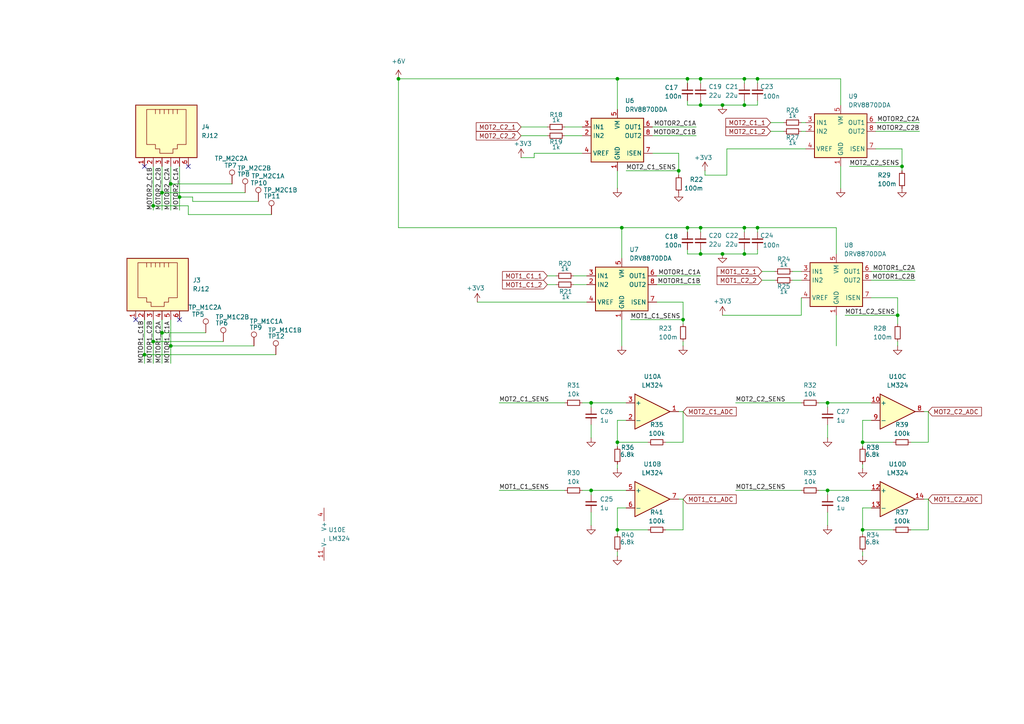
<source format=kicad_sch>
(kicad_sch
	(version 20231120)
	(generator "eeschema")
	(generator_version "8.0")
	(uuid "81310ecd-6165-487e-a2f7-63f5bb626589")
	(paper "A4")
	(lib_symbols
		(symbol "Amplifier_Operational:LM324"
			(pin_names
				(offset 0.127)
			)
			(exclude_from_sim no)
			(in_bom yes)
			(on_board yes)
			(property "Reference" "U"
				(at 0 5.08 0)
				(effects
					(font
						(size 1.27 1.27)
					)
					(justify left)
				)
			)
			(property "Value" "LM324"
				(at 0 -5.08 0)
				(effects
					(font
						(size 1.27 1.27)
					)
					(justify left)
				)
			)
			(property "Footprint" ""
				(at -1.27 2.54 0)
				(effects
					(font
						(size 1.27 1.27)
					)
					(hide yes)
				)
			)
			(property "Datasheet" "http://www.ti.com/lit/ds/symlink/lm2902-n.pdf"
				(at 1.27 5.08 0)
				(effects
					(font
						(size 1.27 1.27)
					)
					(hide yes)
				)
			)
			(property "Description" "Low-Power, Quad-Operational Amplifiers, DIP-14/SOIC-14/SSOP-14"
				(at 0 0 0)
				(effects
					(font
						(size 1.27 1.27)
					)
					(hide yes)
				)
			)
			(property "ki_locked" ""
				(at 0 0 0)
				(effects
					(font
						(size 1.27 1.27)
					)
				)
			)
			(property "ki_keywords" "quad opamp"
				(at 0 0 0)
				(effects
					(font
						(size 1.27 1.27)
					)
					(hide yes)
				)
			)
			(property "ki_fp_filters" "SOIC*3.9x8.7mm*P1.27mm* DIP*W7.62mm* TSSOP*4.4x5mm*P0.65mm* SSOP*5.3x6.2mm*P0.65mm* MSOP*3x3mm*P0.5mm*"
				(at 0 0 0)
				(effects
					(font
						(size 1.27 1.27)
					)
					(hide yes)
				)
			)
			(symbol "LM324_1_1"
				(polyline
					(pts
						(xy -5.08 5.08) (xy 5.08 0) (xy -5.08 -5.08) (xy -5.08 5.08)
					)
					(stroke
						(width 0.254)
						(type default)
					)
					(fill
						(type background)
					)
				)
				(pin output line
					(at 7.62 0 180)
					(length 2.54)
					(name "~"
						(effects
							(font
								(size 1.27 1.27)
							)
						)
					)
					(number "1"
						(effects
							(font
								(size 1.27 1.27)
							)
						)
					)
				)
				(pin input line
					(at -7.62 -2.54 0)
					(length 2.54)
					(name "-"
						(effects
							(font
								(size 1.27 1.27)
							)
						)
					)
					(number "2"
						(effects
							(font
								(size 1.27 1.27)
							)
						)
					)
				)
				(pin input line
					(at -7.62 2.54 0)
					(length 2.54)
					(name "+"
						(effects
							(font
								(size 1.27 1.27)
							)
						)
					)
					(number "3"
						(effects
							(font
								(size 1.27 1.27)
							)
						)
					)
				)
			)
			(symbol "LM324_2_1"
				(polyline
					(pts
						(xy -5.08 5.08) (xy 5.08 0) (xy -5.08 -5.08) (xy -5.08 5.08)
					)
					(stroke
						(width 0.254)
						(type default)
					)
					(fill
						(type background)
					)
				)
				(pin input line
					(at -7.62 2.54 0)
					(length 2.54)
					(name "+"
						(effects
							(font
								(size 1.27 1.27)
							)
						)
					)
					(number "5"
						(effects
							(font
								(size 1.27 1.27)
							)
						)
					)
				)
				(pin input line
					(at -7.62 -2.54 0)
					(length 2.54)
					(name "-"
						(effects
							(font
								(size 1.27 1.27)
							)
						)
					)
					(number "6"
						(effects
							(font
								(size 1.27 1.27)
							)
						)
					)
				)
				(pin output line
					(at 7.62 0 180)
					(length 2.54)
					(name "~"
						(effects
							(font
								(size 1.27 1.27)
							)
						)
					)
					(number "7"
						(effects
							(font
								(size 1.27 1.27)
							)
						)
					)
				)
			)
			(symbol "LM324_3_1"
				(polyline
					(pts
						(xy -5.08 5.08) (xy 5.08 0) (xy -5.08 -5.08) (xy -5.08 5.08)
					)
					(stroke
						(width 0.254)
						(type default)
					)
					(fill
						(type background)
					)
				)
				(pin input line
					(at -7.62 2.54 0)
					(length 2.54)
					(name "+"
						(effects
							(font
								(size 1.27 1.27)
							)
						)
					)
					(number "10"
						(effects
							(font
								(size 1.27 1.27)
							)
						)
					)
				)
				(pin output line
					(at 7.62 0 180)
					(length 2.54)
					(name "~"
						(effects
							(font
								(size 1.27 1.27)
							)
						)
					)
					(number "8"
						(effects
							(font
								(size 1.27 1.27)
							)
						)
					)
				)
				(pin input line
					(at -7.62 -2.54 0)
					(length 2.54)
					(name "-"
						(effects
							(font
								(size 1.27 1.27)
							)
						)
					)
					(number "9"
						(effects
							(font
								(size 1.27 1.27)
							)
						)
					)
				)
			)
			(symbol "LM324_4_1"
				(polyline
					(pts
						(xy -5.08 5.08) (xy 5.08 0) (xy -5.08 -5.08) (xy -5.08 5.08)
					)
					(stroke
						(width 0.254)
						(type default)
					)
					(fill
						(type background)
					)
				)
				(pin input line
					(at -7.62 2.54 0)
					(length 2.54)
					(name "+"
						(effects
							(font
								(size 1.27 1.27)
							)
						)
					)
					(number "12"
						(effects
							(font
								(size 1.27 1.27)
							)
						)
					)
				)
				(pin input line
					(at -7.62 -2.54 0)
					(length 2.54)
					(name "-"
						(effects
							(font
								(size 1.27 1.27)
							)
						)
					)
					(number "13"
						(effects
							(font
								(size 1.27 1.27)
							)
						)
					)
				)
				(pin output line
					(at 7.62 0 180)
					(length 2.54)
					(name "~"
						(effects
							(font
								(size 1.27 1.27)
							)
						)
					)
					(number "14"
						(effects
							(font
								(size 1.27 1.27)
							)
						)
					)
				)
			)
			(symbol "LM324_5_1"
				(pin power_in line
					(at -2.54 -7.62 90)
					(length 3.81)
					(name "V-"
						(effects
							(font
								(size 1.27 1.27)
							)
						)
					)
					(number "11"
						(effects
							(font
								(size 1.27 1.27)
							)
						)
					)
				)
				(pin power_in line
					(at -2.54 7.62 270)
					(length 3.81)
					(name "V+"
						(effects
							(font
								(size 1.27 1.27)
							)
						)
					)
					(number "4"
						(effects
							(font
								(size 1.27 1.27)
							)
						)
					)
				)
			)
		)
		(symbol "Connector:RJ12"
			(pin_names
				(offset 1.016)
			)
			(exclude_from_sim no)
			(in_bom yes)
			(on_board yes)
			(property "Reference" "J"
				(at -5.08 11.43 0)
				(effects
					(font
						(size 1.27 1.27)
					)
					(justify right)
				)
			)
			(property "Value" "RJ12"
				(at 2.54 11.43 0)
				(effects
					(font
						(size 1.27 1.27)
					)
					(justify left)
				)
			)
			(property "Footprint" ""
				(at 0 0.635 90)
				(effects
					(font
						(size 1.27 1.27)
					)
					(hide yes)
				)
			)
			(property "Datasheet" "~"
				(at 0 0.635 90)
				(effects
					(font
						(size 1.27 1.27)
					)
					(hide yes)
				)
			)
			(property "Description" "RJ connector, 6P6C (6 positions 6 connected)"
				(at 0 0 0)
				(effects
					(font
						(size 1.27 1.27)
					)
					(hide yes)
				)
			)
			(property "ki_keywords" "6P6C RJ socket connector"
				(at 0 0 0)
				(effects
					(font
						(size 1.27 1.27)
					)
					(hide yes)
				)
			)
			(property "ki_fp_filters" "6P6C* RJ12* RJ18* RJ25*"
				(at 0 0 0)
				(effects
					(font
						(size 1.27 1.27)
					)
					(hide yes)
				)
			)
			(symbol "RJ12_0_1"
				(polyline
					(pts
						(xy -6.35 -1.905) (xy -5.08 -1.905) (xy -5.08 -1.905)
					)
					(stroke
						(width 0)
						(type default)
					)
					(fill
						(type none)
					)
				)
				(polyline
					(pts
						(xy -6.35 -0.635) (xy -5.08 -0.635) (xy -5.08 -0.635)
					)
					(stroke
						(width 0)
						(type default)
					)
					(fill
						(type none)
					)
				)
				(polyline
					(pts
						(xy -6.35 0.635) (xy -5.08 0.635) (xy -5.08 0.635)
					)
					(stroke
						(width 0)
						(type default)
					)
					(fill
						(type none)
					)
				)
				(polyline
					(pts
						(xy -6.35 1.905) (xy -5.08 1.905) (xy -5.08 1.905)
					)
					(stroke
						(width 0)
						(type default)
					)
					(fill
						(type none)
					)
				)
				(polyline
					(pts
						(xy -6.35 3.175) (xy -5.08 3.175) (xy -5.08 3.175)
					)
					(stroke
						(width 0)
						(type default)
					)
					(fill
						(type none)
					)
				)
				(polyline
					(pts
						(xy -5.08 4.445) (xy -6.35 4.445) (xy -6.35 4.445)
					)
					(stroke
						(width 0)
						(type default)
					)
					(fill
						(type none)
					)
				)
				(polyline
					(pts
						(xy -6.35 -4.445) (xy -6.35 6.985) (xy 3.81 6.985) (xy 3.81 4.445) (xy 5.08 4.445) (xy 5.08 3.175)
						(xy 6.35 3.175) (xy 6.35 -0.635) (xy 5.08 -0.635) (xy 5.08 -1.905) (xy 3.81 -1.905) (xy 3.81 -4.445)
						(xy -6.35 -4.445) (xy -6.35 -4.445)
					)
					(stroke
						(width 0)
						(type default)
					)
					(fill
						(type none)
					)
				)
				(rectangle
					(start 7.62 10.16)
					(end -7.62 -7.62)
					(stroke
						(width 0.254)
						(type default)
					)
					(fill
						(type background)
					)
				)
			)
			(symbol "RJ12_1_1"
				(pin passive line
					(at 10.16 -5.08 180)
					(length 2.54)
					(name "~"
						(effects
							(font
								(size 1.27 1.27)
							)
						)
					)
					(number "1"
						(effects
							(font
								(size 1.27 1.27)
							)
						)
					)
				)
				(pin passive line
					(at 10.16 -2.54 180)
					(length 2.54)
					(name "~"
						(effects
							(font
								(size 1.27 1.27)
							)
						)
					)
					(number "2"
						(effects
							(font
								(size 1.27 1.27)
							)
						)
					)
				)
				(pin passive line
					(at 10.16 0 180)
					(length 2.54)
					(name "~"
						(effects
							(font
								(size 1.27 1.27)
							)
						)
					)
					(number "3"
						(effects
							(font
								(size 1.27 1.27)
							)
						)
					)
				)
				(pin passive line
					(at 10.16 2.54 180)
					(length 2.54)
					(name "~"
						(effects
							(font
								(size 1.27 1.27)
							)
						)
					)
					(number "4"
						(effects
							(font
								(size 1.27 1.27)
							)
						)
					)
				)
				(pin passive line
					(at 10.16 5.08 180)
					(length 2.54)
					(name "~"
						(effects
							(font
								(size 1.27 1.27)
							)
						)
					)
					(number "5"
						(effects
							(font
								(size 1.27 1.27)
							)
						)
					)
				)
				(pin passive line
					(at 10.16 7.62 180)
					(length 2.54)
					(name "~"
						(effects
							(font
								(size 1.27 1.27)
							)
						)
					)
					(number "6"
						(effects
							(font
								(size 1.27 1.27)
							)
						)
					)
				)
			)
		)
		(symbol "Connector:TestPoint"
			(pin_numbers hide)
			(pin_names
				(offset 0.762) hide)
			(exclude_from_sim no)
			(in_bom yes)
			(on_board yes)
			(property "Reference" "TP"
				(at 0 6.858 0)
				(effects
					(font
						(size 1.27 1.27)
					)
				)
			)
			(property "Value" "TestPoint"
				(at 0 5.08 0)
				(effects
					(font
						(size 1.27 1.27)
					)
				)
			)
			(property "Footprint" ""
				(at 5.08 0 0)
				(effects
					(font
						(size 1.27 1.27)
					)
					(hide yes)
				)
			)
			(property "Datasheet" "~"
				(at 5.08 0 0)
				(effects
					(font
						(size 1.27 1.27)
					)
					(hide yes)
				)
			)
			(property "Description" "test point"
				(at 0 0 0)
				(effects
					(font
						(size 1.27 1.27)
					)
					(hide yes)
				)
			)
			(property "ki_keywords" "test point tp"
				(at 0 0 0)
				(effects
					(font
						(size 1.27 1.27)
					)
					(hide yes)
				)
			)
			(property "ki_fp_filters" "Pin* Test*"
				(at 0 0 0)
				(effects
					(font
						(size 1.27 1.27)
					)
					(hide yes)
				)
			)
			(symbol "TestPoint_0_1"
				(circle
					(center 0 3.302)
					(radius 0.762)
					(stroke
						(width 0)
						(type default)
					)
					(fill
						(type none)
					)
				)
			)
			(symbol "TestPoint_1_1"
				(pin passive line
					(at 0 0 90)
					(length 2.54)
					(name "1"
						(effects
							(font
								(size 1.27 1.27)
							)
						)
					)
					(number "1"
						(effects
							(font
								(size 1.27 1.27)
							)
						)
					)
				)
			)
		)
		(symbol "Device:C_Small"
			(pin_numbers hide)
			(pin_names
				(offset 0.254) hide)
			(exclude_from_sim no)
			(in_bom yes)
			(on_board yes)
			(property "Reference" "C"
				(at 0.254 1.778 0)
				(effects
					(font
						(size 1.27 1.27)
					)
					(justify left)
				)
			)
			(property "Value" "C_Small"
				(at 0.254 -2.032 0)
				(effects
					(font
						(size 1.27 1.27)
					)
					(justify left)
				)
			)
			(property "Footprint" ""
				(at 0 0 0)
				(effects
					(font
						(size 1.27 1.27)
					)
					(hide yes)
				)
			)
			(property "Datasheet" "~"
				(at 0 0 0)
				(effects
					(font
						(size 1.27 1.27)
					)
					(hide yes)
				)
			)
			(property "Description" "Unpolarized capacitor, small symbol"
				(at 0 0 0)
				(effects
					(font
						(size 1.27 1.27)
					)
					(hide yes)
				)
			)
			(property "ki_keywords" "capacitor cap"
				(at 0 0 0)
				(effects
					(font
						(size 1.27 1.27)
					)
					(hide yes)
				)
			)
			(property "ki_fp_filters" "C_*"
				(at 0 0 0)
				(effects
					(font
						(size 1.27 1.27)
					)
					(hide yes)
				)
			)
			(symbol "C_Small_0_1"
				(polyline
					(pts
						(xy -1.524 -0.508) (xy 1.524 -0.508)
					)
					(stroke
						(width 0.3302)
						(type default)
					)
					(fill
						(type none)
					)
				)
				(polyline
					(pts
						(xy -1.524 0.508) (xy 1.524 0.508)
					)
					(stroke
						(width 0.3048)
						(type default)
					)
					(fill
						(type none)
					)
				)
			)
			(symbol "C_Small_1_1"
				(pin passive line
					(at 0 2.54 270)
					(length 2.032)
					(name "~"
						(effects
							(font
								(size 1.27 1.27)
							)
						)
					)
					(number "1"
						(effects
							(font
								(size 1.27 1.27)
							)
						)
					)
				)
				(pin passive line
					(at 0 -2.54 90)
					(length 2.032)
					(name "~"
						(effects
							(font
								(size 1.27 1.27)
							)
						)
					)
					(number "2"
						(effects
							(font
								(size 1.27 1.27)
							)
						)
					)
				)
			)
		)
		(symbol "Device:R_Small"
			(pin_numbers hide)
			(pin_names
				(offset 0.254) hide)
			(exclude_from_sim no)
			(in_bom yes)
			(on_board yes)
			(property "Reference" "R"
				(at 0.762 0.508 0)
				(effects
					(font
						(size 1.27 1.27)
					)
					(justify left)
				)
			)
			(property "Value" "R_Small"
				(at 0.762 -1.016 0)
				(effects
					(font
						(size 1.27 1.27)
					)
					(justify left)
				)
			)
			(property "Footprint" ""
				(at 0 0 0)
				(effects
					(font
						(size 1.27 1.27)
					)
					(hide yes)
				)
			)
			(property "Datasheet" "~"
				(at 0 0 0)
				(effects
					(font
						(size 1.27 1.27)
					)
					(hide yes)
				)
			)
			(property "Description" "Resistor, small symbol"
				(at 0 0 0)
				(effects
					(font
						(size 1.27 1.27)
					)
					(hide yes)
				)
			)
			(property "ki_keywords" "R resistor"
				(at 0 0 0)
				(effects
					(font
						(size 1.27 1.27)
					)
					(hide yes)
				)
			)
			(property "ki_fp_filters" "R_*"
				(at 0 0 0)
				(effects
					(font
						(size 1.27 1.27)
					)
					(hide yes)
				)
			)
			(symbol "R_Small_0_1"
				(rectangle
					(start -0.762 1.778)
					(end 0.762 -1.778)
					(stroke
						(width 0.2032)
						(type default)
					)
					(fill
						(type none)
					)
				)
			)
			(symbol "R_Small_1_1"
				(pin passive line
					(at 0 2.54 270)
					(length 0.762)
					(name "~"
						(effects
							(font
								(size 1.27 1.27)
							)
						)
					)
					(number "1"
						(effects
							(font
								(size 1.27 1.27)
							)
						)
					)
				)
				(pin passive line
					(at 0 -2.54 90)
					(length 0.762)
					(name "~"
						(effects
							(font
								(size 1.27 1.27)
							)
						)
					)
					(number "2"
						(effects
							(font
								(size 1.27 1.27)
							)
						)
					)
				)
			)
		)
		(symbol "Driver_Motor:DRV8870DDA"
			(exclude_from_sim no)
			(in_bom yes)
			(on_board yes)
			(property "Reference" "U"
				(at -6.35 6.35 0)
				(effects
					(font
						(size 1.27 1.27)
					)
				)
			)
			(property "Value" "DRV8870DDA"
				(at 8.89 6.35 0)
				(effects
					(font
						(size 1.27 1.27)
					)
				)
			)
			(property "Footprint" "Package_SO:Texas_HTSOP-8-1EP_3.9x4.9mm_P1.27mm_EP2.95x4.9mm_Mask2.4x3.1mm_ThermalVias"
				(at 2.54 -2.54 0)
				(effects
					(font
						(size 1.27 1.27)
					)
					(hide yes)
				)
			)
			(property "Datasheet" "http://www.ti.com/lit/ds/symlink/drv8870.pdf"
				(at -6.35 8.89 0)
				(effects
					(font
						(size 1.27 1.27)
					)
					(hide yes)
				)
			)
			(property "Description" "Brushed DC Motor Driver, PWM Control, 45V, 3.6A, Dynamic current limiting, HTSOP-8"
				(at 0 0 0)
				(effects
					(font
						(size 1.27 1.27)
					)
					(hide yes)
				)
			)
			(property "ki_keywords" "H-bridge driver motor current limit"
				(at 0 0 0)
				(effects
					(font
						(size 1.27 1.27)
					)
					(hide yes)
				)
			)
			(property "ki_fp_filters" "Texas*HTSOP*1EP*3.9x4.9mm*P1.27mm*EP2.95x4.9mm*Mask2.4x3.1mm*"
				(at 0 0 0)
				(effects
					(font
						(size 1.27 1.27)
					)
					(hide yes)
				)
			)
			(symbol "DRV8870DDA_0_1"
				(rectangle
					(start -7.62 5.08)
					(end 7.62 -7.62)
					(stroke
						(width 0.254)
						(type default)
					)
					(fill
						(type background)
					)
				)
			)
			(symbol "DRV8870DDA_1_1"
				(pin power_in line
					(at 0 -10.16 90)
					(length 2.54)
					(name "GND"
						(effects
							(font
								(size 1.27 1.27)
							)
						)
					)
					(number "1"
						(effects
							(font
								(size 1.27 1.27)
							)
						)
					)
				)
				(pin input line
					(at -10.16 0 0)
					(length 2.54)
					(name "IN2"
						(effects
							(font
								(size 1.27 1.27)
							)
						)
					)
					(number "2"
						(effects
							(font
								(size 1.27 1.27)
							)
						)
					)
				)
				(pin input line
					(at -10.16 2.54 0)
					(length 2.54)
					(name "IN1"
						(effects
							(font
								(size 1.27 1.27)
							)
						)
					)
					(number "3"
						(effects
							(font
								(size 1.27 1.27)
							)
						)
					)
				)
				(pin input line
					(at -10.16 -5.08 0)
					(length 2.54)
					(name "VREF"
						(effects
							(font
								(size 1.27 1.27)
							)
						)
					)
					(number "4"
						(effects
							(font
								(size 1.27 1.27)
							)
						)
					)
				)
				(pin power_in line
					(at 0 7.62 270)
					(length 2.54)
					(name "VM"
						(effects
							(font
								(size 1.27 1.27)
							)
						)
					)
					(number "5"
						(effects
							(font
								(size 1.27 1.27)
							)
						)
					)
				)
				(pin output line
					(at 10.16 2.54 180)
					(length 2.54)
					(name "OUT1"
						(effects
							(font
								(size 1.27 1.27)
							)
						)
					)
					(number "6"
						(effects
							(font
								(size 1.27 1.27)
							)
						)
					)
				)
				(pin passive line
					(at 10.16 -5.08 180)
					(length 2.54)
					(name "ISEN"
						(effects
							(font
								(size 1.27 1.27)
							)
						)
					)
					(number "7"
						(effects
							(font
								(size 1.27 1.27)
							)
						)
					)
				)
				(pin output line
					(at 10.16 0 180)
					(length 2.54)
					(name "OUT2"
						(effects
							(font
								(size 1.27 1.27)
							)
						)
					)
					(number "8"
						(effects
							(font
								(size 1.27 1.27)
							)
						)
					)
				)
				(pin passive line
					(at 0 -10.16 90)
					(length 2.54) hide
					(name "GND"
						(effects
							(font
								(size 1.27 1.27)
							)
						)
					)
					(number "9"
						(effects
							(font
								(size 1.27 1.27)
							)
						)
					)
				)
			)
		)
		(symbol "power:+3V3"
			(power)
			(pin_numbers hide)
			(pin_names
				(offset 0) hide)
			(exclude_from_sim no)
			(in_bom yes)
			(on_board yes)
			(property "Reference" "#PWR"
				(at 0 -3.81 0)
				(effects
					(font
						(size 1.27 1.27)
					)
					(hide yes)
				)
			)
			(property "Value" "+3V3"
				(at 0 3.556 0)
				(effects
					(font
						(size 1.27 1.27)
					)
				)
			)
			(property "Footprint" ""
				(at 0 0 0)
				(effects
					(font
						(size 1.27 1.27)
					)
					(hide yes)
				)
			)
			(property "Datasheet" ""
				(at 0 0 0)
				(effects
					(font
						(size 1.27 1.27)
					)
					(hide yes)
				)
			)
			(property "Description" "Power symbol creates a global label with name \"+3V3\""
				(at 0 0 0)
				(effects
					(font
						(size 1.27 1.27)
					)
					(hide yes)
				)
			)
			(property "ki_keywords" "global power"
				(at 0 0 0)
				(effects
					(font
						(size 1.27 1.27)
					)
					(hide yes)
				)
			)
			(symbol "+3V3_0_1"
				(polyline
					(pts
						(xy -0.762 1.27) (xy 0 2.54)
					)
					(stroke
						(width 0)
						(type default)
					)
					(fill
						(type none)
					)
				)
				(polyline
					(pts
						(xy 0 0) (xy 0 2.54)
					)
					(stroke
						(width 0)
						(type default)
					)
					(fill
						(type none)
					)
				)
				(polyline
					(pts
						(xy 0 2.54) (xy 0.762 1.27)
					)
					(stroke
						(width 0)
						(type default)
					)
					(fill
						(type none)
					)
				)
			)
			(symbol "+3V3_1_1"
				(pin power_in line
					(at 0 0 90)
					(length 0)
					(name "~"
						(effects
							(font
								(size 1.27 1.27)
							)
						)
					)
					(number "1"
						(effects
							(font
								(size 1.27 1.27)
							)
						)
					)
				)
			)
		)
		(symbol "power:+6V"
			(power)
			(pin_numbers hide)
			(pin_names
				(offset 0) hide)
			(exclude_from_sim no)
			(in_bom yes)
			(on_board yes)
			(property "Reference" "#PWR"
				(at 0 -3.81 0)
				(effects
					(font
						(size 1.27 1.27)
					)
					(hide yes)
				)
			)
			(property "Value" "+6V"
				(at 0 3.556 0)
				(effects
					(font
						(size 1.27 1.27)
					)
				)
			)
			(property "Footprint" ""
				(at 0 0 0)
				(effects
					(font
						(size 1.27 1.27)
					)
					(hide yes)
				)
			)
			(property "Datasheet" ""
				(at 0 0 0)
				(effects
					(font
						(size 1.27 1.27)
					)
					(hide yes)
				)
			)
			(property "Description" "Power symbol creates a global label with name \"+6V\""
				(at 0 0 0)
				(effects
					(font
						(size 1.27 1.27)
					)
					(hide yes)
				)
			)
			(property "ki_keywords" "global power"
				(at 0 0 0)
				(effects
					(font
						(size 1.27 1.27)
					)
					(hide yes)
				)
			)
			(symbol "+6V_0_1"
				(polyline
					(pts
						(xy -0.762 1.27) (xy 0 2.54)
					)
					(stroke
						(width 0)
						(type default)
					)
					(fill
						(type none)
					)
				)
				(polyline
					(pts
						(xy 0 0) (xy 0 2.54)
					)
					(stroke
						(width 0)
						(type default)
					)
					(fill
						(type none)
					)
				)
				(polyline
					(pts
						(xy 0 2.54) (xy 0.762 1.27)
					)
					(stroke
						(width 0)
						(type default)
					)
					(fill
						(type none)
					)
				)
			)
			(symbol "+6V_1_1"
				(pin power_in line
					(at 0 0 90)
					(length 0)
					(name "~"
						(effects
							(font
								(size 1.27 1.27)
							)
						)
					)
					(number "1"
						(effects
							(font
								(size 1.27 1.27)
							)
						)
					)
				)
			)
		)
		(symbol "power:GND"
			(power)
			(pin_numbers hide)
			(pin_names
				(offset 0) hide)
			(exclude_from_sim no)
			(in_bom yes)
			(on_board yes)
			(property "Reference" "#PWR"
				(at 0 -6.35 0)
				(effects
					(font
						(size 1.27 1.27)
					)
					(hide yes)
				)
			)
			(property "Value" "GND"
				(at 0 -3.81 0)
				(effects
					(font
						(size 1.27 1.27)
					)
				)
			)
			(property "Footprint" ""
				(at 0 0 0)
				(effects
					(font
						(size 1.27 1.27)
					)
					(hide yes)
				)
			)
			(property "Datasheet" ""
				(at 0 0 0)
				(effects
					(font
						(size 1.27 1.27)
					)
					(hide yes)
				)
			)
			(property "Description" "Power symbol creates a global label with name \"GND\" , ground"
				(at 0 0 0)
				(effects
					(font
						(size 1.27 1.27)
					)
					(hide yes)
				)
			)
			(property "ki_keywords" "global power"
				(at 0 0 0)
				(effects
					(font
						(size 1.27 1.27)
					)
					(hide yes)
				)
			)
			(symbol "GND_0_1"
				(polyline
					(pts
						(xy 0 0) (xy 0 -1.27) (xy 1.27 -1.27) (xy 0 -2.54) (xy -1.27 -1.27) (xy 0 -1.27)
					)
					(stroke
						(width 0)
						(type default)
					)
					(fill
						(type none)
					)
				)
			)
			(symbol "GND_1_1"
				(pin power_in line
					(at 0 0 270)
					(length 0)
					(name "~"
						(effects
							(font
								(size 1.27 1.27)
							)
						)
					)
					(number "1"
						(effects
							(font
								(size 1.27 1.27)
							)
						)
					)
				)
			)
		)
	)
	(junction
		(at 219.71 22.86)
		(diameter 0)
		(color 0 0 0 0)
		(uuid "08c3e023-4e17-41d3-ba4c-281201260d15")
	)
	(junction
		(at 46.99 96.52)
		(diameter 0)
		(color 0 0 0 0)
		(uuid "0a46f52c-b218-41b5-8823-9e25e3fad805")
	)
	(junction
		(at 179.07 128.27)
		(diameter 0)
		(color 0 0 0 0)
		(uuid "0b14f2ab-31d2-4618-99d8-26aa88b4d990")
	)
	(junction
		(at 171.45 142.24)
		(diameter 0)
		(color 0 0 0 0)
		(uuid "0f2b4bea-800a-44b4-83b5-4b417e84b793")
	)
	(junction
		(at 215.9 73.66)
		(diameter 0)
		(color 0 0 0 0)
		(uuid "106bb5dc-a6f3-4882-bb1b-6b4e0334ba53")
	)
	(junction
		(at 196.85 49.53)
		(diameter 0)
		(color 0 0 0 0)
		(uuid "12ac9271-4f16-4ed6-95b6-90c4a5de5dfb")
	)
	(junction
		(at 209.55 73.66)
		(diameter 0)
		(color 0 0 0 0)
		(uuid "235492da-88c3-4c18-a6f2-ecb14c7c7401")
	)
	(junction
		(at 240.03 116.84)
		(diameter 0)
		(color 0 0 0 0)
		(uuid "27e65fc4-af90-439a-a5a7-964d541326a9")
	)
	(junction
		(at 203.2 30.48)
		(diameter 0)
		(color 0 0 0 0)
		(uuid "2b6dcafb-d520-4e72-b701-55a19a6368f8")
	)
	(junction
		(at 199.39 22.86)
		(diameter 0)
		(color 0 0 0 0)
		(uuid "2d097821-e22b-4061-84e0-f59ee29a3dd5")
	)
	(junction
		(at 215.9 30.48)
		(diameter 0)
		(color 0 0 0 0)
		(uuid "34de5a83-96c5-4582-ad79-d685b3e3bc78")
	)
	(junction
		(at 215.9 22.86)
		(diameter 0)
		(color 0 0 0 0)
		(uuid "3fe24010-535f-4497-b439-e2a84ca0c8fc")
	)
	(junction
		(at 261.62 48.26)
		(diameter 0)
		(color 0 0 0 0)
		(uuid "577246d1-9172-4a29-be3f-acbcc2ed4afd")
	)
	(junction
		(at 115.57 22.86)
		(diameter 0)
		(color 0 0 0 0)
		(uuid "57bfe1fb-776a-48e5-8b13-3d25b598a966")
	)
	(junction
		(at 250.19 153.67)
		(diameter 0)
		(color 0 0 0 0)
		(uuid "598c1594-053b-4d3f-95fa-2e19e1629258")
	)
	(junction
		(at 203.2 66.04)
		(diameter 0)
		(color 0 0 0 0)
		(uuid "5fbdf6ed-ed87-4eab-88d5-7e5eeac9c8d4")
	)
	(junction
		(at 203.2 22.86)
		(diameter 0)
		(color 0 0 0 0)
		(uuid "6b9f85af-8451-40bf-aec8-58e33fc95f95")
	)
	(junction
		(at 179.07 22.86)
		(diameter 0)
		(color 0 0 0 0)
		(uuid "6bdae559-157b-48fd-8cf5-daa54c668785")
	)
	(junction
		(at 209.55 30.48)
		(diameter 0)
		(color 0 0 0 0)
		(uuid "7c8ee751-1a20-4cb8-bb2d-e08b5deb5cdb")
	)
	(junction
		(at 44.45 59.69)
		(diameter 0)
		(color 0 0 0 0)
		(uuid "7f2f3eeb-1384-40a3-be08-c34dfd9494e6")
	)
	(junction
		(at 49.53 100.33)
		(diameter 0)
		(color 0 0 0 0)
		(uuid "8473feb1-0bea-49c8-ba45-5034398bb12f")
	)
	(junction
		(at 250.19 128.27)
		(diameter 0)
		(color 0 0 0 0)
		(uuid "a5f2b6a4-3f2b-4b9b-82a1-9766162e6a74")
	)
	(junction
		(at 44.45 99.06)
		(diameter 0)
		(color 0 0 0 0)
		(uuid "abd97a31-0a87-422c-8c21-8fbafbd3688d")
	)
	(junction
		(at 215.9 66.04)
		(diameter 0)
		(color 0 0 0 0)
		(uuid "b07b725b-270c-4d19-873d-3a3132dcf9e9")
	)
	(junction
		(at 171.45 116.84)
		(diameter 0)
		(color 0 0 0 0)
		(uuid "b30f217e-7b3b-43c4-b74a-3ea05e4388b1")
	)
	(junction
		(at 203.2 73.66)
		(diameter 0)
		(color 0 0 0 0)
		(uuid "b5ecfd3d-1fa6-46f3-b03c-87f2e6ec3c3b")
	)
	(junction
		(at 179.07 153.67)
		(diameter 0)
		(color 0 0 0 0)
		(uuid "b830f295-eeee-410e-bb40-681e9581653b")
	)
	(junction
		(at 46.99 55.88)
		(diameter 0)
		(color 0 0 0 0)
		(uuid "c0ee6903-8bf3-4106-9006-3fde8e0f95d3")
	)
	(junction
		(at 41.91 102.87)
		(diameter 0)
		(color 0 0 0 0)
		(uuid "c3fed43c-06f4-419a-a83e-e1168971f387")
	)
	(junction
		(at 49.53 53.34)
		(diameter 0)
		(color 0 0 0 0)
		(uuid "c87bd6c3-1548-4ada-a41b-d52d1f618607")
	)
	(junction
		(at 52.07 57.15)
		(diameter 0)
		(color 0 0 0 0)
		(uuid "c8ce2265-75c6-4157-aed7-2d5bcf615752")
	)
	(junction
		(at 198.12 92.71)
		(diameter 0)
		(color 0 0 0 0)
		(uuid "d2d049ca-0e60-4d49-8df6-8eb6a58c3644")
	)
	(junction
		(at 260.35 91.44)
		(diameter 0)
		(color 0 0 0 0)
		(uuid "d34b851b-e093-4777-b7f3-858be4c798a6")
	)
	(junction
		(at 199.39 66.04)
		(diameter 0)
		(color 0 0 0 0)
		(uuid "d43212f8-dade-4299-a792-43e78807b88e")
	)
	(junction
		(at 219.71 66.04)
		(diameter 0)
		(color 0 0 0 0)
		(uuid "e7ebade9-9728-423c-8bc6-97a6a075a412")
	)
	(junction
		(at 240.03 142.24)
		(diameter 0)
		(color 0 0 0 0)
		(uuid "edb61f6c-70e9-467e-aa2d-490cea15fd67")
	)
	(junction
		(at 180.34 66.04)
		(diameter 0)
		(color 0 0 0 0)
		(uuid "f1527ac0-4af1-42da-8557-2c557a5fbb70")
	)
	(no_connect
		(at 54.61 48.26)
		(uuid "1625a305-90e4-44a4-bd93-2ab464dbda6e")
	)
	(no_connect
		(at 41.91 48.26)
		(uuid "3c7d2807-b17f-4d96-913a-38341d7ec1d8")
	)
	(no_connect
		(at 52.07 92.71)
		(uuid "4364c959-2fd5-440a-9194-125e05d64534")
	)
	(no_connect
		(at 39.37 92.71)
		(uuid "c60ae8ba-83bf-41a7-8867-4bb633949913")
	)
	(wire
		(pts
			(xy 223.52 38.1) (xy 227.33 38.1)
		)
		(stroke
			(width 0)
			(type default)
		)
		(uuid "01c531d2-e3f2-4308-b05b-88e507395b49")
	)
	(wire
		(pts
			(xy 190.5 82.55) (xy 203.2 82.55)
		)
		(stroke
			(width 0)
			(type default)
		)
		(uuid "055f7172-d56a-43e3-909d-4f3f1f7e1ca7")
	)
	(wire
		(pts
			(xy 115.57 66.04) (xy 180.34 66.04)
		)
		(stroke
			(width 0)
			(type default)
		)
		(uuid "05636bee-cce9-48c7-b6ba-52505f0a6f18")
	)
	(wire
		(pts
			(xy 46.99 92.71) (xy 46.99 96.52)
		)
		(stroke
			(width 0)
			(type default)
		)
		(uuid "063fe626-cab9-4573-a6cc-529818856df6")
	)
	(wire
		(pts
			(xy 193.04 128.27) (xy 198.12 128.27)
		)
		(stroke
			(width 0)
			(type default)
		)
		(uuid "0688145b-dd48-44ef-adc4-081774d7ca8f")
	)
	(wire
		(pts
			(xy 232.41 91.44) (xy 232.41 86.36)
		)
		(stroke
			(width 0)
			(type default)
		)
		(uuid "071324a9-1b3f-4a77-aa65-2c13ad55e396")
	)
	(wire
		(pts
			(xy 166.37 82.55) (xy 170.18 82.55)
		)
		(stroke
			(width 0)
			(type default)
		)
		(uuid "0839ff39-bab2-4dc6-949e-f31d1c998eeb")
	)
	(wire
		(pts
			(xy 179.07 22.86) (xy 179.07 31.75)
		)
		(stroke
			(width 0)
			(type default)
		)
		(uuid "0a994302-4386-4ce2-a28f-bad55c459b23")
	)
	(wire
		(pts
			(xy 49.53 53.34) (xy 49.53 60.96)
		)
		(stroke
			(width 0)
			(type default)
		)
		(uuid "0b748274-1683-4c3d-80c8-617f0d2a33f2")
	)
	(wire
		(pts
			(xy 210.82 50.8) (xy 204.47 50.8)
		)
		(stroke
			(width 0)
			(type default)
		)
		(uuid "0bdea4a4-1ebf-44c1-9449-f2fa1be37978")
	)
	(wire
		(pts
			(xy 261.62 48.26) (xy 261.62 49.53)
		)
		(stroke
			(width 0)
			(type default)
		)
		(uuid "0d175ecc-15d3-4472-979b-9410df3a8f8d")
	)
	(wire
		(pts
			(xy 46.99 55.88) (xy 71.12 55.88)
		)
		(stroke
			(width 0)
			(type default)
		)
		(uuid "0d93690e-effa-4bec-a4c8-2e50e1f17d0a")
	)
	(wire
		(pts
			(xy 55.88 58.42) (xy 55.88 57.15)
		)
		(stroke
			(width 0)
			(type default)
		)
		(uuid "0dbf731d-ac95-4766-a995-697e39f98d93")
	)
	(wire
		(pts
			(xy 198.12 119.38) (xy 196.85 119.38)
		)
		(stroke
			(width 0)
			(type default)
		)
		(uuid "0fc6e933-922b-40ba-8893-63bcddf9e495")
	)
	(wire
		(pts
			(xy 250.19 154.94) (xy 250.19 153.67)
		)
		(stroke
			(width 0)
			(type default)
		)
		(uuid "11494eb6-4cc2-4591-8330-1c63f2c2dbad")
	)
	(wire
		(pts
			(xy 203.2 73.66) (xy 209.55 73.66)
		)
		(stroke
			(width 0)
			(type default)
		)
		(uuid "141cfbea-9bfc-43a7-a1d2-f120746054e5")
	)
	(wire
		(pts
			(xy 232.41 38.1) (xy 233.68 38.1)
		)
		(stroke
			(width 0)
			(type default)
		)
		(uuid "1477fa7c-a4b6-49df-b016-f41922bc4486")
	)
	(wire
		(pts
			(xy 199.39 22.86) (xy 199.39 24.13)
		)
		(stroke
			(width 0)
			(type default)
		)
		(uuid "171057e7-893e-421f-8a9d-382c7bf6704c")
	)
	(wire
		(pts
			(xy 179.07 153.67) (xy 179.07 147.32)
		)
		(stroke
			(width 0)
			(type default)
		)
		(uuid "177090b5-0bf3-45ad-8816-8ed5660b7b29")
	)
	(wire
		(pts
			(xy 179.07 49.53) (xy 179.07 54.61)
		)
		(stroke
			(width 0)
			(type default)
		)
		(uuid "1b5c6f06-0ef3-47f0-9811-516f8da983e5")
	)
	(wire
		(pts
			(xy 259.08 128.27) (xy 250.19 128.27)
		)
		(stroke
			(width 0)
			(type default)
		)
		(uuid "207d0adb-f56c-481c-9952-f55f0cede2b4")
	)
	(wire
		(pts
			(xy 199.39 66.04) (xy 180.34 66.04)
		)
		(stroke
			(width 0)
			(type default)
		)
		(uuid "216615f4-c29a-4e51-ae6f-ef42d63926da")
	)
	(wire
		(pts
			(xy 171.45 142.24) (xy 181.61 142.24)
		)
		(stroke
			(width 0)
			(type default)
		)
		(uuid "2174ed2a-92f7-4a19-ad18-1cab6bc3414d")
	)
	(wire
		(pts
			(xy 203.2 22.86) (xy 215.9 22.86)
		)
		(stroke
			(width 0)
			(type default)
		)
		(uuid "235317e0-635d-4564-be53-84e6bfa99b54")
	)
	(wire
		(pts
			(xy 246.38 48.26) (xy 261.62 48.26)
		)
		(stroke
			(width 0)
			(type default)
		)
		(uuid "24df754f-adbc-4f27-9cde-194c28ffdaa6")
	)
	(wire
		(pts
			(xy 240.03 142.24) (xy 252.73 142.24)
		)
		(stroke
			(width 0)
			(type default)
		)
		(uuid "25c04f82-8966-4e5a-9fe6-885763f6664f")
	)
	(wire
		(pts
			(xy 199.39 73.66) (xy 203.2 73.66)
		)
		(stroke
			(width 0)
			(type default)
		)
		(uuid "26b59c22-44b8-495d-be44-c1645fd38843")
	)
	(wire
		(pts
			(xy 245.11 91.44) (xy 260.35 91.44)
		)
		(stroke
			(width 0)
			(type default)
		)
		(uuid "2bcd2cb7-0099-4905-8873-38823aa60b93")
	)
	(wire
		(pts
			(xy 179.07 128.27) (xy 179.07 121.92)
		)
		(stroke
			(width 0)
			(type default)
		)
		(uuid "2c265a8d-128b-44cf-a66c-0491efb057ec")
	)
	(wire
		(pts
			(xy 179.07 134.62) (xy 179.07 135.89)
		)
		(stroke
			(width 0)
			(type default)
		)
		(uuid "2c571919-adb5-4730-8031-45f1fba2b1ab")
	)
	(wire
		(pts
			(xy 215.9 73.66) (xy 219.71 73.66)
		)
		(stroke
			(width 0)
			(type default)
		)
		(uuid "2cac72aa-95c1-4ff8-a49e-8d5acf709b53")
	)
	(wire
		(pts
			(xy 199.39 22.86) (xy 203.2 22.86)
		)
		(stroke
			(width 0)
			(type default)
		)
		(uuid "3004cd63-0550-4c0a-ad54-0f3b7423a280")
	)
	(wire
		(pts
			(xy 190.5 80.01) (xy 203.2 80.01)
		)
		(stroke
			(width 0)
			(type default)
		)
		(uuid "31d5cf7c-cb88-44fc-910b-86ce72292dc6")
	)
	(wire
		(pts
			(xy 198.12 153.67) (xy 198.12 144.78)
		)
		(stroke
			(width 0)
			(type default)
		)
		(uuid "32e94782-014a-49c7-98c1-0e28a7b1bdf3")
	)
	(wire
		(pts
			(xy 115.57 66.04) (xy 115.57 22.86)
		)
		(stroke
			(width 0)
			(type default)
		)
		(uuid "32eeafe6-9c12-4300-9710-4eeb3ada5b63")
	)
	(wire
		(pts
			(xy 203.2 22.86) (xy 203.2 24.13)
		)
		(stroke
			(width 0)
			(type default)
		)
		(uuid "33006495-85c5-4110-a037-df91e50556d9")
	)
	(wire
		(pts
			(xy 260.35 86.36) (xy 260.35 91.44)
		)
		(stroke
			(width 0)
			(type default)
		)
		(uuid "3af32d24-2368-4f4c-91b8-8145c3ed07b2")
	)
	(wire
		(pts
			(xy 198.12 87.63) (xy 198.12 92.71)
		)
		(stroke
			(width 0)
			(type default)
		)
		(uuid "3b00e205-cdac-4420-9161-fe586a0ae55e")
	)
	(wire
		(pts
			(xy 269.24 153.67) (xy 269.24 144.78)
		)
		(stroke
			(width 0)
			(type default)
		)
		(uuid "3b96df5e-38ec-417d-b082-5a88557a22af")
	)
	(wire
		(pts
			(xy 144.78 142.24) (xy 163.83 142.24)
		)
		(stroke
			(width 0)
			(type default)
		)
		(uuid "3d0dc92b-47e6-41d3-a469-753ae8576cce")
	)
	(wire
		(pts
			(xy 179.07 129.54) (xy 179.07 128.27)
		)
		(stroke
			(width 0)
			(type default)
		)
		(uuid "3eae84e5-2b2e-4cc6-ac59-fe28355e9636")
	)
	(wire
		(pts
			(xy 166.37 80.01) (xy 170.18 80.01)
		)
		(stroke
			(width 0)
			(type default)
		)
		(uuid "3ed8221b-1c1c-405b-b801-6bfcdf6d1a16")
	)
	(wire
		(pts
			(xy 158.75 82.55) (xy 161.29 82.55)
		)
		(stroke
			(width 0)
			(type default)
		)
		(uuid "3fa05db3-d4ec-489e-8bb7-a46b17e5e789")
	)
	(wire
		(pts
			(xy 232.41 35.56) (xy 233.68 35.56)
		)
		(stroke
			(width 0)
			(type default)
		)
		(uuid "3fe71b8c-e602-432a-be62-1b6d112307a8")
	)
	(wire
		(pts
			(xy 252.73 86.36) (xy 260.35 86.36)
		)
		(stroke
			(width 0)
			(type default)
		)
		(uuid "40742f4a-21df-447e-aab1-08653221a698")
	)
	(wire
		(pts
			(xy 242.57 91.44) (xy 242.57 100.33)
		)
		(stroke
			(width 0)
			(type default)
		)
		(uuid "41c575ca-3c53-4006-8475-f4aee87926ee")
	)
	(wire
		(pts
			(xy 250.19 134.62) (xy 250.19 135.89)
		)
		(stroke
			(width 0)
			(type default)
		)
		(uuid "42342537-0ecb-4d50-842a-c5c394651171")
	)
	(wire
		(pts
			(xy 163.83 39.37) (xy 168.91 39.37)
		)
		(stroke
			(width 0)
			(type default)
		)
		(uuid "456d3c43-c5d5-4030-aaf7-a6cf07e9560d")
	)
	(wire
		(pts
			(xy 154.94 45.72) (xy 151.13 45.72)
		)
		(stroke
			(width 0)
			(type default)
		)
		(uuid "4800a34c-18f9-4185-b384-f359b5d33688")
	)
	(wire
		(pts
			(xy 138.43 87.63) (xy 170.18 87.63)
		)
		(stroke
			(width 0)
			(type default)
		)
		(uuid "4820038c-4b01-4a1a-a8b5-91baa70d28dc")
	)
	(wire
		(pts
			(xy 198.12 128.27) (xy 198.12 119.38)
		)
		(stroke
			(width 0)
			(type default)
		)
		(uuid "49a760fe-df14-4a32-aba2-4c0b14e54569")
	)
	(wire
		(pts
			(xy 193.04 153.67) (xy 198.12 153.67)
		)
		(stroke
			(width 0)
			(type default)
		)
		(uuid "5431b39f-4cf3-41f0-8150-9beeb1e5de20")
	)
	(wire
		(pts
			(xy 196.85 44.45) (xy 189.23 44.45)
		)
		(stroke
			(width 0)
			(type default)
		)
		(uuid "54b2ca24-b877-4265-befd-4817a0661c9a")
	)
	(wire
		(pts
			(xy 151.13 36.83) (xy 158.75 36.83)
		)
		(stroke
			(width 0)
			(type default)
		)
		(uuid "578ea05c-0b79-49d2-94a2-30e71ca2cf54")
	)
	(wire
		(pts
			(xy 250.19 121.92) (xy 252.73 121.92)
		)
		(stroke
			(width 0)
			(type default)
		)
		(uuid "57b63304-6657-4829-b719-c55bf8747c8b")
	)
	(wire
		(pts
			(xy 215.9 29.21) (xy 215.9 30.48)
		)
		(stroke
			(width 0)
			(type default)
		)
		(uuid "58307bef-8b61-4e00-ba89-b55d5acbb005")
	)
	(wire
		(pts
			(xy 240.03 142.24) (xy 240.03 143.51)
		)
		(stroke
			(width 0)
			(type default)
		)
		(uuid "5879e352-cd4d-48f9-b4e7-e8af44971744")
	)
	(wire
		(pts
			(xy 250.19 153.67) (xy 250.19 147.32)
		)
		(stroke
			(width 0)
			(type default)
		)
		(uuid "59d3b07d-b597-4a31-8da5-8a0b68fbf64c")
	)
	(wire
		(pts
			(xy 179.07 121.92) (xy 181.61 121.92)
		)
		(stroke
			(width 0)
			(type default)
		)
		(uuid "6003a837-eeb7-4fe0-9f6a-b051fa5aa7e6")
	)
	(wire
		(pts
			(xy 190.5 87.63) (xy 198.12 87.63)
		)
		(stroke
			(width 0)
			(type default)
		)
		(uuid "618f7d80-c16d-4e00-88ed-3cbf7d4568ad")
	)
	(wire
		(pts
			(xy 199.39 66.04) (xy 199.39 67.31)
		)
		(stroke
			(width 0)
			(type default)
		)
		(uuid "61b04ed6-d3b7-48aa-8c21-b6996a13bd9d")
	)
	(wire
		(pts
			(xy 198.12 99.06) (xy 198.12 100.33)
		)
		(stroke
			(width 0)
			(type default)
		)
		(uuid "61c994a1-64dc-4b48-8a09-bc3d75367a1b")
	)
	(wire
		(pts
			(xy 252.73 78.74) (xy 265.43 78.74)
		)
		(stroke
			(width 0)
			(type default)
		)
		(uuid "62cde796-16d8-4ad6-94e2-8c84d717ead8")
	)
	(wire
		(pts
			(xy 189.23 36.83) (xy 201.93 36.83)
		)
		(stroke
			(width 0)
			(type default)
		)
		(uuid "6414185e-10e1-4a6e-8221-7c911b530621")
	)
	(wire
		(pts
			(xy 49.53 53.34) (xy 67.31 53.34)
		)
		(stroke
			(width 0)
			(type default)
		)
		(uuid "64f7a22f-67a6-4dae-bd29-8cfdb3ba2d13")
	)
	(wire
		(pts
			(xy 232.41 91.44) (xy 209.55 91.44)
		)
		(stroke
			(width 0)
			(type default)
		)
		(uuid "663f0662-130a-40b4-8736-755ca1afcc7c")
	)
	(wire
		(pts
			(xy 171.45 142.24) (xy 171.45 143.51)
		)
		(stroke
			(width 0)
			(type default)
		)
		(uuid "6644cfe7-d1e6-4b68-9110-40691b8936c1")
	)
	(wire
		(pts
			(xy 163.83 36.83) (xy 168.91 36.83)
		)
		(stroke
			(width 0)
			(type default)
		)
		(uuid "677423ba-09a9-4c91-bc6e-7b973dd48c3b")
	)
	(wire
		(pts
			(xy 168.91 116.84) (xy 171.45 116.84)
		)
		(stroke
			(width 0)
			(type default)
		)
		(uuid "68e7e8d7-bd91-4d12-9f66-d39c82c1a999")
	)
	(wire
		(pts
			(xy 243.84 48.26) (xy 243.84 54.61)
		)
		(stroke
			(width 0)
			(type default)
		)
		(uuid "6a118116-a019-4ce9-9627-4f452f7574f1")
	)
	(wire
		(pts
			(xy 44.45 92.71) (xy 44.45 99.06)
		)
		(stroke
			(width 0)
			(type default)
		)
		(uuid "6ac7eeba-b509-4ff9-bbd2-1376fe3557d3")
	)
	(wire
		(pts
			(xy 44.45 99.06) (xy 64.77 99.06)
		)
		(stroke
			(width 0)
			(type default)
		)
		(uuid "6ae463c6-03bd-46a0-98e6-d92feba583cc")
	)
	(wire
		(pts
			(xy 215.9 22.86) (xy 215.9 24.13)
		)
		(stroke
			(width 0)
			(type default)
		)
		(uuid "6d827279-ef0b-4e24-9c18-8ae861590078")
	)
	(wire
		(pts
			(xy 44.45 99.06) (xy 44.45 105.41)
		)
		(stroke
			(width 0)
			(type default)
		)
		(uuid "72d1be14-4a72-402f-839c-af611c51a90d")
	)
	(wire
		(pts
			(xy 196.85 49.53) (xy 196.85 50.8)
		)
		(stroke
			(width 0)
			(type default)
		)
		(uuid "73c8c780-66d9-47fe-90f8-94ff605700a3")
	)
	(wire
		(pts
			(xy 215.9 66.04) (xy 215.9 67.31)
		)
		(stroke
			(width 0)
			(type default)
		)
		(uuid "75611b4c-d549-4c9e-a68e-393161dd0e4a")
	)
	(wire
		(pts
			(xy 260.35 91.44) (xy 260.35 93.98)
		)
		(stroke
			(width 0)
			(type default)
		)
		(uuid "76032e14-87b7-48cb-bc8c-a0bf790c02ba")
	)
	(wire
		(pts
			(xy 44.45 48.26) (xy 44.45 59.69)
		)
		(stroke
			(width 0)
			(type default)
		)
		(uuid "78f13e75-e4f5-4b34-909d-5c9cd504cf9a")
	)
	(wire
		(pts
			(xy 250.19 147.32) (xy 252.73 147.32)
		)
		(stroke
			(width 0)
			(type default)
		)
		(uuid "7943fd7e-7cb8-498b-bd8a-b4524522601d")
	)
	(wire
		(pts
			(xy 240.03 148.59) (xy 240.03 152.4)
		)
		(stroke
			(width 0)
			(type default)
		)
		(uuid "799ae4e7-a981-43ca-930f-9d624f6cf5f0")
	)
	(wire
		(pts
			(xy 179.07 160.02) (xy 179.07 161.29)
		)
		(stroke
			(width 0)
			(type default)
		)
		(uuid "79d6f0e3-4f57-488d-b4c5-68c50bf9d3e7")
	)
	(wire
		(pts
			(xy 46.99 96.52) (xy 59.69 96.52)
		)
		(stroke
			(width 0)
			(type default)
		)
		(uuid "7b91e989-c3d9-4010-9dd1-ef5f2cc47377")
	)
	(wire
		(pts
			(xy 199.39 29.21) (xy 199.39 30.48)
		)
		(stroke
			(width 0)
			(type default)
		)
		(uuid "7d6d537f-dfca-40a7-9510-b35ad201f156")
	)
	(wire
		(pts
			(xy 198.12 92.71) (xy 198.12 93.98)
		)
		(stroke
			(width 0)
			(type default)
		)
		(uuid "7e2d4633-2160-473c-8d92-be0f5af32a8a")
	)
	(wire
		(pts
			(xy 219.71 66.04) (xy 215.9 66.04)
		)
		(stroke
			(width 0)
			(type default)
		)
		(uuid "7ec518b2-bc66-4abb-9074-3318f21c6984")
	)
	(wire
		(pts
			(xy 203.2 66.04) (xy 199.39 66.04)
		)
		(stroke
			(width 0)
			(type default)
		)
		(uuid "7fdb6c6a-c54c-4651-8172-32cb9b6db4dd")
	)
	(wire
		(pts
			(xy 240.03 123.19) (xy 240.03 127)
		)
		(stroke
			(width 0)
			(type default)
		)
		(uuid "7fed0476-acb8-4aa2-92b1-5d656ff447f6")
	)
	(wire
		(pts
			(xy 78.74 62.23) (xy 54.61 62.23)
		)
		(stroke
			(width 0)
			(type default)
		)
		(uuid "80221682-a430-45d9-80e0-6e57a319fd01")
	)
	(wire
		(pts
			(xy 41.91 92.71) (xy 41.91 102.87)
		)
		(stroke
			(width 0)
			(type default)
		)
		(uuid "817c83b2-60c0-4488-a197-812880aad642")
	)
	(wire
		(pts
			(xy 49.53 100.33) (xy 73.66 100.33)
		)
		(stroke
			(width 0)
			(type default)
		)
		(uuid "8247c2d2-a2ff-4aa6-b8e4-1bd08c9d8726")
	)
	(wire
		(pts
			(xy 187.96 128.27) (xy 179.07 128.27)
		)
		(stroke
			(width 0)
			(type default)
		)
		(uuid "868768e8-8b05-4a84-8ca0-1167e2693f5c")
	)
	(wire
		(pts
			(xy 182.88 92.71) (xy 198.12 92.71)
		)
		(stroke
			(width 0)
			(type default)
		)
		(uuid "89c90068-2e03-4e2c-9e60-f0eb0cffe091")
	)
	(wire
		(pts
			(xy 52.07 48.26) (xy 52.07 57.15)
		)
		(stroke
			(width 0)
			(type default)
		)
		(uuid "8ab86cc5-cf1e-4d2f-aab4-9d12184cc61b")
	)
	(wire
		(pts
			(xy 199.39 30.48) (xy 203.2 30.48)
		)
		(stroke
			(width 0)
			(type default)
		)
		(uuid "8e0d18a9-e516-4a8f-8d50-b2b2609b13b3")
	)
	(wire
		(pts
			(xy 179.07 22.86) (xy 199.39 22.86)
		)
		(stroke
			(width 0)
			(type default)
		)
		(uuid "8e21652c-ef70-4a52-968c-db0dd3fd03c2")
	)
	(wire
		(pts
			(xy 203.2 66.04) (xy 215.9 66.04)
		)
		(stroke
			(width 0)
			(type default)
		)
		(uuid "921eee57-bcb8-4401-b830-d9c8bd8ae38d")
	)
	(wire
		(pts
			(xy 180.34 92.71) (xy 180.34 100.33)
		)
		(stroke
			(width 0)
			(type default)
		)
		(uuid "948492ef-975c-462e-affb-9463a33390a4")
	)
	(wire
		(pts
			(xy 158.75 80.01) (xy 161.29 80.01)
		)
		(stroke
			(width 0)
			(type default)
		)
		(uuid "95e0dd98-8742-4736-be02-fa7e2f9c3cf3")
	)
	(wire
		(pts
			(xy 115.57 22.86) (xy 179.07 22.86)
		)
		(stroke
			(width 0)
			(type default)
		)
		(uuid "991dd61b-1fc7-4522-81e1-eca01c16e612")
	)
	(wire
		(pts
			(xy 261.62 43.18) (xy 261.62 48.26)
		)
		(stroke
			(width 0)
			(type default)
		)
		(uuid "99cd2089-31fd-411b-8119-50554aeace1e")
	)
	(wire
		(pts
			(xy 41.91 102.87) (xy 41.91 105.41)
		)
		(stroke
			(width 0)
			(type default)
		)
		(uuid "9b3a4b27-bc05-41e2-b865-3058cc9b6fb1")
	)
	(wire
		(pts
			(xy 203.2 72.39) (xy 203.2 73.66)
		)
		(stroke
			(width 0)
			(type default)
		)
		(uuid "9b4b01ce-3876-457f-b716-751e9914b3af")
	)
	(wire
		(pts
			(xy 215.9 30.48) (xy 219.71 30.48)
		)
		(stroke
			(width 0)
			(type default)
		)
		(uuid "9b4f4bb6-2937-4be5-8db8-28d814f671b7")
	)
	(wire
		(pts
			(xy 203.2 67.31) (xy 203.2 66.04)
		)
		(stroke
			(width 0)
			(type default)
		)
		(uuid "9b54e3d8-81c5-4378-a2e2-249eea894fcd")
	)
	(wire
		(pts
			(xy 269.24 144.78) (xy 267.97 144.78)
		)
		(stroke
			(width 0)
			(type default)
		)
		(uuid "9f7860b8-8f00-4973-bcc2-187147a41b6c")
	)
	(wire
		(pts
			(xy 237.49 142.24) (xy 240.03 142.24)
		)
		(stroke
			(width 0)
			(type default)
		)
		(uuid "9fe65b48-5b25-4b55-8a6c-92acf02387fe")
	)
	(wire
		(pts
			(xy 204.47 50.8) (xy 204.47 49.53)
		)
		(stroke
			(width 0)
			(type default)
		)
		(uuid "a17640f8-7ca5-4e9d-8517-423c470b5abe")
	)
	(wire
		(pts
			(xy 44.45 59.69) (xy 44.45 60.96)
		)
		(stroke
			(width 0)
			(type default)
		)
		(uuid "a411e2a4-c2ad-46b7-94ad-f73e104e5ab3")
	)
	(wire
		(pts
			(xy 168.91 142.24) (xy 171.45 142.24)
		)
		(stroke
			(width 0)
			(type default)
		)
		(uuid "a508ee63-8769-4dcd-a0b2-f00363029714")
	)
	(wire
		(pts
			(xy 203.2 30.48) (xy 209.55 30.48)
		)
		(stroke
			(width 0)
			(type default)
		)
		(uuid "a63c6315-d84f-4349-aaa6-7b270ce3f00f")
	)
	(wire
		(pts
			(xy 171.45 123.19) (xy 171.45 127)
		)
		(stroke
			(width 0)
			(type default)
		)
		(uuid "a7a12ef3-63c7-4d07-957c-ff629e836236")
	)
	(wire
		(pts
			(xy 209.55 73.66) (xy 215.9 73.66)
		)
		(stroke
			(width 0)
			(type default)
		)
		(uuid "a839358f-1137-44c7-9896-494ed1ca3a17")
	)
	(wire
		(pts
			(xy 171.45 148.59) (xy 171.45 152.4)
		)
		(stroke
			(width 0)
			(type default)
		)
		(uuid "a8e60164-18bd-4510-aeca-fa4cf043125a")
	)
	(wire
		(pts
			(xy 215.9 22.86) (xy 219.71 22.86)
		)
		(stroke
			(width 0)
			(type default)
		)
		(uuid "a9f4cf7e-19e3-4aca-9645-a3c3a51078a1")
	)
	(wire
		(pts
			(xy 220.98 81.28) (xy 224.79 81.28)
		)
		(stroke
			(width 0)
			(type default)
		)
		(uuid "aadbf52f-b89f-4b67-90a3-7a87054b5863")
	)
	(wire
		(pts
			(xy 144.78 116.84) (xy 163.83 116.84)
		)
		(stroke
			(width 0)
			(type default)
		)
		(uuid "ac1f097f-1fbf-431b-afe2-c7ff75fd4901")
	)
	(wire
		(pts
			(xy 229.87 81.28) (xy 232.41 81.28)
		)
		(stroke
			(width 0)
			(type default)
		)
		(uuid "aeef0451-a2f1-4952-a1c6-b73f52b73143")
	)
	(wire
		(pts
			(xy 41.91 102.87) (xy 80.01 102.87)
		)
		(stroke
			(width 0)
			(type default)
		)
		(uuid "af68e65c-4c2c-4dc4-bc3e-2161b2e9932e")
	)
	(wire
		(pts
			(xy 54.61 62.23) (xy 54.61 59.69)
		)
		(stroke
			(width 0)
			(type default)
		)
		(uuid "afbf0d54-4543-4284-81fd-78aac4ecd6bb")
	)
	(wire
		(pts
			(xy 168.91 44.45) (xy 154.94 44.45)
		)
		(stroke
			(width 0)
			(type default)
		)
		(uuid "afe6b8aa-4305-4f5e-a2bf-0862903fedbe")
	)
	(wire
		(pts
			(xy 243.84 30.48) (xy 243.84 22.86)
		)
		(stroke
			(width 0)
			(type default)
		)
		(uuid "b20514b6-c919-4f56-8f7c-41dca4a30cef")
	)
	(wire
		(pts
			(xy 254 35.56) (xy 266.7 35.56)
		)
		(stroke
			(width 0)
			(type default)
		)
		(uuid "b20acd8d-ae25-4623-8c91-49ca07419b68")
	)
	(wire
		(pts
			(xy 198.12 144.78) (xy 196.85 144.78)
		)
		(stroke
			(width 0)
			(type default)
		)
		(uuid "b4cadd77-7b0b-409d-83fb-c11d88585338")
	)
	(wire
		(pts
			(xy 264.16 153.67) (xy 269.24 153.67)
		)
		(stroke
			(width 0)
			(type default)
		)
		(uuid "b6b68a6c-2015-4b66-8ea2-989f2c509b97")
	)
	(wire
		(pts
			(xy 49.53 92.71) (xy 49.53 100.33)
		)
		(stroke
			(width 0)
			(type default)
		)
		(uuid "b70d5e14-e963-4195-b163-3cca5ce8fe3f")
	)
	(wire
		(pts
			(xy 213.36 142.24) (xy 232.41 142.24)
		)
		(stroke
			(width 0)
			(type default)
		)
		(uuid "b797e6e4-2ff3-4f29-a107-4eb1101d8810")
	)
	(wire
		(pts
			(xy 223.52 35.56) (xy 227.33 35.56)
		)
		(stroke
			(width 0)
			(type default)
		)
		(uuid "b894ddad-74f9-4b05-82e6-10dcb6eaca1e")
	)
	(wire
		(pts
			(xy 264.16 128.27) (xy 269.24 128.27)
		)
		(stroke
			(width 0)
			(type default)
		)
		(uuid "bb6f07ea-a933-48e6-8d08-c50c8d6649c7")
	)
	(wire
		(pts
			(xy 46.99 48.26) (xy 46.99 55.88)
		)
		(stroke
			(width 0)
			(type default)
		)
		(uuid "bd9423ee-4350-4bcf-bbff-2aa54d68f5e2")
	)
	(wire
		(pts
			(xy 55.88 58.42) (xy 74.93 58.42)
		)
		(stroke
			(width 0)
			(type default)
		)
		(uuid "bdda3b12-cec3-41bd-ac84-a46fdf9a9fb8")
	)
	(wire
		(pts
			(xy 254 38.1) (xy 266.7 38.1)
		)
		(stroke
			(width 0)
			(type default)
		)
		(uuid "bf679727-e6a9-4ce0-93ef-f11f593188a1")
	)
	(wire
		(pts
			(xy 213.36 116.84) (xy 232.41 116.84)
		)
		(stroke
			(width 0)
			(type default)
		)
		(uuid "c0099c50-a80b-49c1-8062-636fd3cf78a1")
	)
	(wire
		(pts
			(xy 179.07 147.32) (xy 181.61 147.32)
		)
		(stroke
			(width 0)
			(type default)
		)
		(uuid "c0ecbf6e-851c-4351-a752-a72956e75e3f")
	)
	(wire
		(pts
			(xy 55.88 57.15) (xy 52.07 57.15)
		)
		(stroke
			(width 0)
			(type default)
		)
		(uuid "c36f1aee-2db1-44ea-be51-de43b5d06819")
	)
	(wire
		(pts
			(xy 187.96 153.67) (xy 179.07 153.67)
		)
		(stroke
			(width 0)
			(type default)
		)
		(uuid "c4bbcc91-0af3-403b-b927-b53d81ae6d79")
	)
	(wire
		(pts
			(xy 237.49 116.84) (xy 240.03 116.84)
		)
		(stroke
			(width 0)
			(type default)
		)
		(uuid "c53d30f6-a9e0-4e63-a041-fbcafa658412")
	)
	(wire
		(pts
			(xy 250.19 128.27) (xy 250.19 121.92)
		)
		(stroke
			(width 0)
			(type default)
		)
		(uuid "c5e753d4-97fc-412b-b114-03ec75e26d0d")
	)
	(wire
		(pts
			(xy 46.99 55.88) (xy 46.99 60.96)
		)
		(stroke
			(width 0)
			(type default)
		)
		(uuid "ca11148e-8c82-4a6f-9df7-6c3bc77cc3bd")
	)
	(wire
		(pts
			(xy 219.71 29.21) (xy 219.71 30.48)
		)
		(stroke
			(width 0)
			(type default)
		)
		(uuid "cb8cc3e4-41e7-4025-bf39-a1b17a52c56b")
	)
	(wire
		(pts
			(xy 260.35 99.06) (xy 260.35 100.33)
		)
		(stroke
			(width 0)
			(type default)
		)
		(uuid "cbea1932-eb69-4de0-aeb6-30bba3ea85be")
	)
	(wire
		(pts
			(xy 269.24 119.38) (xy 267.97 119.38)
		)
		(stroke
			(width 0)
			(type default)
		)
		(uuid "cc1a01d7-249b-49f6-9167-7e13ce1e05d6")
	)
	(wire
		(pts
			(xy 240.03 116.84) (xy 252.73 116.84)
		)
		(stroke
			(width 0)
			(type default)
		)
		(uuid "ce5d0a21-07a7-4c18-9e0b-ef4286f6b029")
	)
	(wire
		(pts
			(xy 219.71 66.04) (xy 242.57 66.04)
		)
		(stroke
			(width 0)
			(type default)
		)
		(uuid "cfad0d0c-e0a7-4a0c-b186-c4dc3b4c1b66")
	)
	(wire
		(pts
			(xy 189.23 39.37) (xy 201.93 39.37)
		)
		(stroke
			(width 0)
			(type default)
		)
		(uuid "d0456fa2-7374-4f51-a716-add6e5142f1a")
	)
	(wire
		(pts
			(xy 250.19 129.54) (xy 250.19 128.27)
		)
		(stroke
			(width 0)
			(type default)
		)
		(uuid "d0a33459-468a-4179-b4eb-1f2637d8e9ea")
	)
	(wire
		(pts
			(xy 179.07 154.94) (xy 179.07 153.67)
		)
		(stroke
			(width 0)
			(type default)
		)
		(uuid "d2804acf-96da-4052-a128-48601c3cca28")
	)
	(wire
		(pts
			(xy 180.34 66.04) (xy 180.34 74.93)
		)
		(stroke
			(width 0)
			(type default)
		)
		(uuid "d3843d21-90a8-4ea1-a67f-ba454fcf700f")
	)
	(wire
		(pts
			(xy 171.45 116.84) (xy 171.45 118.11)
		)
		(stroke
			(width 0)
			(type default)
		)
		(uuid "d4497e79-bac8-4437-a3a5-e45f74b6cad2")
	)
	(wire
		(pts
			(xy 54.61 59.69) (xy 44.45 59.69)
		)
		(stroke
			(width 0)
			(type default)
		)
		(uuid "d6cfa482-0e51-492f-9cea-55e54b64205f")
	)
	(wire
		(pts
			(xy 49.53 100.33) (xy 49.53 105.41)
		)
		(stroke
			(width 0)
			(type default)
		)
		(uuid "d72a1efc-db03-47cd-a292-15d711374fcc")
	)
	(wire
		(pts
			(xy 151.13 39.37) (xy 158.75 39.37)
		)
		(stroke
			(width 0)
			(type default)
		)
		(uuid "d946e4bf-4ad1-42ea-9eaf-47964a17bf06")
	)
	(wire
		(pts
			(xy 219.71 72.39) (xy 219.71 73.66)
		)
		(stroke
			(width 0)
			(type default)
		)
		(uuid "d9bd5b64-2e6c-4d39-98aa-d3a72ec1527b")
	)
	(wire
		(pts
			(xy 250.19 160.02) (xy 250.19 161.29)
		)
		(stroke
			(width 0)
			(type default)
		)
		(uuid "dc396293-869c-4324-8597-af29c2d09d22")
	)
	(wire
		(pts
			(xy 269.24 128.27) (xy 269.24 119.38)
		)
		(stroke
			(width 0)
			(type default)
		)
		(uuid "dc99ddbd-9506-4e0e-be75-66a63cff6c5a")
	)
	(wire
		(pts
			(xy 252.73 81.28) (xy 265.43 81.28)
		)
		(stroke
			(width 0)
			(type default)
		)
		(uuid "df645e1c-a924-48ed-b7a1-35ff89a88b62")
	)
	(wire
		(pts
			(xy 219.71 22.86) (xy 219.71 24.13)
		)
		(stroke
			(width 0)
			(type default)
		)
		(uuid "e00abe5e-da07-4611-84d2-4fad41dfa0e0")
	)
	(wire
		(pts
			(xy 52.07 57.15) (xy 52.07 60.96)
		)
		(stroke
			(width 0)
			(type default)
		)
		(uuid "e11807fb-3fd3-4b02-8fdf-26a661bc25a3")
	)
	(wire
		(pts
			(xy 240.03 116.84) (xy 240.03 118.11)
		)
		(stroke
			(width 0)
			(type default)
		)
		(uuid "e796acd9-deac-410e-ad93-333480ac5132")
	)
	(wire
		(pts
			(xy 209.55 30.48) (xy 215.9 30.48)
		)
		(stroke
			(width 0)
			(type default)
		)
		(uuid "e8df1022-bdb6-4428-9a0e-c8ba471b69eb")
	)
	(wire
		(pts
			(xy 219.71 22.86) (xy 243.84 22.86)
		)
		(stroke
			(width 0)
			(type default)
		)
		(uuid "e9a3ae91-15d6-4317-930a-87751ecef721")
	)
	(wire
		(pts
			(xy 210.82 43.18) (xy 233.68 43.18)
		)
		(stroke
			(width 0)
			(type default)
		)
		(uuid "ea752b64-034e-4277-90bf-45d4ae04d8ea")
	)
	(wire
		(pts
			(xy 46.99 96.52) (xy 46.99 105.41)
		)
		(stroke
			(width 0)
			(type default)
		)
		(uuid "ebbc5e7d-c32e-446f-af2b-b1a594ea5fe9")
	)
	(wire
		(pts
			(xy 49.53 48.26) (xy 49.53 53.34)
		)
		(stroke
			(width 0)
			(type default)
		)
		(uuid "ebc7be16-2027-4474-bc8c-dfdc29576b5e")
	)
	(wire
		(pts
			(xy 181.61 49.53) (xy 196.85 49.53)
		)
		(stroke
			(width 0)
			(type default)
		)
		(uuid "eea136c0-68bd-488f-bd06-62de836721bb")
	)
	(wire
		(pts
			(xy 259.08 153.67) (xy 250.19 153.67)
		)
		(stroke
			(width 0)
			(type default)
		)
		(uuid "f08e2b12-3d9a-49b9-920c-5204500dc322")
	)
	(wire
		(pts
			(xy 210.82 43.18) (xy 210.82 50.8)
		)
		(stroke
			(width 0)
			(type default)
		)
		(uuid "f1246468-b3ca-4487-8e47-438cf0f77c55")
	)
	(wire
		(pts
			(xy 219.71 66.04) (xy 219.71 67.31)
		)
		(stroke
			(width 0)
			(type default)
		)
		(uuid "f22ef7f5-5982-44f0-8b02-322d595c966e")
	)
	(wire
		(pts
			(xy 215.9 72.39) (xy 215.9 73.66)
		)
		(stroke
			(width 0)
			(type default)
		)
		(uuid "f3dc4899-82f3-4454-97f1-ae4ee25b078b")
	)
	(wire
		(pts
			(xy 242.57 73.66) (xy 242.57 66.04)
		)
		(stroke
			(width 0)
			(type default)
		)
		(uuid "f57517b5-2b31-4914-a789-c6522dbfedba")
	)
	(wire
		(pts
			(xy 171.45 116.84) (xy 181.61 116.84)
		)
		(stroke
			(width 0)
			(type default)
		)
		(uuid "f5e81f57-989f-4a16-9dc6-d127507144a3")
	)
	(wire
		(pts
			(xy 229.87 78.74) (xy 232.41 78.74)
		)
		(stroke
			(width 0)
			(type default)
		)
		(uuid "f672fe8e-bd47-4f49-8015-703f288bc403")
	)
	(wire
		(pts
			(xy 254 43.18) (xy 261.62 43.18)
		)
		(stroke
			(width 0)
			(type default)
		)
		(uuid "f95cff19-fcb5-4fd8-b42b-a66a35a4aea2")
	)
	(wire
		(pts
			(xy 196.85 44.45) (xy 196.85 49.53)
		)
		(stroke
			(width 0)
			(type default)
		)
		(uuid "fa67dea5-db09-4895-953f-07f76128c898")
	)
	(wire
		(pts
			(xy 199.39 72.39) (xy 199.39 73.66)
		)
		(stroke
			(width 0)
			(type default)
		)
		(uuid "fb99f544-07f6-437c-97af-452d6c081728")
	)
	(wire
		(pts
			(xy 220.98 78.74) (xy 224.79 78.74)
		)
		(stroke
			(width 0)
			(type default)
		)
		(uuid "fbe5cfff-4e56-43f3-bbf9-5b6edaf1727e")
	)
	(wire
		(pts
			(xy 154.94 45.72) (xy 154.94 44.45)
		)
		(stroke
			(width 0)
			(type default)
		)
		(uuid "fd619fb6-abcc-47c7-9fdd-42635320d159")
	)
	(wire
		(pts
			(xy 203.2 29.21) (xy 203.2 30.48)
		)
		(stroke
			(width 0)
			(type default)
		)
		(uuid "fefae693-dd41-4ad6-87f4-47c5428c1aed")
	)
	(label "MOTOR1_C2B"
		(at 44.45 105.41 90)
		(fields_autoplaced yes)
		(effects
			(font
				(size 1.27 1.27)
			)
			(justify left bottom)
		)
		(uuid "03ac29e8-e2b6-463c-8089-d62478031428")
	)
	(label "MOT1_C1_SENS"
		(at 144.78 142.24 0)
		(fields_autoplaced yes)
		(effects
			(font
				(size 1.27 1.27)
			)
			(justify left bottom)
		)
		(uuid "07806fe2-61e4-4f26-acf3-57f2974b3efb")
	)
	(label "MOTOR1_C2A"
		(at 46.99 105.41 90)
		(fields_autoplaced yes)
		(effects
			(font
				(size 1.27 1.27)
			)
			(justify left bottom)
		)
		(uuid "11684c13-6ef3-4f64-b5db-6154041261cf")
	)
	(label "MOTOR1_C2A"
		(at 265.43 78.74 180)
		(fields_autoplaced yes)
		(effects
			(font
				(size 1.27 1.27)
			)
			(justify right bottom)
		)
		(uuid "14737a9f-7b51-476b-bc66-ed59d9fe157c")
	)
	(label "MOTOR1_C1A"
		(at 203.2 80.01 180)
		(fields_autoplaced yes)
		(effects
			(font
				(size 1.27 1.27)
			)
			(justify right bottom)
		)
		(uuid "2255daf4-81dd-4c07-a422-10a58db9ac88")
	)
	(label "MOTOR2_C1B"
		(at 44.45 60.96 90)
		(fields_autoplaced yes)
		(effects
			(font
				(size 1.27 1.27)
			)
			(justify left bottom)
		)
		(uuid "2a68e2f5-a1fb-43b9-9f08-f8b0ae514db5")
	)
	(label "MOT2_C2_SENS"
		(at 213.36 116.84 0)
		(fields_autoplaced yes)
		(effects
			(font
				(size 1.27 1.27)
			)
			(justify left bottom)
		)
		(uuid "2e06e58e-1219-49b4-929c-fdf610630e2a")
	)
	(label "MOTOR2_C1B"
		(at 201.93 39.37 180)
		(fields_autoplaced yes)
		(effects
			(font
				(size 1.27 1.27)
			)
			(justify right bottom)
		)
		(uuid "3e6a5a47-3ea7-4d5e-b56a-8e92c2a3ad23")
	)
	(label "MOTOR1_C1B"
		(at 203.2 82.55 180)
		(fields_autoplaced yes)
		(effects
			(font
				(size 1.27 1.27)
			)
			(justify right bottom)
		)
		(uuid "3e829b12-7cb8-49ae-ae03-d90f0d7192a2")
	)
	(label "MOTOR2_C1A"
		(at 52.07 60.96 90)
		(fields_autoplaced yes)
		(effects
			(font
				(size 1.27 1.27)
			)
			(justify left bottom)
		)
		(uuid "3f2e23d6-2d9f-4eb3-a942-f481a7edd49f")
	)
	(label "MOTOR1_C2B"
		(at 265.43 81.28 180)
		(fields_autoplaced yes)
		(effects
			(font
				(size 1.27 1.27)
			)
			(justify right bottom)
		)
		(uuid "4164251d-8278-40d8-b174-0b7d279c7104")
	)
	(label "MOTOR1_C1B"
		(at 41.91 105.41 90)
		(fields_autoplaced yes)
		(effects
			(font
				(size 1.27 1.27)
			)
			(justify left bottom)
		)
		(uuid "4323d5f5-57ca-4060-94e7-b739a80647de")
	)
	(label "MOTOR2_C2A"
		(at 266.7 35.56 180)
		(fields_autoplaced yes)
		(effects
			(font
				(size 1.27 1.27)
			)
			(justify right bottom)
		)
		(uuid "50bb6652-a1e9-4951-8a71-de002f7b59bf")
	)
	(label "MOTOR2_C2A"
		(at 49.53 60.96 90)
		(fields_autoplaced yes)
		(effects
			(font
				(size 1.27 1.27)
			)
			(justify left bottom)
		)
		(uuid "55920acc-1d19-49c0-96ab-478a3b9304fc")
	)
	(label "MOT1_C1_SENS"
		(at 182.88 92.71 0)
		(fields_autoplaced yes)
		(effects
			(font
				(size 1.27 1.27)
			)
			(justify left bottom)
		)
		(uuid "56d6a3a2-c954-4276-8982-6e7112de55f8")
	)
	(label "MOT1_C2_SENS"
		(at 245.11 91.44 0)
		(fields_autoplaced yes)
		(effects
			(font
				(size 1.27 1.27)
			)
			(justify left bottom)
		)
		(uuid "57a94038-be01-4557-99f8-dc50c2622499")
	)
	(label "MOT2_C1_SENS"
		(at 144.78 116.84 0)
		(fields_autoplaced yes)
		(effects
			(font
				(size 1.27 1.27)
			)
			(justify left bottom)
		)
		(uuid "6660824f-52c2-47ea-a39d-c04838a81391")
	)
	(label "MOT2_C1_SENS"
		(at 181.61 49.53 0)
		(fields_autoplaced yes)
		(effects
			(font
				(size 1.27 1.27)
			)
			(justify left bottom)
		)
		(uuid "6851269b-72bb-4fc3-9e37-99feac5f4260")
	)
	(label "MOT1_C2_SENS"
		(at 213.36 142.24 0)
		(fields_autoplaced yes)
		(effects
			(font
				(size 1.27 1.27)
			)
			(justify left bottom)
		)
		(uuid "6c38b330-259c-4f08-b6ae-165037b6848c")
	)
	(label "MOT2_C2_SENS"
		(at 246.38 48.26 0)
		(fields_autoplaced yes)
		(effects
			(font
				(size 1.27 1.27)
			)
			(justify left bottom)
		)
		(uuid "9dc1f9d1-06fb-4ed4-9757-476e5bf5223d")
	)
	(label "MOTOR2_C1A"
		(at 201.93 36.83 180)
		(fields_autoplaced yes)
		(effects
			(font
				(size 1.27 1.27)
			)
			(justify right bottom)
		)
		(uuid "bb84bde8-dc1c-4d5c-a0a7-1361ae3e8470")
	)
	(label "MOTOR2_C2B"
		(at 266.7 38.1 180)
		(fields_autoplaced yes)
		(effects
			(font
				(size 1.27 1.27)
			)
			(justify right bottom)
		)
		(uuid "ea31e3a8-875e-496c-a092-124249353bae")
	)
	(label "MOTOR2_C2B"
		(at 46.99 60.96 90)
		(fields_autoplaced yes)
		(effects
			(font
				(size 1.27 1.27)
			)
			(justify left bottom)
		)
		(uuid "ea7b1144-c907-4fb1-9e3d-a616510ea563")
	)
	(label "MOTOR1_C1A"
		(at 49.53 105.41 90)
		(fields_autoplaced yes)
		(effects
			(font
				(size 1.27 1.27)
			)
			(justify left bottom)
		)
		(uuid "f726b4e1-69e8-49a7-a504-d7c7ab476b75")
	)
	(global_label "MOT1_C1_ADC"
		(shape input)
		(at 198.12 144.78 0)
		(fields_autoplaced yes)
		(effects
			(font
				(size 1.27 1.27)
			)
			(justify left)
		)
		(uuid "1934fd53-b984-4235-a0b5-ad728ae41d32")
		(property "Intersheetrefs" "${INTERSHEET_REFS}"
			(at 214.1075 144.78 0)
			(effects
				(font
					(size 1.27 1.27)
				)
				(justify left)
				(hide yes)
			)
		)
	)
	(global_label "MOT1_C1_1"
		(shape input)
		(at 158.75 80.01 180)
		(fields_autoplaced yes)
		(effects
			(font
				(size 1.27 1.27)
			)
			(justify right)
		)
		(uuid "202d008b-da22-4995-9ff7-9ccafd39d282")
		(property "Intersheetrefs" "${INTERSHEET_REFS}"
			(at 145.1816 80.01 0)
			(effects
				(font
					(size 1.27 1.27)
				)
				(justify right)
				(hide yes)
			)
		)
	)
	(global_label "MOT1_C2_1"
		(shape input)
		(at 220.98 78.74 180)
		(fields_autoplaced yes)
		(effects
			(font
				(size 1.27 1.27)
			)
			(justify right)
		)
		(uuid "2e37b91f-c982-40b6-b028-2c5ae81ca336")
		(property "Intersheetrefs" "${INTERSHEET_REFS}"
			(at 207.4116 78.74 0)
			(effects
				(font
					(size 1.27 1.27)
				)
				(justify right)
				(hide yes)
			)
		)
	)
	(global_label "MOT2_C1_2"
		(shape input)
		(at 223.52 38.1 180)
		(fields_autoplaced yes)
		(effects
			(font
				(size 1.27 1.27)
			)
			(justify right)
		)
		(uuid "35da0fde-ba19-447c-9d8d-838d474f09be")
		(property "Intersheetrefs" "${INTERSHEET_REFS}"
			(at 209.9516 38.1 0)
			(effects
				(font
					(size 1.27 1.27)
				)
				(justify right)
				(hide yes)
			)
		)
	)
	(global_label "MOT2_C2_2"
		(shape input)
		(at 151.13 39.37 180)
		(fields_autoplaced yes)
		(effects
			(font
				(size 1.27 1.27)
			)
			(justify right)
		)
		(uuid "6958cb72-7351-4bd6-9cbd-5e13f53a2e05")
		(property "Intersheetrefs" "${INTERSHEET_REFS}"
			(at 137.5616 39.37 0)
			(effects
				(font
					(size 1.27 1.27)
				)
				(justify right)
				(hide yes)
			)
		)
	)
	(global_label "MOT2_C1_1"
		(shape input)
		(at 223.52 35.56 180)
		(fields_autoplaced yes)
		(effects
			(font
				(size 1.27 1.27)
			)
			(justify right)
		)
		(uuid "696837fd-48c6-4fc3-8086-ff0954c59a7f")
		(property "Intersheetrefs" "${INTERSHEET_REFS}"
			(at 209.9516 35.56 0)
			(effects
				(font
					(size 1.27 1.27)
				)
				(justify right)
				(hide yes)
			)
		)
	)
	(global_label "MOT1_C1_2"
		(shape input)
		(at 158.75 82.55 180)
		(fields_autoplaced yes)
		(effects
			(font
				(size 1.27 1.27)
			)
			(justify right)
		)
		(uuid "88bb1bd8-bad5-49ee-b3b4-76f0efad80e0")
		(property "Intersheetrefs" "${INTERSHEET_REFS}"
			(at 145.1816 82.55 0)
			(effects
				(font
					(size 1.27 1.27)
				)
				(justify right)
				(hide yes)
			)
		)
	)
	(global_label "MOT2_C2_ADC"
		(shape input)
		(at 269.24 119.38 0)
		(fields_autoplaced yes)
		(effects
			(font
				(size 1.27 1.27)
			)
			(justify left)
		)
		(uuid "94cac691-6047-4efb-a1ae-57ff05f106d1")
		(property "Intersheetrefs" "${INTERSHEET_REFS}"
			(at 285.2275 119.38 0)
			(effects
				(font
					(size 1.27 1.27)
				)
				(justify left)
				(hide yes)
			)
		)
	)
	(global_label "MOT2_C1_ADC"
		(shape input)
		(at 198.12 119.38 0)
		(fields_autoplaced yes)
		(effects
			(font
				(size 1.27 1.27)
			)
			(justify left)
		)
		(uuid "955a8b05-0715-477d-9a9b-ee24a6abce58")
		(property "Intersheetrefs" "${INTERSHEET_REFS}"
			(at 214.1075 119.38 0)
			(effects
				(font
					(size 1.27 1.27)
				)
				(justify left)
				(hide yes)
			)
		)
	)
	(global_label "MOT2_C2_1"
		(shape input)
		(at 151.13 36.83 180)
		(fields_autoplaced yes)
		(effects
			(font
				(size 1.27 1.27)
			)
			(justify right)
		)
		(uuid "a7ed251b-a7a5-4720-ad26-94a75877446f")
		(property "Intersheetrefs" "${INTERSHEET_REFS}"
			(at 137.5616 36.83 0)
			(effects
				(font
					(size 1.27 1.27)
				)
				(justify right)
				(hide yes)
			)
		)
	)
	(global_label "MOT1_C2_2"
		(shape input)
		(at 220.98 81.28 180)
		(fields_autoplaced yes)
		(effects
			(font
				(size 1.27 1.27)
			)
			(justify right)
		)
		(uuid "cb263ce0-a509-46af-9e28-b6bd7f9abfb1")
		(property "Intersheetrefs" "${INTERSHEET_REFS}"
			(at 207.4116 81.28 0)
			(effects
				(font
					(size 1.27 1.27)
				)
				(justify right)
				(hide yes)
			)
		)
	)
	(global_label "MOT1_C2_ADC"
		(shape input)
		(at 269.24 144.78 0)
		(fields_autoplaced yes)
		(effects
			(font
				(size 1.27 1.27)
			)
			(justify left)
		)
		(uuid "d687a7f1-d2ba-417b-9ab9-b9f9a2fea042")
		(property "Intersheetrefs" "${INTERSHEET_REFS}"
			(at 285.2275 144.78 0)
			(effects
				(font
					(size 1.27 1.27)
				)
				(justify left)
				(hide yes)
			)
		)
	)
	(symbol
		(lib_id "Device:R_Small")
		(at 196.85 53.34 0)
		(mirror y)
		(unit 1)
		(exclude_from_sim no)
		(in_bom yes)
		(on_board yes)
		(dnp no)
		(uuid "043f7050-7776-497d-8db3-de25c9a30ef2")
		(property "Reference" "R22"
			(at 203.962 52.07 0)
			(effects
				(font
					(size 1.27 1.27)
				)
				(justify left)
			)
		)
		(property "Value" "100m"
			(at 203.962 54.61 0)
			(effects
				(font
					(size 1.27 1.27)
				)
				(justify left)
			)
		)
		(property "Footprint" "Resistor_SMD:R_0603_1608Metric"
			(at 196.85 53.34 0)
			(effects
				(font
					(size 1.27 1.27)
				)
				(hide yes)
			)
		)
		(property "Datasheet" "~"
			(at 196.85 53.34 0)
			(effects
				(font
					(size 1.27 1.27)
				)
				(hide yes)
			)
		)
		(property "Description" "JLC: C111027"
			(at 196.85 53.34 0)
			(effects
				(font
					(size 1.27 1.27)
				)
				(hide yes)
			)
		)
		(property "LCSC" "C111027"
			(at 196.85 53.34 0)
			(effects
				(font
					(size 1.27 1.27)
				)
				(hide yes)
			)
		)
		(pin "1"
			(uuid "30f63553-9fd5-4eed-9f37-e68c4a5ad156")
		)
		(pin "2"
			(uuid "647f2ce1-bfdd-43cf-8691-050c27610f70")
		)
		(instances
			(project "guider_processing_system"
				(path "/14e6d4cd-359f-4ae7-a9b8-4bca60caf6e3/d4ef25c5-3043-4592-aa0f-f47a2c11ce51"
					(reference "R22")
					(unit 1)
				)
			)
		)
	)
	(symbol
		(lib_id "power:GND")
		(at 243.84 54.61 0)
		(unit 1)
		(exclude_from_sim no)
		(in_bom yes)
		(on_board yes)
		(dnp no)
		(fields_autoplaced yes)
		(uuid "0a5bc2eb-c540-49a1-89c2-035e787a61b7")
		(property "Reference" "#PWR049"
			(at 243.84 60.96 0)
			(effects
				(font
					(size 1.27 1.27)
				)
				(hide yes)
			)
		)
		(property "Value" "GND"
			(at 243.84 59.69 0)
			(effects
				(font
					(size 1.27 1.27)
				)
				(hide yes)
			)
		)
		(property "Footprint" ""
			(at 243.84 54.61 0)
			(effects
				(font
					(size 1.27 1.27)
				)
				(hide yes)
			)
		)
		(property "Datasheet" ""
			(at 243.84 54.61 0)
			(effects
				(font
					(size 1.27 1.27)
				)
				(hide yes)
			)
		)
		(property "Description" "Power symbol creates a global label with name \"GND\" , ground"
			(at 243.84 54.61 0)
			(effects
				(font
					(size 1.27 1.27)
				)
				(hide yes)
			)
		)
		(pin "1"
			(uuid "8a5daed7-3eac-4235-9a43-9ce20b676473")
		)
		(instances
			(project "guider_processing_system"
				(path "/14e6d4cd-359f-4ae7-a9b8-4bca60caf6e3/d4ef25c5-3043-4592-aa0f-f47a2c11ce51"
					(reference "#PWR049")
					(unit 1)
				)
			)
		)
	)
	(symbol
		(lib_id "Device:C_Small")
		(at 171.45 120.65 0)
		(unit 1)
		(exclude_from_sim no)
		(in_bom yes)
		(on_board yes)
		(dnp no)
		(fields_autoplaced yes)
		(uuid "0ba3f840-7159-49a1-b678-c9f4e4ce599b")
		(property "Reference" "C26"
			(at 173.99 119.3862 0)
			(effects
				(font
					(size 1.27 1.27)
				)
				(justify left)
			)
		)
		(property "Value" "1u"
			(at 173.99 121.9262 0)
			(effects
				(font
					(size 1.27 1.27)
				)
				(justify left)
			)
		)
		(property "Footprint" "Capacitor_SMD:C_0603_1608Metric"
			(at 171.45 120.65 0)
			(effects
				(font
					(size 1.27 1.27)
				)
				(hide yes)
			)
		)
		(property "Datasheet" "~"
			(at 171.45 120.65 0)
			(effects
				(font
					(size 1.27 1.27)
				)
				(hide yes)
			)
		)
		(property "Description" "Unpolarized capacitor, small symbol"
			(at 171.45 120.65 0)
			(effects
				(font
					(size 1.27 1.27)
				)
				(hide yes)
			)
		)
		(property "LCSC" "C15849"
			(at 171.45 120.65 0)
			(effects
				(font
					(size 1.27 1.27)
				)
				(hide yes)
			)
		)
		(pin "1"
			(uuid "3b1289f6-02de-460d-81af-0eccbb08710d")
		)
		(pin "2"
			(uuid "6c0ecbe8-facd-45cd-a42c-63f8265716d6")
		)
		(instances
			(project "guider_processing_system"
				(path "/14e6d4cd-359f-4ae7-a9b8-4bca60caf6e3/d4ef25c5-3043-4592-aa0f-f47a2c11ce51"
					(reference "C26")
					(unit 1)
				)
			)
		)
	)
	(symbol
		(lib_id "Device:C_Small")
		(at 199.39 69.85 0)
		(unit 1)
		(exclude_from_sim no)
		(in_bom yes)
		(on_board yes)
		(dnp no)
		(uuid "0e13506a-e929-4064-9462-5868c1507d7e")
		(property "Reference" "C18"
			(at 192.786 68.58 0)
			(effects
				(font
					(size 1.27 1.27)
				)
				(justify left)
			)
		)
		(property "Value" "100n"
			(at 192.786 71.12 0)
			(effects
				(font
					(size 1.27 1.27)
				)
				(justify left)
			)
		)
		(property "Footprint" "Capacitor_SMD:C_0603_1608Metric"
			(at 199.39 69.85 0)
			(effects
				(font
					(size 1.27 1.27)
				)
				(hide yes)
			)
		)
		(property "Datasheet" "~"
			(at 199.39 69.85 0)
			(effects
				(font
					(size 1.27 1.27)
				)
				(hide yes)
			)
		)
		(property "Description" ""
			(at 199.39 69.85 0)
			(effects
				(font
					(size 1.27 1.27)
				)
				(hide yes)
			)
		)
		(property "LCSC" "C14663"
			(at 199.39 69.85 0)
			(effects
				(font
					(size 1.27 1.27)
				)
				(hide yes)
			)
		)
		(pin "1"
			(uuid "ffe314a6-1edb-452b-9fce-86b8377a0ad5")
		)
		(pin "2"
			(uuid "a0a6ef6d-53c0-4577-8aab-b5bbf3f78b79")
		)
		(instances
			(project "guider_processing_system"
				(path "/14e6d4cd-359f-4ae7-a9b8-4bca60caf6e3/d4ef25c5-3043-4592-aa0f-f47a2c11ce51"
					(reference "C18")
					(unit 1)
				)
			)
		)
	)
	(symbol
		(lib_id "power:+3V3")
		(at 151.13 45.72 0)
		(unit 1)
		(exclude_from_sim no)
		(in_bom yes)
		(on_board yes)
		(dnp no)
		(uuid "0f3e83fb-b71f-4c82-b240-f62f4c38e130")
		(property "Reference" "#PWR040"
			(at 151.13 49.53 0)
			(effects
				(font
					(size 1.27 1.27)
				)
				(hide yes)
			)
		)
		(property "Value" "+3V3"
			(at 151.638 41.656 0)
			(effects
				(font
					(size 1.27 1.27)
				)
			)
		)
		(property "Footprint" ""
			(at 151.13 45.72 0)
			(effects
				(font
					(size 1.27 1.27)
				)
				(hide yes)
			)
		)
		(property "Datasheet" ""
			(at 151.13 45.72 0)
			(effects
				(font
					(size 1.27 1.27)
				)
				(hide yes)
			)
		)
		(property "Description" "Power symbol creates a global label with name \"+3V3\""
			(at 151.13 45.72 0)
			(effects
				(font
					(size 1.27 1.27)
				)
				(hide yes)
			)
		)
		(pin "1"
			(uuid "ab9a0322-5b3a-438a-b9de-560255bf530b")
		)
		(instances
			(project "guider_processing_system"
				(path "/14e6d4cd-359f-4ae7-a9b8-4bca60caf6e3/d4ef25c5-3043-4592-aa0f-f47a2c11ce51"
					(reference "#PWR040")
					(unit 1)
				)
			)
		)
	)
	(symbol
		(lib_id "Connector:TestPoint")
		(at 71.12 55.88 0)
		(unit 1)
		(exclude_from_sim no)
		(in_bom yes)
		(on_board yes)
		(dnp no)
		(uuid "1006a97f-0c1e-4c19-b4b5-8df0bf9d0e55")
		(property "Reference" "TP8"
			(at 68.834 50.546 0)
			(effects
				(font
					(size 1.27 1.27)
				)
				(justify left)
			)
		)
		(property "Value" "TP_M2C2B"
			(at 68.834 48.768 0)
			(effects
				(font
					(size 1.27 1.27)
				)
				(justify left)
			)
		)
		(property "Footprint" "TestPoint:TestPoint_Pad_D1.0mm"
			(at 76.2 55.88 0)
			(effects
				(font
					(size 1.27 1.27)
				)
				(hide yes)
			)
		)
		(property "Datasheet" "~"
			(at 76.2 55.88 0)
			(effects
				(font
					(size 1.27 1.27)
				)
				(hide yes)
			)
		)
		(property "Description" "test point"
			(at 71.12 55.88 0)
			(effects
				(font
					(size 1.27 1.27)
				)
				(hide yes)
			)
		)
		(pin "1"
			(uuid "b6f87844-4537-446d-98d4-19a259caeac3")
		)
		(instances
			(project "guider_processing_system"
				(path "/14e6d4cd-359f-4ae7-a9b8-4bca60caf6e3/d4ef25c5-3043-4592-aa0f-f47a2c11ce51"
					(reference "TP8")
					(unit 1)
				)
			)
		)
	)
	(symbol
		(lib_id "power:GND")
		(at 179.07 54.61 0)
		(unit 1)
		(exclude_from_sim no)
		(in_bom yes)
		(on_board yes)
		(dnp no)
		(fields_autoplaced yes)
		(uuid "11c5897a-4690-4e3b-9567-d4bad3c014a3")
		(property "Reference" "#PWR041"
			(at 179.07 60.96 0)
			(effects
				(font
					(size 1.27 1.27)
				)
				(hide yes)
			)
		)
		(property "Value" "GND"
			(at 179.07 59.69 0)
			(effects
				(font
					(size 1.27 1.27)
				)
				(hide yes)
			)
		)
		(property "Footprint" ""
			(at 179.07 54.61 0)
			(effects
				(font
					(size 1.27 1.27)
				)
				(hide yes)
			)
		)
		(property "Datasheet" ""
			(at 179.07 54.61 0)
			(effects
				(font
					(size 1.27 1.27)
				)
				(hide yes)
			)
		)
		(property "Description" "Power symbol creates a global label with name \"GND\" , ground"
			(at 179.07 54.61 0)
			(effects
				(font
					(size 1.27 1.27)
				)
				(hide yes)
			)
		)
		(pin "1"
			(uuid "02177854-0f03-4dfe-b2fc-18f2f065ebf6")
		)
		(instances
			(project "guider_processing_system"
				(path "/14e6d4cd-359f-4ae7-a9b8-4bca60caf6e3/d4ef25c5-3043-4592-aa0f-f47a2c11ce51"
					(reference "#PWR041")
					(unit 1)
				)
			)
		)
	)
	(symbol
		(lib_id "Device:R_Small")
		(at 163.83 82.55 90)
		(unit 1)
		(exclude_from_sim no)
		(in_bom yes)
		(on_board yes)
		(dnp no)
		(uuid "123f850c-33a8-481e-9d92-3a119431b5cc")
		(property "Reference" "R21"
			(at 164.084 84.582 90)
			(effects
				(font
					(size 1.27 1.27)
				)
			)
		)
		(property "Value" "1k"
			(at 164.084 86.106 90)
			(effects
				(font
					(size 1.27 1.27)
				)
			)
		)
		(property "Footprint" "Resistor_SMD:R_0603_1608Metric"
			(at 163.83 82.55 0)
			(effects
				(font
					(size 1.27 1.27)
				)
				(hide yes)
			)
		)
		(property "Datasheet" "~"
			(at 163.83 82.55 0)
			(effects
				(font
					(size 1.27 1.27)
				)
				(hide yes)
			)
		)
		(property "Description" "JLC:  C25804"
			(at 163.83 82.55 0)
			(effects
				(font
					(size 1.27 1.27)
				)
				(hide yes)
			)
		)
		(property "LCSC" "C21190"
			(at 163.83 82.55 0)
			(effects
				(font
					(size 1.27 1.27)
				)
				(hide yes)
			)
		)
		(pin "1"
			(uuid "0fa3e079-2892-4af7-b551-571d2111f4ab")
		)
		(pin "2"
			(uuid "87a3dddf-9fb4-43cd-9002-d541a9684ee7")
		)
		(instances
			(project "guider_processing_system"
				(path "/14e6d4cd-359f-4ae7-a9b8-4bca60caf6e3/d4ef25c5-3043-4592-aa0f-f47a2c11ce51"
					(reference "R21")
					(unit 1)
				)
			)
		)
	)
	(symbol
		(lib_id "Device:C_Small")
		(at 240.03 120.65 0)
		(unit 1)
		(exclude_from_sim no)
		(in_bom yes)
		(on_board yes)
		(dnp no)
		(fields_autoplaced yes)
		(uuid "151f22fb-1add-473f-bc32-9388d5e059fd")
		(property "Reference" "C27"
			(at 242.57 119.3862 0)
			(effects
				(font
					(size 1.27 1.27)
				)
				(justify left)
			)
		)
		(property "Value" "1u"
			(at 242.57 121.9262 0)
			(effects
				(font
					(size 1.27 1.27)
				)
				(justify left)
			)
		)
		(property "Footprint" "Capacitor_SMD:C_0603_1608Metric"
			(at 240.03 120.65 0)
			(effects
				(font
					(size 1.27 1.27)
				)
				(hide yes)
			)
		)
		(property "Datasheet" "~"
			(at 240.03 120.65 0)
			(effects
				(font
					(size 1.27 1.27)
				)
				(hide yes)
			)
		)
		(property "Description" "Unpolarized capacitor, small symbol"
			(at 240.03 120.65 0)
			(effects
				(font
					(size 1.27 1.27)
				)
				(hide yes)
			)
		)
		(property "LCSC" "C15849"
			(at 240.03 120.65 0)
			(effects
				(font
					(size 1.27 1.27)
				)
				(hide yes)
			)
		)
		(pin "1"
			(uuid "13740ffc-0e07-4b0d-8722-07fa1e5413a9")
		)
		(pin "2"
			(uuid "8ea14362-5fc4-4631-abea-561cb684b64b")
		)
		(instances
			(project "guider_processing_system"
				(path "/14e6d4cd-359f-4ae7-a9b8-4bca60caf6e3/d4ef25c5-3043-4592-aa0f-f47a2c11ce51"
					(reference "C27")
					(unit 1)
				)
			)
		)
	)
	(symbol
		(lib_id "Device:C_Small")
		(at 219.71 69.85 0)
		(unit 1)
		(exclude_from_sim no)
		(in_bom yes)
		(on_board yes)
		(dnp no)
		(uuid "16a81ac4-de44-469e-95b9-4676f43d1077")
		(property "Reference" "C24"
			(at 220.472 68.326 0)
			(effects
				(font
					(size 1.27 1.27)
				)
				(justify left)
			)
		)
		(property "Value" "100n"
			(at 221.234 71.12 0)
			(effects
				(font
					(size 1.27 1.27)
				)
				(justify left)
			)
		)
		(property "Footprint" "Capacitor_SMD:C_0603_1608Metric"
			(at 219.71 69.85 0)
			(effects
				(font
					(size 1.27 1.27)
				)
				(hide yes)
			)
		)
		(property "Datasheet" "~"
			(at 219.71 69.85 0)
			(effects
				(font
					(size 1.27 1.27)
				)
				(hide yes)
			)
		)
		(property "Description" ""
			(at 219.71 69.85 0)
			(effects
				(font
					(size 1.27 1.27)
				)
				(hide yes)
			)
		)
		(property "LCSC" "C14663"
			(at 219.71 69.85 0)
			(effects
				(font
					(size 1.27 1.27)
				)
				(hide yes)
			)
		)
		(pin "1"
			(uuid "b368b79e-3705-470a-8c43-e84d38ab52b2")
		)
		(pin "2"
			(uuid "95d21de8-1c69-451c-8bf1-ddcb1e466c05")
		)
		(instances
			(project "guider_processing_system"
				(path "/14e6d4cd-359f-4ae7-a9b8-4bca60caf6e3/d4ef25c5-3043-4592-aa0f-f47a2c11ce51"
					(reference "C24")
					(unit 1)
				)
			)
		)
	)
	(symbol
		(lib_id "power:GND")
		(at 250.19 161.29 0)
		(unit 1)
		(exclude_from_sim no)
		(in_bom yes)
		(on_board yes)
		(dnp no)
		(fields_autoplaced yes)
		(uuid "213e5913-77c3-4435-baf4-558408c746f3")
		(property "Reference" "#PWR058"
			(at 250.19 167.64 0)
			(effects
				(font
					(size 1.27 1.27)
				)
				(hide yes)
			)
		)
		(property "Value" "GND"
			(at 250.19 166.37 0)
			(effects
				(font
					(size 1.27 1.27)
				)
				(hide yes)
			)
		)
		(property "Footprint" ""
			(at 250.19 161.29 0)
			(effects
				(font
					(size 1.27 1.27)
				)
				(hide yes)
			)
		)
		(property "Datasheet" ""
			(at 250.19 161.29 0)
			(effects
				(font
					(size 1.27 1.27)
				)
				(hide yes)
			)
		)
		(property "Description" "Power symbol creates a global label with name \"GND\" , ground"
			(at 250.19 161.29 0)
			(effects
				(font
					(size 1.27 1.27)
				)
				(hide yes)
			)
		)
		(pin "1"
			(uuid "7a4f1244-113b-44b7-ad55-d61a2ad58b7d")
		)
		(instances
			(project "guider_processing_system"
				(path "/14e6d4cd-359f-4ae7-a9b8-4bca60caf6e3/d4ef25c5-3043-4592-aa0f-f47a2c11ce51"
					(reference "#PWR058")
					(unit 1)
				)
			)
		)
	)
	(symbol
		(lib_id "Device:R_Small")
		(at 161.29 36.83 90)
		(unit 1)
		(exclude_from_sim no)
		(in_bom yes)
		(on_board yes)
		(dnp no)
		(uuid "218f3d62-3f8c-4b52-873f-3103513b4101")
		(property "Reference" "R18"
			(at 161.29 33.274 90)
			(effects
				(font
					(size 1.27 1.27)
				)
			)
		)
		(property "Value" "1k"
			(at 161.29 34.798 90)
			(effects
				(font
					(size 1.27 1.27)
				)
			)
		)
		(property "Footprint" "Resistor_SMD:R_0603_1608Metric"
			(at 161.29 36.83 0)
			(effects
				(font
					(size 1.27 1.27)
				)
				(hide yes)
			)
		)
		(property "Datasheet" "~"
			(at 161.29 36.83 0)
			(effects
				(font
					(size 1.27 1.27)
				)
				(hide yes)
			)
		)
		(property "Description" "JLC:  C25804"
			(at 161.29 36.83 0)
			(effects
				(font
					(size 1.27 1.27)
				)
				(hide yes)
			)
		)
		(property "LCSC" "C21190"
			(at 161.29 36.83 0)
			(effects
				(font
					(size 1.27 1.27)
				)
				(hide yes)
			)
		)
		(pin "1"
			(uuid "15513bc7-8fc2-411a-a12a-3631dfe2d55d")
		)
		(pin "2"
			(uuid "af3a4713-6760-4d34-9786-14115ee7bbe4")
		)
		(instances
			(project "guider_processing_system"
				(path "/14e6d4cd-359f-4ae7-a9b8-4bca60caf6e3/d4ef25c5-3043-4592-aa0f-f47a2c11ce51"
					(reference "R18")
					(unit 1)
				)
			)
		)
	)
	(symbol
		(lib_id "Device:R_Small")
		(at 198.12 96.52 0)
		(unit 1)
		(exclude_from_sim no)
		(in_bom yes)
		(on_board yes)
		(dnp no)
		(uuid "2601fa7b-9edc-4e5f-8732-4bab54a79937")
		(property "Reference" "R23"
			(at 191.008 95.25 0)
			(effects
				(font
					(size 1.27 1.27)
				)
				(justify left)
			)
		)
		(property "Value" "100m"
			(at 191.008 97.79 0)
			(effects
				(font
					(size 1.27 1.27)
				)
				(justify left)
			)
		)
		(property "Footprint" "Resistor_SMD:R_0603_1608Metric"
			(at 198.12 96.52 0)
			(effects
				(font
					(size 1.27 1.27)
				)
				(hide yes)
			)
		)
		(property "Datasheet" "~"
			(at 198.12 96.52 0)
			(effects
				(font
					(size 1.27 1.27)
				)
				(hide yes)
			)
		)
		(property "Description" "JLC: C111027"
			(at 198.12 96.52 0)
			(effects
				(font
					(size 1.27 1.27)
				)
				(hide yes)
			)
		)
		(property "LCSC" "C111027"
			(at 198.12 96.52 0)
			(effects
				(font
					(size 1.27 1.27)
				)
				(hide yes)
			)
		)
		(pin "1"
			(uuid "9b5753c4-a422-4e5b-aa34-49af072cd330")
		)
		(pin "2"
			(uuid "9c137e65-f62b-48f8-a434-5c59c019315d")
		)
		(instances
			(project "guider_processing_system"
				(path "/14e6d4cd-359f-4ae7-a9b8-4bca60caf6e3/d4ef25c5-3043-4592-aa0f-f47a2c11ce51"
					(reference "R23")
					(unit 1)
				)
			)
		)
	)
	(symbol
		(lib_id "power:GND")
		(at 179.07 161.29 0)
		(unit 1)
		(exclude_from_sim no)
		(in_bom yes)
		(on_board yes)
		(dnp no)
		(fields_autoplaced yes)
		(uuid "283b9368-2543-403d-a717-fa4043596057")
		(property "Reference" "#PWR060"
			(at 179.07 167.64 0)
			(effects
				(font
					(size 1.27 1.27)
				)
				(hide yes)
			)
		)
		(property "Value" "GND"
			(at 179.07 166.37 0)
			(effects
				(font
					(size 1.27 1.27)
				)
				(hide yes)
			)
		)
		(property "Footprint" ""
			(at 179.07 161.29 0)
			(effects
				(font
					(size 1.27 1.27)
				)
				(hide yes)
			)
		)
		(property "Datasheet" ""
			(at 179.07 161.29 0)
			(effects
				(font
					(size 1.27 1.27)
				)
				(hide yes)
			)
		)
		(property "Description" "Power symbol creates a global label with name \"GND\" , ground"
			(at 179.07 161.29 0)
			(effects
				(font
					(size 1.27 1.27)
				)
				(hide yes)
			)
		)
		(pin "1"
			(uuid "42a22012-c364-4150-a30c-7d914d37e6a1")
		)
		(instances
			(project "guider_processing_system"
				(path "/14e6d4cd-359f-4ae7-a9b8-4bca60caf6e3/d4ef25c5-3043-4592-aa0f-f47a2c11ce51"
					(reference "#PWR060")
					(unit 1)
				)
			)
		)
	)
	(symbol
		(lib_id "Amplifier_Operational:LM324")
		(at 189.23 119.38 0)
		(unit 1)
		(exclude_from_sim no)
		(in_bom yes)
		(on_board yes)
		(dnp no)
		(fields_autoplaced yes)
		(uuid "28c76a6b-31e6-4444-b79a-5894c111fdca")
		(property "Reference" "U10"
			(at 189.23 109.22 0)
			(effects
				(font
					(size 1.27 1.27)
				)
			)
		)
		(property "Value" "LM324"
			(at 189.23 111.76 0)
			(effects
				(font
					(size 1.27 1.27)
				)
			)
		)
		(property "Footprint" "Package_SO:SOIC-14_3.9x8.7mm_P1.27mm"
			(at 187.96 116.84 0)
			(effects
				(font
					(size 1.27 1.27)
				)
				(hide yes)
			)
		)
		(property "Datasheet" "http://www.ti.com/lit/ds/symlink/lm2902-n.pdf"
			(at 190.5 114.3 0)
			(effects
				(font
					(size 1.27 1.27)
				)
				(hide yes)
			)
		)
		(property "Description" "Low-Power, Quad-Operational Amplifiers, DIP-14/SOIC-14/SSOP-14"
			(at 189.23 119.38 0)
			(effects
				(font
					(size 1.27 1.27)
				)
				(hide yes)
			)
		)
		(pin "6"
			(uuid "c00551d3-0b24-4d8d-afbe-f42c1138e1d1")
		)
		(pin "10"
			(uuid "e156fd20-e7f1-43f5-b85b-891ba2d22c0e")
		)
		(pin "9"
			(uuid "a3d7674e-6598-4eba-976e-a3fdca98b571")
		)
		(pin "3"
			(uuid "8b9f9c3f-a7f2-49ab-a113-cfc94c31f77e")
		)
		(pin "12"
			(uuid "cd0d56e0-57b9-4b00-9a8c-5184ae3b40cd")
		)
		(pin "5"
			(uuid "b769102d-0a69-4f5b-b47c-5e74e0d2e422")
		)
		(pin "4"
			(uuid "23a50b7e-dce4-4cc6-8b75-07489695364d")
		)
		(pin "11"
			(uuid "ccc5e902-131f-4e14-94ad-dc229a5e7dd3")
		)
		(pin "2"
			(uuid "5e0bd89f-8ef6-4c8f-a1d7-5412ff477223")
		)
		(pin "14"
			(uuid "96dd4581-ea60-4b53-afa9-16dfcdf27082")
		)
		(pin "7"
			(uuid "03ad96de-a47f-43e8-a823-399b83197806")
		)
		(pin "1"
			(uuid "3972f629-b817-47a0-ad2f-828d6de05c64")
		)
		(pin "8"
			(uuid "ca943e3e-8243-4a5e-9497-e4116a71703c")
		)
		(pin "13"
			(uuid "d1168664-19a5-4293-95fb-1707452b39a1")
		)
		(instances
			(project "guider_processing_system"
				(path "/14e6d4cd-359f-4ae7-a9b8-4bca60caf6e3/d4ef25c5-3043-4592-aa0f-f47a2c11ce51"
					(reference "U10")
					(unit 1)
				)
			)
		)
	)
	(symbol
		(lib_id "Connector:RJ12")
		(at 46.99 38.1 270)
		(unit 1)
		(exclude_from_sim no)
		(in_bom yes)
		(on_board yes)
		(dnp no)
		(fields_autoplaced yes)
		(uuid "2ad6f818-3064-418c-8f50-17ceb6424625")
		(property "Reference" "J4"
			(at 58.42 36.8299 90)
			(effects
				(font
					(size 1.27 1.27)
				)
				(justify left)
			)
		)
		(property "Value" "RJ12"
			(at 58.42 39.3699 90)
			(effects
				(font
					(size 1.27 1.27)
				)
				(justify left)
			)
		)
		(property "Footprint" "guider_system:ST4"
			(at 47.625 38.1 90)
			(effects
				(font
					(size 1.27 1.27)
				)
				(hide yes)
			)
		)
		(property "Datasheet" "~"
			(at 47.625 38.1 90)
			(effects
				(font
					(size 1.27 1.27)
				)
				(hide yes)
			)
		)
		(property "Description" "RJ connector, 6P6C (6 positions 6 connected)"
			(at 46.99 38.1 0)
			(effects
				(font
					(size 1.27 1.27)
				)
				(hide yes)
			)
		)
		(pin "6"
			(uuid "a5f6b4ab-65fd-49e9-bb43-14163b68d498")
		)
		(pin "3"
			(uuid "08e3ea3a-5d9e-4337-b159-c280684d7b2d")
		)
		(pin "4"
			(uuid "d83a04ad-99e6-4634-8a54-f947245edb8d")
		)
		(pin "5"
			(uuid "21128a0a-d28e-4831-aec6-38ee23f6df95")
		)
		(pin "2"
			(uuid "ddf4f1bf-def3-432f-a8ca-ca7965336b26")
		)
		(pin "1"
			(uuid "4199612c-4e7b-4859-adcb-aa9f4d9b7f84")
		)
		(instances
			(project "guider_processing_system"
				(path "/14e6d4cd-359f-4ae7-a9b8-4bca60caf6e3/d4ef25c5-3043-4592-aa0f-f47a2c11ce51"
					(reference "J4")
					(unit 1)
				)
			)
		)
	)
	(symbol
		(lib_id "Device:R_Small")
		(at 190.5 153.67 270)
		(unit 1)
		(exclude_from_sim no)
		(in_bom yes)
		(on_board yes)
		(dnp no)
		(fields_autoplaced yes)
		(uuid "32409d5b-bdd0-4335-91d9-bccbbbd9f09b")
		(property "Reference" "R41"
			(at 190.5 148.59 90)
			(effects
				(font
					(size 1.27 1.27)
				)
			)
		)
		(property "Value" "100k"
			(at 190.5 151.13 90)
			(effects
				(font
					(size 1.27 1.27)
				)
			)
		)
		(property "Footprint" "Resistor_SMD:R_0603_1608Metric"
			(at 190.5 153.67 0)
			(effects
				(font
					(size 1.27 1.27)
				)
				(hide yes)
			)
		)
		(property "Datasheet" "~"
			(at 190.5 153.67 0)
			(effects
				(font
					(size 1.27 1.27)
				)
				(hide yes)
			)
		)
		(property "Description" "Resistor, small symbol"
			(at 190.5 153.67 0)
			(effects
				(font
					(size 1.27 1.27)
				)
				(hide yes)
			)
		)
		(property "LCSC" " C4216"
			(at 190.5 153.67 0)
			(effects
				(font
					(size 1.27 1.27)
				)
				(hide yes)
			)
		)
		(pin "1"
			(uuid "5bc1689d-8e35-4e11-b1c5-cc0f5a8347f1")
		)
		(pin "2"
			(uuid "ea9350e9-f377-494c-b2a4-ee4e6d77b201")
		)
		(instances
			(project "guider_processing_system"
				(path "/14e6d4cd-359f-4ae7-a9b8-4bca60caf6e3/d4ef25c5-3043-4592-aa0f-f47a2c11ce51"
					(reference "R41")
					(unit 1)
				)
			)
		)
	)
	(symbol
		(lib_id "power:GND")
		(at 240.03 152.4 0)
		(unit 1)
		(exclude_from_sim no)
		(in_bom yes)
		(on_board yes)
		(dnp no)
		(fields_autoplaced yes)
		(uuid "347f20d0-d5d8-4cef-9e2e-2fdad77f2c45")
		(property "Reference" "#PWR056"
			(at 240.03 158.75 0)
			(effects
				(font
					(size 1.27 1.27)
				)
				(hide yes)
			)
		)
		(property "Value" "GND"
			(at 240.03 157.48 0)
			(effects
				(font
					(size 1.27 1.27)
				)
				(hide yes)
			)
		)
		(property "Footprint" ""
			(at 240.03 152.4 0)
			(effects
				(font
					(size 1.27 1.27)
				)
				(hide yes)
			)
		)
		(property "Datasheet" ""
			(at 240.03 152.4 0)
			(effects
				(font
					(size 1.27 1.27)
				)
				(hide yes)
			)
		)
		(property "Description" "Power symbol creates a global label with name \"GND\" , ground"
			(at 240.03 152.4 0)
			(effects
				(font
					(size 1.27 1.27)
				)
				(hide yes)
			)
		)
		(pin "1"
			(uuid "dd312a34-f631-4280-b578-f8a4660c54b6")
		)
		(instances
			(project "guider_processing_system"
				(path "/14e6d4cd-359f-4ae7-a9b8-4bca60caf6e3/d4ef25c5-3043-4592-aa0f-f47a2c11ce51"
					(reference "#PWR056")
					(unit 1)
				)
			)
		)
	)
	(symbol
		(lib_id "power:GND")
		(at 209.55 73.66 0)
		(unit 1)
		(exclude_from_sim no)
		(in_bom yes)
		(on_board yes)
		(dnp no)
		(fields_autoplaced yes)
		(uuid "3a5a237f-2832-4e51-9ef8-1d9474ed19c6")
		(property "Reference" "#PWR047"
			(at 209.55 80.01 0)
			(effects
				(font
					(size 1.27 1.27)
				)
				(hide yes)
			)
		)
		(property "Value" "GND"
			(at 209.55 78.74 0)
			(effects
				(font
					(size 1.27 1.27)
				)
				(hide yes)
			)
		)
		(property "Footprint" ""
			(at 209.55 73.66 0)
			(effects
				(font
					(size 1.27 1.27)
				)
				(hide yes)
			)
		)
		(property "Datasheet" ""
			(at 209.55 73.66 0)
			(effects
				(font
					(size 1.27 1.27)
				)
				(hide yes)
			)
		)
		(property "Description" "Power symbol creates a global label with name \"GND\" , ground"
			(at 209.55 73.66 0)
			(effects
				(font
					(size 1.27 1.27)
				)
				(hide yes)
			)
		)
		(pin "1"
			(uuid "d24e8ed9-7044-4bbd-9334-72bb7cee73ac")
		)
		(instances
			(project "guider_processing_system"
				(path "/14e6d4cd-359f-4ae7-a9b8-4bca60caf6e3/d4ef25c5-3043-4592-aa0f-f47a2c11ce51"
					(reference "#PWR047")
					(unit 1)
				)
			)
		)
	)
	(symbol
		(lib_id "power:+6V")
		(at 115.57 22.86 0)
		(unit 1)
		(exclude_from_sim no)
		(in_bom yes)
		(on_board yes)
		(dnp no)
		(fields_autoplaced yes)
		(uuid "3b7dfca2-b8a0-40ff-91e5-92a12fc8cca5")
		(property "Reference" "#PWR052"
			(at 115.57 26.67 0)
			(effects
				(font
					(size 1.27 1.27)
				)
				(hide yes)
			)
		)
		(property "Value" "+6V"
			(at 115.57 17.78 0)
			(effects
				(font
					(size 1.27 1.27)
				)
			)
		)
		(property "Footprint" ""
			(at 115.57 22.86 0)
			(effects
				(font
					(size 1.27 1.27)
				)
				(hide yes)
			)
		)
		(property "Datasheet" ""
			(at 115.57 22.86 0)
			(effects
				(font
					(size 1.27 1.27)
				)
				(hide yes)
			)
		)
		(property "Description" "Power symbol creates a global label with name \"+6V\""
			(at 115.57 22.86 0)
			(effects
				(font
					(size 1.27 1.27)
				)
				(hide yes)
			)
		)
		(pin "1"
			(uuid "84910045-3057-4d9b-8e6d-3462862f0fd3")
		)
		(instances
			(project "guider_processing_system"
				(path "/14e6d4cd-359f-4ae7-a9b8-4bca60caf6e3/d4ef25c5-3043-4592-aa0f-f47a2c11ce51"
					(reference "#PWR052")
					(unit 1)
				)
			)
		)
	)
	(symbol
		(lib_id "Device:C_Small")
		(at 171.45 146.05 0)
		(unit 1)
		(exclude_from_sim no)
		(in_bom yes)
		(on_board yes)
		(dnp no)
		(fields_autoplaced yes)
		(uuid "3dba957c-d30e-4064-94e2-4f3c2357fa71")
		(property "Reference" "C25"
			(at 173.99 144.7862 0)
			(effects
				(font
					(size 1.27 1.27)
				)
				(justify left)
			)
		)
		(property "Value" "1u"
			(at 173.99 147.3262 0)
			(effects
				(font
					(size 1.27 1.27)
				)
				(justify left)
			)
		)
		(property "Footprint" "Capacitor_SMD:C_0603_1608Metric"
			(at 171.45 146.05 0)
			(effects
				(font
					(size 1.27 1.27)
				)
				(hide yes)
			)
		)
		(property "Datasheet" "~"
			(at 171.45 146.05 0)
			(effects
				(font
					(size 1.27 1.27)
				)
				(hide yes)
			)
		)
		(property "Description" "Unpolarized capacitor, small symbol"
			(at 171.45 146.05 0)
			(effects
				(font
					(size 1.27 1.27)
				)
				(hide yes)
			)
		)
		(property "LCSC" "C15849"
			(at 171.45 146.05 0)
			(effects
				(font
					(size 1.27 1.27)
				)
				(hide yes)
			)
		)
		(pin "1"
			(uuid "a2f36e5f-f749-4c05-8041-31b2e091ca3d")
		)
		(pin "2"
			(uuid "f38d2604-6469-41df-af68-5f42617aee38")
		)
		(instances
			(project "guider_processing_system"
				(path "/14e6d4cd-359f-4ae7-a9b8-4bca60caf6e3/d4ef25c5-3043-4592-aa0f-f47a2c11ce51"
					(reference "C25")
					(unit 1)
				)
			)
		)
	)
	(symbol
		(lib_id "power:GND")
		(at 198.12 100.33 0)
		(unit 1)
		(exclude_from_sim no)
		(in_bom yes)
		(on_board yes)
		(dnp no)
		(fields_autoplaced yes)
		(uuid "3f661c35-5c14-494b-841c-1caa5f804d6c")
		(property "Reference" "#PWR044"
			(at 198.12 106.68 0)
			(effects
				(font
					(size 1.27 1.27)
				)
				(hide yes)
			)
		)
		(property "Value" "GND"
			(at 198.12 105.41 0)
			(effects
				(font
					(size 1.27 1.27)
				)
				(hide yes)
			)
		)
		(property "Footprint" ""
			(at 198.12 100.33 0)
			(effects
				(font
					(size 1.27 1.27)
				)
				(hide yes)
			)
		)
		(property "Datasheet" ""
			(at 198.12 100.33 0)
			(effects
				(font
					(size 1.27 1.27)
				)
				(hide yes)
			)
		)
		(property "Description" "Power symbol creates a global label with name \"GND\" , ground"
			(at 198.12 100.33 0)
			(effects
				(font
					(size 1.27 1.27)
				)
				(hide yes)
			)
		)
		(pin "1"
			(uuid "30ac2cd7-616e-4bf2-b9c3-d1522fc09277")
		)
		(instances
			(project "guider_processing_system"
				(path "/14e6d4cd-359f-4ae7-a9b8-4bca60caf6e3/d4ef25c5-3043-4592-aa0f-f47a2c11ce51"
					(reference "#PWR044")
					(unit 1)
				)
			)
		)
	)
	(symbol
		(lib_id "Device:R_Small")
		(at 261.62 128.27 270)
		(unit 1)
		(exclude_from_sim no)
		(in_bom yes)
		(on_board yes)
		(dnp no)
		(fields_autoplaced yes)
		(uuid "45771853-f1e9-4dc8-8281-5388894342de")
		(property "Reference" "R39"
			(at 261.62 123.19 90)
			(effects
				(font
					(size 1.27 1.27)
				)
			)
		)
		(property "Value" "100k"
			(at 261.62 125.73 90)
			(effects
				(font
					(size 1.27 1.27)
				)
			)
		)
		(property "Footprint" "Resistor_SMD:R_0603_1608Metric"
			(at 261.62 128.27 0)
			(effects
				(font
					(size 1.27 1.27)
				)
				(hide yes)
			)
		)
		(property "Datasheet" "~"
			(at 261.62 128.27 0)
			(effects
				(font
					(size 1.27 1.27)
				)
				(hide yes)
			)
		)
		(property "Description" "Resistor, small symbol"
			(at 261.62 128.27 0)
			(effects
				(font
					(size 1.27 1.27)
				)
				(hide yes)
			)
		)
		(property "LCSC" " C4216"
			(at 261.62 128.27 0)
			(effects
				(font
					(size 1.27 1.27)
				)
				(hide yes)
			)
		)
		(pin "1"
			(uuid "1e65bcd7-f7fe-4199-baad-001e26b59c16")
		)
		(pin "2"
			(uuid "77b5a25e-22bb-4233-9157-5a75fa09d561")
		)
		(instances
			(project "guider_processing_system"
				(path "/14e6d4cd-359f-4ae7-a9b8-4bca60caf6e3/d4ef25c5-3043-4592-aa0f-f47a2c11ce51"
					(reference "R39")
					(unit 1)
				)
			)
		)
	)
	(symbol
		(lib_id "Device:C_Small")
		(at 203.2 26.67 0)
		(unit 1)
		(exclude_from_sim no)
		(in_bom yes)
		(on_board yes)
		(dnp no)
		(uuid "495092f3-81dd-4a80-a4ca-cfcb04fa2a53")
		(property "Reference" "C19"
			(at 205.486 25.146 0)
			(effects
				(font
					(size 1.27 1.27)
				)
				(justify left)
			)
		)
		(property "Value" "22u"
			(at 205.486 27.686 0)
			(effects
				(font
					(size 1.27 1.27)
				)
				(justify left)
			)
		)
		(property "Footprint" "Inductor_SMD:L_1210_3225Metric"
			(at 203.2 26.67 0)
			(effects
				(font
					(size 1.27 1.27)
				)
				(hide yes)
			)
		)
		(property "Datasheet" "~"
			(at 203.2 26.67 0)
			(effects
				(font
					(size 1.27 1.27)
				)
				(hide yes)
			)
		)
		(property "Description" ""
			(at 203.2 26.67 0)
			(effects
				(font
					(size 1.27 1.27)
				)
				(hide yes)
			)
		)
		(property "LCSC" "C12891"
			(at 203.2 26.67 0)
			(effects
				(font
					(size 1.27 1.27)
				)
				(hide yes)
			)
		)
		(pin "1"
			(uuid "582f881d-19d5-48eb-b2ef-a15d59908d5c")
		)
		(pin "2"
			(uuid "2484a7b8-8144-4866-8cfc-d2c017f0f514")
		)
		(instances
			(project "guider_processing_system"
				(path "/14e6d4cd-359f-4ae7-a9b8-4bca60caf6e3/d4ef25c5-3043-4592-aa0f-f47a2c11ce51"
					(reference "C19")
					(unit 1)
				)
			)
		)
	)
	(symbol
		(lib_id "Connector:TestPoint")
		(at 74.93 58.42 0)
		(unit 1)
		(exclude_from_sim no)
		(in_bom yes)
		(on_board yes)
		(dnp no)
		(uuid "4cf54834-7781-4575-be37-5d2220d0c578")
		(property "Reference" "TP10"
			(at 72.644 53.086 0)
			(effects
				(font
					(size 1.27 1.27)
				)
				(justify left)
			)
		)
		(property "Value" "TP_M2C1A"
			(at 72.898 51.054 0)
			(effects
				(font
					(size 1.27 1.27)
				)
				(justify left)
			)
		)
		(property "Footprint" "TestPoint:TestPoint_Pad_D1.0mm"
			(at 80.01 58.42 0)
			(effects
				(font
					(size 1.27 1.27)
				)
				(hide yes)
			)
		)
		(property "Datasheet" "~"
			(at 80.01 58.42 0)
			(effects
				(font
					(size 1.27 1.27)
				)
				(hide yes)
			)
		)
		(property "Description" "test point"
			(at 74.93 58.42 0)
			(effects
				(font
					(size 1.27 1.27)
				)
				(hide yes)
			)
		)
		(pin "1"
			(uuid "796cc2f6-8097-42fa-b661-b1e22f2c9ff0")
		)
		(instances
			(project "guider_processing_system"
				(path "/14e6d4cd-359f-4ae7-a9b8-4bca60caf6e3/d4ef25c5-3043-4592-aa0f-f47a2c11ce51"
					(reference "TP10")
					(unit 1)
				)
			)
		)
	)
	(symbol
		(lib_id "Device:R_Small")
		(at 261.62 153.67 270)
		(unit 1)
		(exclude_from_sim no)
		(in_bom yes)
		(on_board yes)
		(dnp no)
		(fields_autoplaced yes)
		(uuid "4d4ccb63-7904-43b9-b2cd-4b27631634f9")
		(property "Reference" "R37"
			(at 261.62 148.59 90)
			(effects
				(font
					(size 1.27 1.27)
				)
			)
		)
		(property "Value" "100k"
			(at 261.62 151.13 90)
			(effects
				(font
					(size 1.27 1.27)
				)
			)
		)
		(property "Footprint" "Resistor_SMD:R_0603_1608Metric"
			(at 261.62 153.67 0)
			(effects
				(font
					(size 1.27 1.27)
				)
				(hide yes)
			)
		)
		(property "Datasheet" "~"
			(at 261.62 153.67 0)
			(effects
				(font
					(size 1.27 1.27)
				)
				(hide yes)
			)
		)
		(property "Description" "Resistor, small symbol"
			(at 261.62 153.67 0)
			(effects
				(font
					(size 1.27 1.27)
				)
				(hide yes)
			)
		)
		(property "LCSC" " C4216"
			(at 261.62 153.67 0)
			(effects
				(font
					(size 1.27 1.27)
				)
				(hide yes)
			)
		)
		(pin "1"
			(uuid "2741d557-4bd6-46ef-85d1-b321aaca6a7c")
		)
		(pin "2"
			(uuid "780ecbc3-dfd3-44f1-b3ea-2adf01ef3c7c")
		)
		(instances
			(project "guider_processing_system"
				(path "/14e6d4cd-359f-4ae7-a9b8-4bca60caf6e3/d4ef25c5-3043-4592-aa0f-f47a2c11ce51"
					(reference "R37")
					(unit 1)
				)
			)
		)
	)
	(symbol
		(lib_id "Connector:TestPoint")
		(at 59.69 96.52 0)
		(unit 1)
		(exclude_from_sim no)
		(in_bom yes)
		(on_board yes)
		(dnp no)
		(uuid "5cecf6df-e886-45c4-9879-1996b5f40a86")
		(property "Reference" "TP5"
			(at 55.626 91.186 0)
			(effects
				(font
					(size 1.27 1.27)
				)
				(justify left)
			)
		)
		(property "Value" "TP_M1C2A"
			(at 54.61 89.154 0)
			(effects
				(font
					(size 1.27 1.27)
				)
				(justify left)
			)
		)
		(property "Footprint" "TestPoint:TestPoint_Pad_D1.0mm"
			(at 64.77 96.52 0)
			(effects
				(font
					(size 1.27 1.27)
				)
				(hide yes)
			)
		)
		(property "Datasheet" "~"
			(at 64.77 96.52 0)
			(effects
				(font
					(size 1.27 1.27)
				)
				(hide yes)
			)
		)
		(property "Description" "test point"
			(at 59.69 96.52 0)
			(effects
				(font
					(size 1.27 1.27)
				)
				(hide yes)
			)
		)
		(pin "1"
			(uuid "331cc010-cdf6-4fc6-acf9-9f132b97a313")
		)
		(instances
			(project "guider_processing_system"
				(path "/14e6d4cd-359f-4ae7-a9b8-4bca60caf6e3/d4ef25c5-3043-4592-aa0f-f47a2c11ce51"
					(reference "TP5")
					(unit 1)
				)
			)
		)
	)
	(symbol
		(lib_id "power:+3V3")
		(at 138.43 87.63 0)
		(unit 1)
		(exclude_from_sim no)
		(in_bom yes)
		(on_board yes)
		(dnp no)
		(uuid "5e43a374-90ed-4458-85ec-840a751a79fc")
		(property "Reference" "#PWR039"
			(at 138.43 91.44 0)
			(effects
				(font
					(size 1.27 1.27)
				)
				(hide yes)
			)
		)
		(property "Value" "+3V3"
			(at 137.922 83.566 0)
			(effects
				(font
					(size 1.27 1.27)
				)
			)
		)
		(property "Footprint" ""
			(at 138.43 87.63 0)
			(effects
				(font
					(size 1.27 1.27)
				)
				(hide yes)
			)
		)
		(property "Datasheet" ""
			(at 138.43 87.63 0)
			(effects
				(font
					(size 1.27 1.27)
				)
				(hide yes)
			)
		)
		(property "Description" "Power symbol creates a global label with name \"+3V3\""
			(at 138.43 87.63 0)
			(effects
				(font
					(size 1.27 1.27)
				)
				(hide yes)
			)
		)
		(pin "1"
			(uuid "0a1849d2-e173-4fc7-9be0-a9ac1e6d6cac")
		)
		(instances
			(project "guider_processing_system"
				(path "/14e6d4cd-359f-4ae7-a9b8-4bca60caf6e3/d4ef25c5-3043-4592-aa0f-f47a2c11ce51"
					(reference "#PWR039")
					(unit 1)
				)
			)
		)
	)
	(symbol
		(lib_id "Device:C_Small")
		(at 240.03 146.05 0)
		(unit 1)
		(exclude_from_sim no)
		(in_bom yes)
		(on_board yes)
		(dnp no)
		(fields_autoplaced yes)
		(uuid "5fa34759-7e62-4200-895d-8bac34cf0a60")
		(property "Reference" "C28"
			(at 242.57 144.7862 0)
			(effects
				(font
					(size 1.27 1.27)
				)
				(justify left)
			)
		)
		(property "Value" "1u"
			(at 242.57 147.3262 0)
			(effects
				(font
					(size 1.27 1.27)
				)
				(justify left)
			)
		)
		(property "Footprint" "Capacitor_SMD:C_0603_1608Metric"
			(at 240.03 146.05 0)
			(effects
				(font
					(size 1.27 1.27)
				)
				(hide yes)
			)
		)
		(property "Datasheet" "~"
			(at 240.03 146.05 0)
			(effects
				(font
					(size 1.27 1.27)
				)
				(hide yes)
			)
		)
		(property "Description" "Unpolarized capacitor, small symbol"
			(at 240.03 146.05 0)
			(effects
				(font
					(size 1.27 1.27)
				)
				(hide yes)
			)
		)
		(property "LCSC" "C15849"
			(at 240.03 146.05 0)
			(effects
				(font
					(size 1.27 1.27)
				)
				(hide yes)
			)
		)
		(pin "1"
			(uuid "a8a55c13-fcee-42f8-b097-b44f92435d47")
		)
		(pin "2"
			(uuid "100ba126-efcb-400d-89fe-e217d07178e6")
		)
		(instances
			(project "guider_processing_system"
				(path "/14e6d4cd-359f-4ae7-a9b8-4bca60caf6e3/d4ef25c5-3043-4592-aa0f-f47a2c11ce51"
					(reference "C28")
					(unit 1)
				)
			)
		)
	)
	(symbol
		(lib_id "power:+3V3")
		(at 209.55 91.44 0)
		(unit 1)
		(exclude_from_sim no)
		(in_bom yes)
		(on_board yes)
		(dnp no)
		(uuid "621685a6-28bc-4379-8664-9a09b0adf226")
		(property "Reference" "#PWR048"
			(at 209.55 95.25 0)
			(effects
				(font
					(size 1.27 1.27)
				)
				(hide yes)
			)
		)
		(property "Value" "+3V3"
			(at 209.55 87.376 0)
			(effects
				(font
					(size 1.27 1.27)
				)
			)
		)
		(property "Footprint" ""
			(at 209.55 91.44 0)
			(effects
				(font
					(size 1.27 1.27)
				)
				(hide yes)
			)
		)
		(property "Datasheet" ""
			(at 209.55 91.44 0)
			(effects
				(font
					(size 1.27 1.27)
				)
				(hide yes)
			)
		)
		(property "Description" "Power symbol creates a global label with name \"+3V3\""
			(at 209.55 91.44 0)
			(effects
				(font
					(size 1.27 1.27)
				)
				(hide yes)
			)
		)
		(pin "1"
			(uuid "04a72592-c983-4316-be31-801c5ebf3113")
		)
		(instances
			(project "guider_processing_system"
				(path "/14e6d4cd-359f-4ae7-a9b8-4bca60caf6e3/d4ef25c5-3043-4592-aa0f-f47a2c11ce51"
					(reference "#PWR048")
					(unit 1)
				)
			)
		)
	)
	(symbol
		(lib_id "Connector:TestPoint")
		(at 67.31 53.34 0)
		(unit 1)
		(exclude_from_sim no)
		(in_bom yes)
		(on_board yes)
		(dnp no)
		(uuid "66d6c783-1177-45a3-b5f4-2adc5e50622c")
		(property "Reference" "TP7"
			(at 65.024 48.006 0)
			(effects
				(font
					(size 1.27 1.27)
				)
				(justify left)
			)
		)
		(property "Value" "TP_M2C2A"
			(at 62.23 45.974 0)
			(effects
				(font
					(size 1.27 1.27)
				)
				(justify left)
			)
		)
		(property "Footprint" "TestPoint:TestPoint_Pad_D1.0mm"
			(at 72.39 53.34 0)
			(effects
				(font
					(size 1.27 1.27)
				)
				(hide yes)
			)
		)
		(property "Datasheet" "~"
			(at 72.39 53.34 0)
			(effects
				(font
					(size 1.27 1.27)
				)
				(hide yes)
			)
		)
		(property "Description" "test point"
			(at 67.31 53.34 0)
			(effects
				(font
					(size 1.27 1.27)
				)
				(hide yes)
			)
		)
		(pin "1"
			(uuid "44cad86c-0b76-41a1-9677-089d739e63c7")
		)
		(instances
			(project "guider_processing_system"
				(path "/14e6d4cd-359f-4ae7-a9b8-4bca60caf6e3/d4ef25c5-3043-4592-aa0f-f47a2c11ce51"
					(reference "TP7")
					(unit 1)
				)
			)
		)
	)
	(symbol
		(lib_id "Device:R_Small")
		(at 250.19 132.08 0)
		(unit 1)
		(exclude_from_sim no)
		(in_bom yes)
		(on_board yes)
		(dnp no)
		(uuid "6b5a5508-9476-49f3-8d0d-2337bda0c075")
		(property "Reference" "R38"
			(at 251.206 129.794 0)
			(effects
				(font
					(size 1.27 1.27)
				)
				(justify left)
			)
		)
		(property "Value" "6.8k"
			(at 250.952 131.826 0)
			(effects
				(font
					(size 1.27 1.27)
				)
				(justify left)
			)
		)
		(property "Footprint" "Resistor_SMD:R_0603_1608Metric"
			(at 250.19 132.08 0)
			(effects
				(font
					(size 1.27 1.27)
				)
				(hide yes)
			)
		)
		(property "Datasheet" "~"
			(at 250.19 132.08 0)
			(effects
				(font
					(size 1.27 1.27)
				)
				(hide yes)
			)
		)
		(property "Description" "Resistor, small symbol"
			(at 250.19 132.08 0)
			(effects
				(font
					(size 1.27 1.27)
				)
				(hide yes)
			)
		)
		(property "LCSC" " C4216"
			(at 250.19 132.08 0)
			(effects
				(font
					(size 1.27 1.27)
				)
				(hide yes)
			)
		)
		(pin "1"
			(uuid "dce1fd98-0076-4863-a32c-21584c01ac5e")
		)
		(pin "2"
			(uuid "0222ee73-59e8-4f05-b778-3d199ca8ec3e")
		)
		(instances
			(project "guider_processing_system"
				(path "/14e6d4cd-359f-4ae7-a9b8-4bca60caf6e3/d4ef25c5-3043-4592-aa0f-f47a2c11ce51"
					(reference "R38")
					(unit 1)
				)
			)
		)
	)
	(symbol
		(lib_id "Device:R_Small")
		(at 261.62 52.07 0)
		(unit 1)
		(exclude_from_sim no)
		(in_bom yes)
		(on_board yes)
		(dnp no)
		(uuid "6f39d902-2dd7-42c9-a4ba-546a5084a35b")
		(property "Reference" "R29"
			(at 254.508 50.8 0)
			(effects
				(font
					(size 1.27 1.27)
				)
				(justify left)
			)
		)
		(property "Value" "100m"
			(at 254.508 53.34 0)
			(effects
				(font
					(size 1.27 1.27)
				)
				(justify left)
			)
		)
		(property "Footprint" "Resistor_SMD:R_0603_1608Metric"
			(at 261.62 52.07 0)
			(effects
				(font
					(size 1.27 1.27)
				)
				(hide yes)
			)
		)
		(property "Datasheet" "~"
			(at 261.62 52.07 0)
			(effects
				(font
					(size 1.27 1.27)
				)
				(hide yes)
			)
		)
		(property "Description" "JLC: C111027"
			(at 261.62 52.07 0)
			(effects
				(font
					(size 1.27 1.27)
				)
				(hide yes)
			)
		)
		(property "LCSC" "C111027"
			(at 261.62 52.07 0)
			(effects
				(font
					(size 1.27 1.27)
				)
				(hide yes)
			)
		)
		(pin "1"
			(uuid "677d28fe-bcca-4060-aeb5-89e1db9ab1cc")
		)
		(pin "2"
			(uuid "899e3c92-fef7-4ea7-af56-b6f207d58667")
		)
		(instances
			(project "guider_processing_system"
				(path "/14e6d4cd-359f-4ae7-a9b8-4bca60caf6e3/d4ef25c5-3043-4592-aa0f-f47a2c11ce51"
					(reference "R29")
					(unit 1)
				)
			)
		)
	)
	(symbol
		(lib_id "Device:R_Small")
		(at 260.35 96.52 0)
		(unit 1)
		(exclude_from_sim no)
		(in_bom yes)
		(on_board yes)
		(dnp no)
		(uuid "6fc53264-7bb8-4fec-9915-09dc46ed4aec")
		(property "Reference" "R28"
			(at 253.238 95.25 0)
			(effects
				(font
					(size 1.27 1.27)
				)
				(justify left)
			)
		)
		(property "Value" "100m"
			(at 253.238 97.79 0)
			(effects
				(font
					(size 1.27 1.27)
				)
				(justify left)
			)
		)
		(property "Footprint" "Resistor_SMD:R_0603_1608Metric"
			(at 260.35 96.52 0)
			(effects
				(font
					(size 1.27 1.27)
				)
				(hide yes)
			)
		)
		(property "Datasheet" "~"
			(at 260.35 96.52 0)
			(effects
				(font
					(size 1.27 1.27)
				)
				(hide yes)
			)
		)
		(property "Description" "JLC: C111027"
			(at 260.35 96.52 0)
			(effects
				(font
					(size 1.27 1.27)
				)
				(hide yes)
			)
		)
		(property "LCSC" "C111027"
			(at 260.35 96.52 0)
			(effects
				(font
					(size 1.27 1.27)
				)
				(hide yes)
			)
		)
		(pin "1"
			(uuid "17f6c911-c8f7-4320-a829-0c155abfb757")
		)
		(pin "2"
			(uuid "7f425f4c-2564-4570-b46c-2526040d19b8")
		)
		(instances
			(project "guider_processing_system"
				(path "/14e6d4cd-359f-4ae7-a9b8-4bca60caf6e3/d4ef25c5-3043-4592-aa0f-f47a2c11ce51"
					(reference "R28")
					(unit 1)
				)
			)
		)
	)
	(symbol
		(lib_id "Device:R_Small")
		(at 190.5 128.27 270)
		(unit 1)
		(exclude_from_sim no)
		(in_bom yes)
		(on_board yes)
		(dnp no)
		(fields_autoplaced yes)
		(uuid "7062d31b-1221-40c5-b306-a7a307d68a7d")
		(property "Reference" "R35"
			(at 190.5 123.19 90)
			(effects
				(font
					(size 1.27 1.27)
				)
			)
		)
		(property "Value" "100k"
			(at 190.5 125.73 90)
			(effects
				(font
					(size 1.27 1.27)
				)
			)
		)
		(property "Footprint" "Resistor_SMD:R_0603_1608Metric"
			(at 190.5 128.27 0)
			(effects
				(font
					(size 1.27 1.27)
				)
				(hide yes)
			)
		)
		(property "Datasheet" "~"
			(at 190.5 128.27 0)
			(effects
				(font
					(size 1.27 1.27)
				)
				(hide yes)
			)
		)
		(property "Description" "Resistor, small symbol"
			(at 190.5 128.27 0)
			(effects
				(font
					(size 1.27 1.27)
				)
				(hide yes)
			)
		)
		(property "LCSC" " C4216"
			(at 190.5 128.27 0)
			(effects
				(font
					(size 1.27 1.27)
				)
				(hide yes)
			)
		)
		(pin "1"
			(uuid "342d83da-e872-482e-a290-1ca6d6c400ad")
		)
		(pin "2"
			(uuid "d51a9b4f-13c3-4b04-b5ed-b6bd48be8519")
		)
		(instances
			(project "guider_processing_system"
				(path "/14e6d4cd-359f-4ae7-a9b8-4bca60caf6e3/d4ef25c5-3043-4592-aa0f-f47a2c11ce51"
					(reference "R35")
					(unit 1)
				)
			)
		)
	)
	(symbol
		(lib_id "power:GND")
		(at 180.34 100.33 0)
		(unit 1)
		(exclude_from_sim no)
		(in_bom yes)
		(on_board yes)
		(dnp no)
		(fields_autoplaced yes)
		(uuid "73fb9532-dd25-4514-8ab0-b5863f4f64de")
		(property "Reference" "#PWR042"
			(at 180.34 106.68 0)
			(effects
				(font
					(size 1.27 1.27)
				)
				(hide yes)
			)
		)
		(property "Value" "GND"
			(at 180.34 105.41 0)
			(effects
				(font
					(size 1.27 1.27)
				)
				(hide yes)
			)
		)
		(property "Footprint" ""
			(at 180.34 100.33 0)
			(effects
				(font
					(size 1.27 1.27)
				)
				(hide yes)
			)
		)
		(property "Datasheet" ""
			(at 180.34 100.33 0)
			(effects
				(font
					(size 1.27 1.27)
				)
				(hide yes)
			)
		)
		(property "Description" "Power symbol creates a global label with name \"GND\" , ground"
			(at 180.34 100.33 0)
			(effects
				(font
					(size 1.27 1.27)
				)
				(hide yes)
			)
		)
		(pin "1"
			(uuid "52cd3fae-cd63-4e15-8a5c-96cb707fa7d3")
		)
		(instances
			(project "guider_processing_system"
				(path "/14e6d4cd-359f-4ae7-a9b8-4bca60caf6e3/d4ef25c5-3043-4592-aa0f-f47a2c11ce51"
					(reference "#PWR042")
					(unit 1)
				)
			)
		)
	)
	(symbol
		(lib_id "Connector:TestPoint")
		(at 73.66 100.33 0)
		(unit 1)
		(exclude_from_sim no)
		(in_bom yes)
		(on_board yes)
		(dnp no)
		(uuid "7598cc80-2212-4177-9e48-8adfd3f92df1")
		(property "Reference" "TP9"
			(at 72.39 94.996 0)
			(effects
				(font
					(size 1.27 1.27)
				)
				(justify left)
			)
		)
		(property "Value" "TP_M1C1A"
			(at 72.39 93.218 0)
			(effects
				(font
					(size 1.27 1.27)
				)
				(justify left)
			)
		)
		(property "Footprint" "TestPoint:TestPoint_Pad_D1.0mm"
			(at 78.74 100.33 0)
			(effects
				(font
					(size 1.27 1.27)
				)
				(hide yes)
			)
		)
		(property "Datasheet" "~"
			(at 78.74 100.33 0)
			(effects
				(font
					(size 1.27 1.27)
				)
				(hide yes)
			)
		)
		(property "Description" "test point"
			(at 73.66 100.33 0)
			(effects
				(font
					(size 1.27 1.27)
				)
				(hide yes)
			)
		)
		(pin "1"
			(uuid "b75f0086-b192-4939-8aad-8af5014b4a51")
		)
		(instances
			(project "guider_processing_system"
				(path "/14e6d4cd-359f-4ae7-a9b8-4bca60caf6e3/d4ef25c5-3043-4592-aa0f-f47a2c11ce51"
					(reference "TP9")
					(unit 1)
				)
			)
		)
	)
	(symbol
		(lib_id "Device:R_Small")
		(at 179.07 132.08 0)
		(unit 1)
		(exclude_from_sim no)
		(in_bom yes)
		(on_board yes)
		(dnp no)
		(uuid "7b11b33f-9139-4809-b44a-eaed49b7a9de")
		(property "Reference" "R36"
			(at 180.086 129.794 0)
			(effects
				(font
					(size 1.27 1.27)
				)
				(justify left)
			)
		)
		(property "Value" "6.8k"
			(at 179.832 131.826 0)
			(effects
				(font
					(size 1.27 1.27)
				)
				(justify left)
			)
		)
		(property "Footprint" "Resistor_SMD:R_0603_1608Metric"
			(at 179.07 132.08 0)
			(effects
				(font
					(size 1.27 1.27)
				)
				(hide yes)
			)
		)
		(property "Datasheet" "~"
			(at 179.07 132.08 0)
			(effects
				(font
					(size 1.27 1.27)
				)
				(hide yes)
			)
		)
		(property "Description" "Resistor, small symbol"
			(at 179.07 132.08 0)
			(effects
				(font
					(size 1.27 1.27)
				)
				(hide yes)
			)
		)
		(property "LCSC" " C4216"
			(at 179.07 132.08 0)
			(effects
				(font
					(size 1.27 1.27)
				)
				(hide yes)
			)
		)
		(pin "1"
			(uuid "c9189c8e-a3e5-49a7-b2ce-cd120dc03a83")
		)
		(pin "2"
			(uuid "21d75c83-640b-48c4-8af5-fddcabb6fcf6")
		)
		(instances
			(project "guider_processing_system"
				(path "/14e6d4cd-359f-4ae7-a9b8-4bca60caf6e3/d4ef25c5-3043-4592-aa0f-f47a2c11ce51"
					(reference "R36")
					(unit 1)
				)
			)
		)
	)
	(symbol
		(lib_id "Device:R_Small")
		(at 229.87 38.1 90)
		(unit 1)
		(exclude_from_sim no)
		(in_bom yes)
		(on_board yes)
		(dnp no)
		(uuid "7b573ebd-eaab-4ab8-933b-6648bb2eb62f")
		(property "Reference" "R27"
			(at 229.87 39.878 90)
			(effects
				(font
					(size 1.27 1.27)
				)
			)
		)
		(property "Value" "1k"
			(at 229.87 41.402 90)
			(effects
				(font
					(size 1.27 1.27)
				)
			)
		)
		(property "Footprint" "Resistor_SMD:R_0603_1608Metric"
			(at 229.87 38.1 0)
			(effects
				(font
					(size 1.27 1.27)
				)
				(hide yes)
			)
		)
		(property "Datasheet" "~"
			(at 229.87 38.1 0)
			(effects
				(font
					(size 1.27 1.27)
				)
				(hide yes)
			)
		)
		(property "Description" "JLC:  C25804"
			(at 229.87 38.1 0)
			(effects
				(font
					(size 1.27 1.27)
				)
				(hide yes)
			)
		)
		(property "LCSC" "C21190"
			(at 229.87 38.1 0)
			(effects
				(font
					(size 1.27 1.27)
				)
				(hide yes)
			)
		)
		(pin "1"
			(uuid "cf7b335b-9a71-4cce-bf1f-b1eea2772d51")
		)
		(pin "2"
			(uuid "d2936c84-8910-45b8-a9c7-10b782bc73a2")
		)
		(instances
			(project "guider_processing_system"
				(path "/14e6d4cd-359f-4ae7-a9b8-4bca60caf6e3/d4ef25c5-3043-4592-aa0f-f47a2c11ce51"
					(reference "R27")
					(unit 1)
				)
			)
		)
	)
	(symbol
		(lib_id "power:GND")
		(at 171.45 127 0)
		(unit 1)
		(exclude_from_sim no)
		(in_bom yes)
		(on_board yes)
		(dnp no)
		(fields_autoplaced yes)
		(uuid "7c2d3fd5-3ff3-439a-8b32-c4014805c93d")
		(property "Reference" "#PWR054"
			(at 171.45 133.35 0)
			(effects
				(font
					(size 1.27 1.27)
				)
				(hide yes)
			)
		)
		(property "Value" "GND"
			(at 171.45 132.08 0)
			(effects
				(font
					(size 1.27 1.27)
				)
				(hide yes)
			)
		)
		(property "Footprint" ""
			(at 171.45 127 0)
			(effects
				(font
					(size 1.27 1.27)
				)
				(hide yes)
			)
		)
		(property "Datasheet" ""
			(at 171.45 127 0)
			(effects
				(font
					(size 1.27 1.27)
				)
				(hide yes)
			)
		)
		(property "Description" "Power symbol creates a global label with name \"GND\" , ground"
			(at 171.45 127 0)
			(effects
				(font
					(size 1.27 1.27)
				)
				(hide yes)
			)
		)
		(pin "1"
			(uuid "b83f0816-ef1a-40e9-b7dd-04b8e37cf757")
		)
		(instances
			(project "guider_processing_system"
				(path "/14e6d4cd-359f-4ae7-a9b8-4bca60caf6e3/d4ef25c5-3043-4592-aa0f-f47a2c11ce51"
					(reference "#PWR054")
					(unit 1)
				)
			)
		)
	)
	(symbol
		(lib_id "Device:R_Small")
		(at 161.29 39.37 90)
		(unit 1)
		(exclude_from_sim no)
		(in_bom yes)
		(on_board yes)
		(dnp no)
		(uuid "7c437638-9a1f-4441-8e77-5ae0d1b0aafd")
		(property "Reference" "R19"
			(at 161.29 41.148 90)
			(effects
				(font
					(size 1.27 1.27)
				)
			)
		)
		(property "Value" "1k"
			(at 161.29 42.672 90)
			(effects
				(font
					(size 1.27 1.27)
				)
			)
		)
		(property "Footprint" "Resistor_SMD:R_0603_1608Metric"
			(at 161.29 39.37 0)
			(effects
				(font
					(size 1.27 1.27)
				)
				(hide yes)
			)
		)
		(property "Datasheet" "~"
			(at 161.29 39.37 0)
			(effects
				(font
					(size 1.27 1.27)
				)
				(hide yes)
			)
		)
		(property "Description" "JLC:  C25804"
			(at 161.29 39.37 0)
			(effects
				(font
					(size 1.27 1.27)
				)
				(hide yes)
			)
		)
		(property "LCSC" "C21190"
			(at 161.29 39.37 0)
			(effects
				(font
					(size 1.27 1.27)
				)
				(hide yes)
			)
		)
		(pin "1"
			(uuid "da22c9c8-5296-4b4a-934d-ef9faea0e2fc")
		)
		(pin "2"
			(uuid "42e6a468-08d3-449e-af74-71f3aa08909d")
		)
		(instances
			(project "guider_processing_system"
				(path "/14e6d4cd-359f-4ae7-a9b8-4bca60caf6e3/d4ef25c5-3043-4592-aa0f-f47a2c11ce51"
					(reference "R19")
					(unit 1)
				)
			)
		)
	)
	(symbol
		(lib_id "Driver_Motor:DRV8870DDA")
		(at 179.07 39.37 0)
		(unit 1)
		(exclude_from_sim no)
		(in_bom yes)
		(on_board yes)
		(dnp no)
		(fields_autoplaced yes)
		(uuid "7fc23963-e7ae-47d4-ad4c-330f09d4e9ee")
		(property "Reference" "U6"
			(at 181.2641 29.21 0)
			(effects
				(font
					(size 1.27 1.27)
				)
				(justify left)
			)
		)
		(property "Value" "DRV8870DDA"
			(at 181.2641 31.75 0)
			(effects
				(font
					(size 1.27 1.27)
				)
				(justify left)
			)
		)
		(property "Footprint" "Package_SO:Texas_HTSOP-8-1EP_3.9x4.9mm_P1.27mm_EP2.95x4.9mm_Mask2.4x3.1mm_ThermalVias"
			(at 181.61 41.91 0)
			(effects
				(font
					(size 1.27 1.27)
				)
				(hide yes)
			)
		)
		(property "Datasheet" "http://www.ti.com/lit/ds/symlink/drv8870.pdf"
			(at 172.72 30.48 0)
			(effects
				(font
					(size 1.27 1.27)
				)
				(hide yes)
			)
		)
		(property "Description" "Brushed DC Motor Driver, PWM Control, 45V, 3.6A, Dynamic current limiting, HTSOP-8 "
			(at 179.07 39.37 0)
			(effects
				(font
					(size 1.27 1.27)
				)
				(hide yes)
			)
		)
		(property "LCSC" "C86590"
			(at 179.07 39.37 0)
			(effects
				(font
					(size 1.27 1.27)
				)
				(hide yes)
			)
		)
		(pin "2"
			(uuid "0e6b65f1-7a31-430d-bc28-45cd8c520a99")
		)
		(pin "4"
			(uuid "d565baaa-a086-453b-aa93-95a20520a19c")
		)
		(pin "8"
			(uuid "fc9c9b3f-a8ab-4be5-8a89-3add131be5c1")
		)
		(pin "3"
			(uuid "99034eb2-93a9-4548-8c49-7b9127d23d82")
		)
		(pin "6"
			(uuid "aabac0e0-7e53-41da-b01f-db396d03368f")
		)
		(pin "5"
			(uuid "d59eb68e-1b4f-4ba5-a63d-28371ab62358")
		)
		(pin "7"
			(uuid "2e00c8c5-06bb-4d06-9f1d-871fa6cf6096")
		)
		(pin "9"
			(uuid "f3e5a1c8-ecfa-4b72-bc33-286a9adb4960")
		)
		(pin "1"
			(uuid "a873c799-47b4-407c-adf1-50e6b87d7f8c")
		)
		(instances
			(project "guider_processing_system"
				(path "/14e6d4cd-359f-4ae7-a9b8-4bca60caf6e3/d4ef25c5-3043-4592-aa0f-f47a2c11ce51"
					(reference "U6")
					(unit 1)
				)
			)
		)
	)
	(symbol
		(lib_id "Device:R_Small")
		(at 250.19 157.48 0)
		(unit 1)
		(exclude_from_sim no)
		(in_bom yes)
		(on_board yes)
		(dnp no)
		(uuid "806d4962-855d-40ec-b11a-c55a2c1c573b")
		(property "Reference" "R34"
			(at 251.206 155.194 0)
			(effects
				(font
					(size 1.27 1.27)
				)
				(justify left)
			)
		)
		(property "Value" "6.8k"
			(at 250.952 157.226 0)
			(effects
				(font
					(size 1.27 1.27)
				)
				(justify left)
			)
		)
		(property "Footprint" "Resistor_SMD:R_0603_1608Metric"
			(at 250.19 157.48 0)
			(effects
				(font
					(size 1.27 1.27)
				)
				(hide yes)
			)
		)
		(property "Datasheet" "~"
			(at 250.19 157.48 0)
			(effects
				(font
					(size 1.27 1.27)
				)
				(hide yes)
			)
		)
		(property "Description" "Resistor, small symbol"
			(at 250.19 157.48 0)
			(effects
				(font
					(size 1.27 1.27)
				)
				(hide yes)
			)
		)
		(property "LCSC" " C4216"
			(at 250.19 157.48 0)
			(effects
				(font
					(size 1.27 1.27)
				)
				(hide yes)
			)
		)
		(pin "1"
			(uuid "d965c2b9-744a-4e22-9275-9ff2d6c825f3")
		)
		(pin "2"
			(uuid "b90a8688-0656-4d45-bc2f-b8ffc28c6956")
		)
		(instances
			(project "guider_processing_system"
				(path "/14e6d4cd-359f-4ae7-a9b8-4bca60caf6e3/d4ef25c5-3043-4592-aa0f-f47a2c11ce51"
					(reference "R34")
					(unit 1)
				)
			)
		)
	)
	(symbol
		(lib_id "Connector:RJ12")
		(at 44.45 82.55 270)
		(unit 1)
		(exclude_from_sim no)
		(in_bom yes)
		(on_board yes)
		(dnp no)
		(fields_autoplaced yes)
		(uuid "87d60f26-a35c-42d0-b3d3-9c3039522632")
		(property "Reference" "J3"
			(at 55.88 81.2799 90)
			(effects
				(font
					(size 1.27 1.27)
				)
				(justify left)
			)
		)
		(property "Value" "RJ12"
			(at 55.88 83.8199 90)
			(effects
				(font
					(size 1.27 1.27)
				)
				(justify left)
			)
		)
		(property "Footprint" "guider_system:ST4"
			(at 45.085 82.55 90)
			(effects
				(font
					(size 1.27 1.27)
				)
				(hide yes)
			)
		)
		(property "Datasheet" "~"
			(at 45.085 82.55 90)
			(effects
				(font
					(size 1.27 1.27)
				)
				(hide yes)
			)
		)
		(property "Description" "RJ connector, 6P6C (6 positions 6 connected)"
			(at 44.45 82.55 0)
			(effects
				(font
					(size 1.27 1.27)
				)
				(hide yes)
			)
		)
		(pin "6"
			(uuid "a1211654-01ec-42d0-b9c2-63a5d457d2b5")
		)
		(pin "3"
			(uuid "6082f54d-fc5f-4789-a3c0-4f3b868625a3")
		)
		(pin "4"
			(uuid "c892881d-aa5d-475f-bd43-8d069fe17bf5")
		)
		(pin "5"
			(uuid "26dd8e32-bc18-4286-83d8-05f864c11077")
		)
		(pin "2"
			(uuid "31bb1e72-a8ce-445b-bc26-2dc5d498c726")
		)
		(pin "1"
			(uuid "38ddaf60-ceb4-4e5e-b7f5-6350b99aa269")
		)
		(instances
			(project "guider_processing_system"
				(path "/14e6d4cd-359f-4ae7-a9b8-4bca60caf6e3/d4ef25c5-3043-4592-aa0f-f47a2c11ce51"
					(reference "J3")
					(unit 1)
				)
			)
		)
	)
	(symbol
		(lib_id "Device:R_Small")
		(at 166.37 116.84 90)
		(unit 1)
		(exclude_from_sim no)
		(in_bom yes)
		(on_board yes)
		(dnp no)
		(fields_autoplaced yes)
		(uuid "882177cd-59f2-4436-bb06-9c2d4619f298")
		(property "Reference" "R31"
			(at 166.37 111.76 90)
			(effects
				(font
					(size 1.27 1.27)
				)
			)
		)
		(property "Value" "10k"
			(at 166.37 114.3 90)
			(effects
				(font
					(size 1.27 1.27)
				)
			)
		)
		(property "Footprint" "Resistor_SMD:R_0603_1608Metric"
			(at 166.37 116.84 0)
			(effects
				(font
					(size 1.27 1.27)
				)
				(hide yes)
			)
		)
		(property "Datasheet" "~"
			(at 166.37 116.84 0)
			(effects
				(font
					(size 1.27 1.27)
				)
				(hide yes)
			)
		)
		(property "Description" "Resistor, small symbol"
			(at 166.37 116.84 0)
			(effects
				(font
					(size 1.27 1.27)
				)
				(hide yes)
			)
		)
		(property "LCSC" " C4216"
			(at 166.37 116.84 0)
			(effects
				(font
					(size 1.27 1.27)
				)
				(hide yes)
			)
		)
		(pin "1"
			(uuid "372af013-e744-47ce-a5fe-8242e6b863e7")
		)
		(pin "2"
			(uuid "0488de04-30b4-4a77-8ef0-b7e0583eb3e6")
		)
		(instances
			(project "guider_processing_system"
				(path "/14e6d4cd-359f-4ae7-a9b8-4bca60caf6e3/d4ef25c5-3043-4592-aa0f-f47a2c11ce51"
					(reference "R31")
					(unit 1)
				)
			)
		)
	)
	(symbol
		(lib_id "Amplifier_Operational:LM324")
		(at 260.35 144.78 0)
		(unit 4)
		(exclude_from_sim no)
		(in_bom yes)
		(on_board yes)
		(dnp no)
		(fields_autoplaced yes)
		(uuid "95139f2f-cd67-44c4-8752-393235147196")
		(property "Reference" "U10"
			(at 260.35 134.62 0)
			(effects
				(font
					(size 1.27 1.27)
				)
			)
		)
		(property "Value" "LM324"
			(at 260.35 137.16 0)
			(effects
				(font
					(size 1.27 1.27)
				)
			)
		)
		(property "Footprint" "Package_SO:SOIC-14_3.9x8.7mm_P1.27mm"
			(at 259.08 142.24 0)
			(effects
				(font
					(size 1.27 1.27)
				)
				(hide yes)
			)
		)
		(property "Datasheet" "http://www.ti.com/lit/ds/symlink/lm2902-n.pdf"
			(at 261.62 139.7 0)
			(effects
				(font
					(size 1.27 1.27)
				)
				(hide yes)
			)
		)
		(property "Description" "Low-Power, Quad-Operational Amplifiers, DIP-14/SOIC-14/SSOP-14"
			(at 260.35 144.78 0)
			(effects
				(font
					(size 1.27 1.27)
				)
				(hide yes)
			)
		)
		(pin "6"
			(uuid "c00551d3-0b24-4d8d-afbe-f42c1138e1d2")
		)
		(pin "10"
			(uuid "e156fd20-e7f1-43f5-b85b-891ba2d22c0f")
		)
		(pin "9"
			(uuid "a3d7674e-6598-4eba-976e-a3fdca98b572")
		)
		(pin "3"
			(uuid "8b9f9c3f-a7f2-49ab-a113-cfc94c31f77f")
		)
		(pin "12"
			(uuid "cd0d56e0-57b9-4b00-9a8c-5184ae3b40ce")
		)
		(pin "5"
			(uuid "b769102d-0a69-4f5b-b47c-5e74e0d2e423")
		)
		(pin "4"
			(uuid "23a50b7e-dce4-4cc6-8b75-07489695364e")
		)
		(pin "11"
			(uuid "ccc5e902-131f-4e14-94ad-dc229a5e7dd4")
		)
		(pin "2"
			(uuid "5e0bd89f-8ef6-4c8f-a1d7-5412ff477224")
		)
		(pin "14"
			(uuid "96dd4581-ea60-4b53-afa9-16dfcdf27083")
		)
		(pin "7"
			(uuid "03ad96de-a47f-43e8-a823-399b83197807")
		)
		(pin "1"
			(uuid "3972f629-b817-47a0-ad2f-828d6de05c65")
		)
		(pin "8"
			(uuid "ca943e3e-8243-4a5e-9497-e4116a71703d")
		)
		(pin "13"
			(uuid "d1168664-19a5-4293-95fb-1707452b39a2")
		)
		(instances
			(project "guider_processing_system"
				(path "/14e6d4cd-359f-4ae7-a9b8-4bca60caf6e3/d4ef25c5-3043-4592-aa0f-f47a2c11ce51"
					(reference "U10")
					(unit 4)
				)
			)
		)
	)
	(symbol
		(lib_id "power:GND")
		(at 171.45 152.4 0)
		(unit 1)
		(exclude_from_sim no)
		(in_bom yes)
		(on_board yes)
		(dnp no)
		(fields_autoplaced yes)
		(uuid "973543c2-d21b-479f-9841-907dabc6ece0")
		(property "Reference" "#PWR053"
			(at 171.45 158.75 0)
			(effects
				(font
					(size 1.27 1.27)
				)
				(hide yes)
			)
		)
		(property "Value" "GND"
			(at 171.45 157.48 0)
			(effects
				(font
					(size 1.27 1.27)
				)
				(hide yes)
			)
		)
		(property "Footprint" ""
			(at 171.45 152.4 0)
			(effects
				(font
					(size 1.27 1.27)
				)
				(hide yes)
			)
		)
		(property "Datasheet" ""
			(at 171.45 152.4 0)
			(effects
				(font
					(size 1.27 1.27)
				)
				(hide yes)
			)
		)
		(property "Description" "Power symbol creates a global label with name \"GND\" , ground"
			(at 171.45 152.4 0)
			(effects
				(font
					(size 1.27 1.27)
				)
				(hide yes)
			)
		)
		(pin "1"
			(uuid "840eec44-8108-4e2f-a146-d4ef00f5ca5b")
		)
		(instances
			(project "guider_processing_system"
				(path "/14e6d4cd-359f-4ae7-a9b8-4bca60caf6e3/d4ef25c5-3043-4592-aa0f-f47a2c11ce51"
					(reference "#PWR053")
					(unit 1)
				)
			)
		)
	)
	(symbol
		(lib_id "power:GND")
		(at 260.35 100.33 0)
		(unit 1)
		(exclude_from_sim no)
		(in_bom yes)
		(on_board yes)
		(dnp no)
		(fields_autoplaced yes)
		(uuid "9c161138-eccb-4eb8-be34-454f351454ab")
		(property "Reference" "#PWR050"
			(at 260.35 106.68 0)
			(effects
				(font
					(size 1.27 1.27)
				)
				(hide yes)
			)
		)
		(property "Value" "GND"
			(at 260.35 105.41 0)
			(effects
				(font
					(size 1.27 1.27)
				)
				(hide yes)
			)
		)
		(property "Footprint" ""
			(at 260.35 100.33 0)
			(effects
				(font
					(size 1.27 1.27)
				)
				(hide yes)
			)
		)
		(property "Datasheet" ""
			(at 260.35 100.33 0)
			(effects
				(font
					(size 1.27 1.27)
				)
				(hide yes)
			)
		)
		(property "Description" "Power symbol creates a global label with name \"GND\" , ground"
			(at 260.35 100.33 0)
			(effects
				(font
					(size 1.27 1.27)
				)
				(hide yes)
			)
		)
		(pin "1"
			(uuid "0b441e88-922b-484b-a993-65e8d7efb61a")
		)
		(instances
			(project "guider_processing_system"
				(path "/14e6d4cd-359f-4ae7-a9b8-4bca60caf6e3/d4ef25c5-3043-4592-aa0f-f47a2c11ce51"
					(reference "#PWR050")
					(unit 1)
				)
			)
		)
	)
	(symbol
		(lib_id "Device:R_Small")
		(at 179.07 157.48 0)
		(unit 1)
		(exclude_from_sim no)
		(in_bom yes)
		(on_board yes)
		(dnp no)
		(uuid "9d1e6f21-aaa1-4e9a-95cf-4f24fdce96b3")
		(property "Reference" "R40"
			(at 180.086 155.194 0)
			(effects
				(font
					(size 1.27 1.27)
				)
				(justify left)
			)
		)
		(property "Value" "6.8k"
			(at 179.832 157.226 0)
			(effects
				(font
					(size 1.27 1.27)
				)
				(justify left)
			)
		)
		(property "Footprint" "Resistor_SMD:R_0603_1608Metric"
			(at 179.07 157.48 0)
			(effects
				(font
					(size 1.27 1.27)
				)
				(hide yes)
			)
		)
		(property "Datasheet" "~"
			(at 179.07 157.48 0)
			(effects
				(font
					(size 1.27 1.27)
				)
				(hide yes)
			)
		)
		(property "Description" "Resistor, small symbol"
			(at 179.07 157.48 0)
			(effects
				(font
					(size 1.27 1.27)
				)
				(hide yes)
			)
		)
		(property "LCSC" " C4216"
			(at 179.07 157.48 0)
			(effects
				(font
					(size 1.27 1.27)
				)
				(hide yes)
			)
		)
		(pin "1"
			(uuid "10979ff2-6dca-4905-991b-ff65e8f4ef51")
		)
		(pin "2"
			(uuid "7f0e30d1-df4b-4557-b99b-f9dfa9593f74")
		)
		(instances
			(project "guider_processing_system"
				(path "/14e6d4cd-359f-4ae7-a9b8-4bca60caf6e3/d4ef25c5-3043-4592-aa0f-f47a2c11ce51"
					(reference "R40")
					(unit 1)
				)
			)
		)
	)
	(symbol
		(lib_id "Connector:TestPoint")
		(at 78.74 62.23 0)
		(unit 1)
		(exclude_from_sim no)
		(in_bom yes)
		(on_board yes)
		(dnp no)
		(uuid "9e03e42d-8dec-4da8-90ec-36ef9bdd162b")
		(property "Reference" "TP11"
			(at 76.454 56.896 0)
			(effects
				(font
					(size 1.27 1.27)
				)
				(justify left)
			)
		)
		(property "Value" "TP_M2C1B"
			(at 76.454 55.118 0)
			(effects
				(font
					(size 1.27 1.27)
				)
				(justify left)
			)
		)
		(property "Footprint" "TestPoint:TestPoint_Pad_D1.0mm"
			(at 83.82 62.23 0)
			(effects
				(font
					(size 1.27 1.27)
				)
				(hide yes)
			)
		)
		(property "Datasheet" "~"
			(at 83.82 62.23 0)
			(effects
				(font
					(size 1.27 1.27)
				)
				(hide yes)
			)
		)
		(property "Description" "test point"
			(at 78.74 62.23 0)
			(effects
				(font
					(size 1.27 1.27)
				)
				(hide yes)
			)
		)
		(pin "1"
			(uuid "17028608-373b-4053-8430-f97d67afd8de")
		)
		(instances
			(project "guider_processing_system"
				(path "/14e6d4cd-359f-4ae7-a9b8-4bca60caf6e3/d4ef25c5-3043-4592-aa0f-f47a2c11ce51"
					(reference "TP11")
					(unit 1)
				)
			)
		)
	)
	(symbol
		(lib_id "Device:R_Small")
		(at 227.33 78.74 90)
		(unit 1)
		(exclude_from_sim no)
		(in_bom yes)
		(on_board yes)
		(dnp no)
		(uuid "9e574392-84f0-471b-b310-784bbc953147")
		(property "Reference" "R24"
			(at 227.33 75.184 90)
			(effects
				(font
					(size 1.27 1.27)
				)
			)
		)
		(property "Value" "1k"
			(at 227.33 76.708 90)
			(effects
				(font
					(size 1.27 1.27)
				)
			)
		)
		(property "Footprint" "Resistor_SMD:R_0603_1608Metric"
			(at 227.33 78.74 0)
			(effects
				(font
					(size 1.27 1.27)
				)
				(hide yes)
			)
		)
		(property "Datasheet" "~"
			(at 227.33 78.74 0)
			(effects
				(font
					(size 1.27 1.27)
				)
				(hide yes)
			)
		)
		(property "Description" "JLC:  C25804"
			(at 227.33 78.74 0)
			(effects
				(font
					(size 1.27 1.27)
				)
				(hide yes)
			)
		)
		(property "LCSC" "C21190"
			(at 227.33 78.74 0)
			(effects
				(font
					(size 1.27 1.27)
				)
				(hide yes)
			)
		)
		(pin "1"
			(uuid "d3c6079a-d5f8-4272-8bfc-0df6d6254db2")
		)
		(pin "2"
			(uuid "86775f55-074b-4743-a57c-c607a941717c")
		)
		(instances
			(project "guider_processing_system"
				(path "/14e6d4cd-359f-4ae7-a9b8-4bca60caf6e3/d4ef25c5-3043-4592-aa0f-f47a2c11ce51"
					(reference "R24")
					(unit 1)
				)
			)
		)
	)
	(symbol
		(lib_id "power:+3V3")
		(at 204.47 49.53 0)
		(unit 1)
		(exclude_from_sim no)
		(in_bom yes)
		(on_board yes)
		(dnp no)
		(uuid "a88f42b0-cdbf-48bf-899b-39893420272a")
		(property "Reference" "#PWR045"
			(at 204.47 53.34 0)
			(effects
				(font
					(size 1.27 1.27)
				)
				(hide yes)
			)
		)
		(property "Value" "+3V3"
			(at 203.962 45.72 0)
			(effects
				(font
					(size 1.27 1.27)
				)
			)
		)
		(property "Footprint" ""
			(at 204.47 49.53 0)
			(effects
				(font
					(size 1.27 1.27)
				)
				(hide yes)
			)
		)
		(property "Datasheet" ""
			(at 204.47 49.53 0)
			(effects
				(font
					(size 1.27 1.27)
				)
				(hide yes)
			)
		)
		(property "Description" "Power symbol creates a global label with name \"+3V3\""
			(at 204.47 49.53 0)
			(effects
				(font
					(size 1.27 1.27)
				)
				(hide yes)
			)
		)
		(pin "1"
			(uuid "65acc202-1776-41fa-8ad5-6a606b6b65e9")
		)
		(instances
			(project "guider_processing_system"
				(path "/14e6d4cd-359f-4ae7-a9b8-4bca60caf6e3/d4ef25c5-3043-4592-aa0f-f47a2c11ce51"
					(reference "#PWR045")
					(unit 1)
				)
			)
		)
	)
	(symbol
		(lib_id "Connector:TestPoint")
		(at 80.01 102.87 0)
		(unit 1)
		(exclude_from_sim no)
		(in_bom yes)
		(on_board yes)
		(dnp no)
		(uuid "aec4329e-c3ab-4757-ae81-6c09b09a52a8")
		(property "Reference" "TP12"
			(at 77.724 97.536 0)
			(effects
				(font
					(size 1.27 1.27)
				)
				(justify left)
			)
		)
		(property "Value" "TP_M1C1B"
			(at 77.724 95.758 0)
			(effects
				(font
					(size 1.27 1.27)
				)
				(justify left)
			)
		)
		(property "Footprint" "TestPoint:TestPoint_Pad_D1.0mm"
			(at 85.09 102.87 0)
			(effects
				(font
					(size 1.27 1.27)
				)
				(hide yes)
			)
		)
		(property "Datasheet" "~"
			(at 85.09 102.87 0)
			(effects
				(font
					(size 1.27 1.27)
				)
				(hide yes)
			)
		)
		(property "Description" "test point"
			(at 80.01 102.87 0)
			(effects
				(font
					(size 1.27 1.27)
				)
				(hide yes)
			)
		)
		(pin "1"
			(uuid "e4d705e2-6d71-4647-bfad-5e4620b25674")
		)
		(instances
			(project "guider_processing_system"
				(path "/14e6d4cd-359f-4ae7-a9b8-4bca60caf6e3/d4ef25c5-3043-4592-aa0f-f47a2c11ce51"
					(reference "TP12")
					(unit 1)
				)
			)
		)
	)
	(symbol
		(lib_id "Device:C_Small")
		(at 203.2 69.85 0)
		(unit 1)
		(exclude_from_sim no)
		(in_bom yes)
		(on_board yes)
		(dnp no)
		(uuid "b19d5145-6884-4900-898a-c69a5eb549bb")
		(property "Reference" "C20"
			(at 205.486 68.326 0)
			(effects
				(font
					(size 1.27 1.27)
				)
				(justify left)
			)
		)
		(property "Value" "22u"
			(at 205.486 70.866 0)
			(effects
				(font
					(size 1.27 1.27)
				)
				(justify left)
			)
		)
		(property "Footprint" "Inductor_SMD:L_1210_3225Metric"
			(at 203.2 69.85 0)
			(effects
				(font
					(size 1.27 1.27)
				)
				(hide yes)
			)
		)
		(property "Datasheet" "~"
			(at 203.2 69.85 0)
			(effects
				(font
					(size 1.27 1.27)
				)
				(hide yes)
			)
		)
		(property "Description" ""
			(at 203.2 69.85 0)
			(effects
				(font
					(size 1.27 1.27)
				)
				(hide yes)
			)
		)
		(property "LCSC" "C12891"
			(at 203.2 69.85 0)
			(effects
				(font
					(size 1.27 1.27)
				)
				(hide yes)
			)
		)
		(pin "1"
			(uuid "d0abc0f5-ecfc-469e-8f3a-dc1f565241f5")
		)
		(pin "2"
			(uuid "3803b394-1b57-4774-9d29-ed541debcd4f")
		)
		(instances
			(project "guider_processing_system"
				(path "/14e6d4cd-359f-4ae7-a9b8-4bca60caf6e3/d4ef25c5-3043-4592-aa0f-f47a2c11ce51"
					(reference "C20")
					(unit 1)
				)
			)
		)
	)
	(symbol
		(lib_id "Device:C_Small")
		(at 219.71 26.67 0)
		(unit 1)
		(exclude_from_sim no)
		(in_bom yes)
		(on_board yes)
		(dnp no)
		(uuid "b50c4337-cc94-4c25-a51e-d4b493960fae")
		(property "Reference" "C23"
			(at 220.472 25.146 0)
			(effects
				(font
					(size 1.27 1.27)
				)
				(justify left)
			)
		)
		(property "Value" "100n"
			(at 221.234 27.94 0)
			(effects
				(font
					(size 1.27 1.27)
				)
				(justify left)
			)
		)
		(property "Footprint" "Capacitor_SMD:C_0603_1608Metric"
			(at 219.71 26.67 0)
			(effects
				(font
					(size 1.27 1.27)
				)
				(hide yes)
			)
		)
		(property "Datasheet" "~"
			(at 219.71 26.67 0)
			(effects
				(font
					(size 1.27 1.27)
				)
				(hide yes)
			)
		)
		(property "Description" ""
			(at 219.71 26.67 0)
			(effects
				(font
					(size 1.27 1.27)
				)
				(hide yes)
			)
		)
		(property "LCSC" "C14663"
			(at 219.71 26.67 0)
			(effects
				(font
					(size 1.27 1.27)
				)
				(hide yes)
			)
		)
		(pin "1"
			(uuid "293f853f-fd4d-49fa-a908-7b47230c2318")
		)
		(pin "2"
			(uuid "3195d22f-7358-432f-a489-18ddc6967745")
		)
		(instances
			(project "guider_processing_system"
				(path "/14e6d4cd-359f-4ae7-a9b8-4bca60caf6e3/d4ef25c5-3043-4592-aa0f-f47a2c11ce51"
					(reference "C23")
					(unit 1)
				)
			)
		)
	)
	(symbol
		(lib_id "Device:C_Small")
		(at 199.39 26.67 0)
		(unit 1)
		(exclude_from_sim no)
		(in_bom yes)
		(on_board yes)
		(dnp no)
		(uuid "b84d38a8-2b1c-4110-b7ba-2a2e07da1300")
		(property "Reference" "C17"
			(at 192.786 25.4 0)
			(effects
				(font
					(size 1.27 1.27)
				)
				(justify left)
			)
		)
		(property "Value" "100n"
			(at 192.786 27.94 0)
			(effects
				(font
					(size 1.27 1.27)
				)
				(justify left)
			)
		)
		(property "Footprint" "Capacitor_SMD:C_0603_1608Metric"
			(at 199.39 26.67 0)
			(effects
				(font
					(size 1.27 1.27)
				)
				(hide yes)
			)
		)
		(property "Datasheet" "~"
			(at 199.39 26.67 0)
			(effects
				(font
					(size 1.27 1.27)
				)
				(hide yes)
			)
		)
		(property "Description" ""
			(at 199.39 26.67 0)
			(effects
				(font
					(size 1.27 1.27)
				)
				(hide yes)
			)
		)
		(property "LCSC" "C14663"
			(at 199.39 26.67 0)
			(effects
				(font
					(size 1.27 1.27)
				)
				(hide yes)
			)
		)
		(pin "1"
			(uuid "cea79431-09e6-4678-907d-045815674aeb")
		)
		(pin "2"
			(uuid "9a9b9dc9-18c3-4909-9796-d4b8f49f29bd")
		)
		(instances
			(project "guider_processing_system"
				(path "/14e6d4cd-359f-4ae7-a9b8-4bca60caf6e3/d4ef25c5-3043-4592-aa0f-f47a2c11ce51"
					(reference "C17")
					(unit 1)
				)
			)
		)
	)
	(symbol
		(lib_id "Connector:TestPoint")
		(at 64.77 99.06 0)
		(unit 1)
		(exclude_from_sim no)
		(in_bom yes)
		(on_board yes)
		(dnp no)
		(uuid "b854efc2-71c2-45cb-9b0e-7815a00dcf25")
		(property "Reference" "TP6"
			(at 62.484 93.726 0)
			(effects
				(font
					(size 1.27 1.27)
				)
				(justify left)
			)
		)
		(property "Value" "TP_M1C2B"
			(at 62.484 91.948 0)
			(effects
				(font
					(size 1.27 1.27)
				)
				(justify left)
			)
		)
		(property "Footprint" "TestPoint:TestPoint_Pad_D1.0mm"
			(at 69.85 99.06 0)
			(effects
				(font
					(size 1.27 1.27)
				)
				(hide yes)
			)
		)
		(property "Datasheet" "~"
			(at 69.85 99.06 0)
			(effects
				(font
					(size 1.27 1.27)
				)
				(hide yes)
			)
		)
		(property "Description" "test point"
			(at 64.77 99.06 0)
			(effects
				(font
					(size 1.27 1.27)
				)
				(hide yes)
			)
		)
		(pin "1"
			(uuid "e63bb1d8-dbd6-46f5-996d-f392891b2f33")
		)
		(instances
			(project "guider_processing_system"
				(path "/14e6d4cd-359f-4ae7-a9b8-4bca60caf6e3/d4ef25c5-3043-4592-aa0f-f47a2c11ce51"
					(reference "TP6")
					(unit 1)
				)
			)
		)
	)
	(symbol
		(lib_id "Amplifier_Operational:LM324")
		(at 260.35 119.38 0)
		(unit 3)
		(exclude_from_sim no)
		(in_bom yes)
		(on_board yes)
		(dnp no)
		(fields_autoplaced yes)
		(uuid "ba2b0d65-7d23-4c75-b85e-b57c9ce5482b")
		(property "Reference" "U10"
			(at 260.35 109.22 0)
			(effects
				(font
					(size 1.27 1.27)
				)
			)
		)
		(property "Value" "LM324"
			(at 260.35 111.76 0)
			(effects
				(font
					(size 1.27 1.27)
				)
			)
		)
		(property "Footprint" "Package_SO:SOIC-14_3.9x8.7mm_P1.27mm"
			(at 259.08 116.84 0)
			(effects
				(font
					(size 1.27 1.27)
				)
				(hide yes)
			)
		)
		(property "Datasheet" "http://www.ti.com/lit/ds/symlink/lm2902-n.pdf"
			(at 261.62 114.3 0)
			(effects
				(font
					(size 1.27 1.27)
				)
				(hide yes)
			)
		)
		(property "Description" "Low-Power, Quad-Operational Amplifiers, DIP-14/SOIC-14/SSOP-14"
			(at 260.35 119.38 0)
			(effects
				(font
					(size 1.27 1.27)
				)
				(hide yes)
			)
		)
		(pin "6"
			(uuid "c00551d3-0b24-4d8d-afbe-f42c1138e1d3")
		)
		(pin "10"
			(uuid "e156fd20-e7f1-43f5-b85b-891ba2d22c10")
		)
		(pin "9"
			(uuid "a3d7674e-6598-4eba-976e-a3fdca98b573")
		)
		(pin "3"
			(uuid "8b9f9c3f-a7f2-49ab-a113-cfc94c31f780")
		)
		(pin "12"
			(uuid "cd0d56e0-57b9-4b00-9a8c-5184ae3b40cf")
		)
		(pin "5"
			(uuid "b769102d-0a69-4f5b-b47c-5e74e0d2e424")
		)
		(pin "4"
			(uuid "23a50b7e-dce4-4cc6-8b75-07489695364f")
		)
		(pin "11"
			(uuid "ccc5e902-131f-4e14-94ad-dc229a5e7dd5")
		)
		(pin "2"
			(uuid "5e0bd89f-8ef6-4c8f-a1d7-5412ff477225")
		)
		(pin "14"
			(uuid "96dd4581-ea60-4b53-afa9-16dfcdf27084")
		)
		(pin "7"
			(uuid "03ad96de-a47f-43e8-a823-399b83197808")
		)
		(pin "1"
			(uuid "3972f629-b817-47a0-ad2f-828d6de05c66")
		)
		(pin "8"
			(uuid "ca943e3e-8243-4a5e-9497-e4116a71703e")
		)
		(pin "13"
			(uuid "d1168664-19a5-4293-95fb-1707452b39a3")
		)
		(instances
			(project "guider_processing_system"
				(path "/14e6d4cd-359f-4ae7-a9b8-4bca60caf6e3/d4ef25c5-3043-4592-aa0f-f47a2c11ce51"
					(reference "U10")
					(unit 3)
				)
			)
		)
	)
	(symbol
		(lib_id "power:GND")
		(at 196.85 55.88 0)
		(unit 1)
		(exclude_from_sim no)
		(in_bom yes)
		(on_board yes)
		(dnp no)
		(fields_autoplaced yes)
		(uuid "bcccee9d-ba6d-4132-bf92-63837ccc4fa4")
		(property "Reference" "#PWR043"
			(at 196.85 62.23 0)
			(effects
				(font
					(size 1.27 1.27)
				)
				(hide yes)
			)
		)
		(property "Value" "GND"
			(at 196.85 60.96 0)
			(effects
				(font
					(size 1.27 1.27)
				)
				(hide yes)
			)
		)
		(property "Footprint" ""
			(at 196.85 55.88 0)
			(effects
				(font
					(size 1.27 1.27)
				)
				(hide yes)
			)
		)
		(property "Datasheet" ""
			(at 196.85 55.88 0)
			(effects
				(font
					(size 1.27 1.27)
				)
				(hide yes)
			)
		)
		(property "Description" "Power symbol creates a global label with name \"GND\" , ground"
			(at 196.85 55.88 0)
			(effects
				(font
					(size 1.27 1.27)
				)
				(hide yes)
			)
		)
		(pin "1"
			(uuid "3ef42442-9606-48cc-9f16-db015bad3d13")
		)
		(instances
			(project "guider_processing_system"
				(path "/14e6d4cd-359f-4ae7-a9b8-4bca60caf6e3/d4ef25c5-3043-4592-aa0f-f47a2c11ce51"
					(reference "#PWR043")
					(unit 1)
				)
			)
		)
	)
	(symbol
		(lib_id "power:GND")
		(at 261.62 54.61 0)
		(unit 1)
		(exclude_from_sim no)
		(in_bom yes)
		(on_board yes)
		(dnp no)
		(fields_autoplaced yes)
		(uuid "c5d60d35-df8c-4fa3-8a65-f1c14bf0d672")
		(property "Reference" "#PWR051"
			(at 261.62 60.96 0)
			(effects
				(font
					(size 1.27 1.27)
				)
				(hide yes)
			)
		)
		(property "Value" "GND"
			(at 261.62 59.69 0)
			(effects
				(font
					(size 1.27 1.27)
				)
				(hide yes)
			)
		)
		(property "Footprint" ""
			(at 261.62 54.61 0)
			(effects
				(font
					(size 1.27 1.27)
				)
				(hide yes)
			)
		)
		(property "Datasheet" ""
			(at 261.62 54.61 0)
			(effects
				(font
					(size 1.27 1.27)
				)
				(hide yes)
			)
		)
		(property "Description" "Power symbol creates a global label with name \"GND\" , ground"
			(at 261.62 54.61 0)
			(effects
				(font
					(size 1.27 1.27)
				)
				(hide yes)
			)
		)
		(pin "1"
			(uuid "926a9475-edef-45c6-8d45-075341c31de4")
		)
		(instances
			(project "guider_processing_system"
				(path "/14e6d4cd-359f-4ae7-a9b8-4bca60caf6e3/d4ef25c5-3043-4592-aa0f-f47a2c11ce51"
					(reference "#PWR051")
					(unit 1)
				)
			)
		)
	)
	(symbol
		(lib_id "power:GND")
		(at 209.55 30.48 0)
		(unit 1)
		(exclude_from_sim no)
		(in_bom yes)
		(on_board yes)
		(dnp no)
		(fields_autoplaced yes)
		(uuid "c980617a-ff53-4ebf-95b7-790bddf29bf6")
		(property "Reference" "#PWR046"
			(at 209.55 36.83 0)
			(effects
				(font
					(size 1.27 1.27)
				)
				(hide yes)
			)
		)
		(property "Value" "GND"
			(at 209.55 35.56 0)
			(effects
				(font
					(size 1.27 1.27)
				)
				(hide yes)
			)
		)
		(property "Footprint" ""
			(at 209.55 30.48 0)
			(effects
				(font
					(size 1.27 1.27)
				)
				(hide yes)
			)
		)
		(property "Datasheet" ""
			(at 209.55 30.48 0)
			(effects
				(font
					(size 1.27 1.27)
				)
				(hide yes)
			)
		)
		(property "Description" "Power symbol creates a global label with name \"GND\" , ground"
			(at 209.55 30.48 0)
			(effects
				(font
					(size 1.27 1.27)
				)
				(hide yes)
			)
		)
		(pin "1"
			(uuid "84a55643-e789-4fb0-b011-2a9dabdca35b")
		)
		(instances
			(project "guider_processing_system"
				(path "/14e6d4cd-359f-4ae7-a9b8-4bca60caf6e3/d4ef25c5-3043-4592-aa0f-f47a2c11ce51"
					(reference "#PWR046")
					(unit 1)
				)
			)
		)
	)
	(symbol
		(lib_id "Driver_Motor:DRV8870DDA")
		(at 180.34 82.55 0)
		(unit 1)
		(exclude_from_sim no)
		(in_bom yes)
		(on_board yes)
		(dnp no)
		(fields_autoplaced yes)
		(uuid "cbe65168-1e4c-4757-b12c-7390b751b365")
		(property "Reference" "U7"
			(at 182.5341 72.39 0)
			(effects
				(font
					(size 1.27 1.27)
				)
				(justify left)
			)
		)
		(property "Value" "DRV8870DDA"
			(at 182.5341 74.93 0)
			(effects
				(font
					(size 1.27 1.27)
				)
				(justify left)
			)
		)
		(property "Footprint" "Package_SO:Texas_HTSOP-8-1EP_3.9x4.9mm_P1.27mm_EP2.95x4.9mm_Mask2.4x3.1mm_ThermalVias"
			(at 182.88 85.09 0)
			(effects
				(font
					(size 1.27 1.27)
				)
				(hide yes)
			)
		)
		(property "Datasheet" "http://www.ti.com/lit/ds/symlink/drv8870.pdf"
			(at 173.99 73.66 0)
			(effects
				(font
					(size 1.27 1.27)
				)
				(hide yes)
			)
		)
		(property "Description" "Brushed DC Motor Driver, PWM Control, 45V, 3.6A, Dynamic current limiting, HTSOP-8 "
			(at 180.34 82.55 0)
			(effects
				(font
					(size 1.27 1.27)
				)
				(hide yes)
			)
		)
		(property "LCSC" "C86590"
			(at 180.34 82.55 0)
			(effects
				(font
					(size 1.27 1.27)
				)
				(hide yes)
			)
		)
		(pin "2"
			(uuid "1568117b-8ff9-4d94-b499-87ddde597221")
		)
		(pin "4"
			(uuid "905c1cc1-041b-4a92-b3a2-bd0fa2562ed1")
		)
		(pin "8"
			(uuid "a9d18188-9ed3-4380-ac9a-9c0fccb29c42")
		)
		(pin "3"
			(uuid "b1fb0b53-7d1f-45b8-b13d-7bb291b95a3c")
		)
		(pin "6"
			(uuid "331ca6ca-b830-485a-a1a2-dba53b749e2b")
		)
		(pin "5"
			(uuid "712c4207-8a2b-40e3-9b44-8a1533b3c65c")
		)
		(pin "7"
			(uuid "2a8772a4-f4ff-40cb-90e2-69d08711e90b")
		)
		(pin "9"
			(uuid "24f4c88e-0f94-4a5d-adea-ff74e80c412a")
		)
		(pin "1"
			(uuid "b14e0bf8-b043-42f1-a15b-6508a70f00bb")
		)
		(instances
			(project "guider_processing_system"
				(path "/14e6d4cd-359f-4ae7-a9b8-4bca60caf6e3/d4ef25c5-3043-4592-aa0f-f47a2c11ce51"
					(reference "U7")
					(unit 1)
				)
			)
		)
	)
	(symbol
		(lib_id "Device:R_Small")
		(at 166.37 142.24 90)
		(unit 1)
		(exclude_from_sim no)
		(in_bom yes)
		(on_board yes)
		(dnp no)
		(fields_autoplaced yes)
		(uuid "d0fc8684-592a-4cb0-8d69-4f070ec8bd71")
		(property "Reference" "R30"
			(at 166.37 137.16 90)
			(effects
				(font
					(size 1.27 1.27)
				)
			)
		)
		(property "Value" "10k"
			(at 166.37 139.7 90)
			(effects
				(font
					(size 1.27 1.27)
				)
			)
		)
		(property "Footprint" "Resistor_SMD:R_0603_1608Metric"
			(at 166.37 142.24 0)
			(effects
				(font
					(size 1.27 1.27)
				)
				(hide yes)
			)
		)
		(property "Datasheet" "~"
			(at 166.37 142.24 0)
			(effects
				(font
					(size 1.27 1.27)
				)
				(hide yes)
			)
		)
		(property "Description" "Resistor, small symbol"
			(at 166.37 142.24 0)
			(effects
				(font
					(size 1.27 1.27)
				)
				(hide yes)
			)
		)
		(property "LCSC" " C4216"
			(at 166.37 142.24 0)
			(effects
				(font
					(size 1.27 1.27)
				)
				(hide yes)
			)
		)
		(pin "1"
			(uuid "f841ccdd-36af-4dd6-9522-88f530553891")
		)
		(pin "2"
			(uuid "268b0d6a-8bb1-47e3-aa3e-75cbbc5f432e")
		)
		(instances
			(project "guider_processing_system"
				(path "/14e6d4cd-359f-4ae7-a9b8-4bca60caf6e3/d4ef25c5-3043-4592-aa0f-f47a2c11ce51"
					(reference "R30")
					(unit 1)
				)
			)
		)
	)
	(symbol
		(lib_id "power:GND")
		(at 240.03 127 0)
		(unit 1)
		(exclude_from_sim no)
		(in_bom yes)
		(on_board yes)
		(dnp no)
		(fields_autoplaced yes)
		(uuid "d184845d-19bb-4a14-80bc-cc71290666d2")
		(property "Reference" "#PWR055"
			(at 240.03 133.35 0)
			(effects
				(font
					(size 1.27 1.27)
				)
				(hide yes)
			)
		)
		(property "Value" "GND"
			(at 240.03 132.08 0)
			(effects
				(font
					(size 1.27 1.27)
				)
				(hide yes)
			)
		)
		(property "Footprint" ""
			(at 240.03 127 0)
			(effects
				(font
					(size 1.27 1.27)
				)
				(hide yes)
			)
		)
		(property "Datasheet" ""
			(at 240.03 127 0)
			(effects
				(font
					(size 1.27 1.27)
				)
				(hide yes)
			)
		)
		(property "Description" "Power symbol creates a global label with name \"GND\" , ground"
			(at 240.03 127 0)
			(effects
				(font
					(size 1.27 1.27)
				)
				(hide yes)
			)
		)
		(pin "1"
			(uuid "e4309d9b-0c39-4237-9f10-8110f75e15e9")
		)
		(instances
			(project "guider_processing_system"
				(path "/14e6d4cd-359f-4ae7-a9b8-4bca60caf6e3/d4ef25c5-3043-4592-aa0f-f47a2c11ce51"
					(reference "#PWR055")
					(unit 1)
				)
			)
		)
	)
	(symbol
		(lib_id "Device:R_Small")
		(at 227.33 81.28 90)
		(unit 1)
		(exclude_from_sim no)
		(in_bom yes)
		(on_board yes)
		(dnp no)
		(uuid "d5af5d1c-f187-49f3-9603-72c98a59b0e6")
		(property "Reference" "R25"
			(at 227.33 83.058 90)
			(effects
				(font
					(size 1.27 1.27)
				)
			)
		)
		(property "Value" "1k"
			(at 227.33 84.582 90)
			(effects
				(font
					(size 1.27 1.27)
				)
			)
		)
		(property "Footprint" "Resistor_SMD:R_0603_1608Metric"
			(at 227.33 81.28 0)
			(effects
				(font
					(size 1.27 1.27)
				)
				(hide yes)
			)
		)
		(property "Datasheet" "~"
			(at 227.33 81.28 0)
			(effects
				(font
					(size 1.27 1.27)
				)
				(hide yes)
			)
		)
		(property "Description" "JLC:  C25804"
			(at 227.33 81.28 0)
			(effects
				(font
					(size 1.27 1.27)
				)
				(hide yes)
			)
		)
		(property "LCSC" "C21190"
			(at 227.33 81.28 0)
			(effects
				(font
					(size 1.27 1.27)
				)
				(hide yes)
			)
		)
		(pin "1"
			(uuid "39ef109a-0c9f-4da4-8708-9b7bd119c48a")
		)
		(pin "2"
			(uuid "7bd5ce0d-22ba-4bba-b8d9-7dc475e72f6c")
		)
		(instances
			(project "guider_processing_system"
				(path "/14e6d4cd-359f-4ae7-a9b8-4bca60caf6e3/d4ef25c5-3043-4592-aa0f-f47a2c11ce51"
					(reference "R25")
					(unit 1)
				)
			)
		)
	)
	(symbol
		(lib_id "Driver_Motor:DRV8870DDA")
		(at 242.57 81.28 0)
		(unit 1)
		(exclude_from_sim no)
		(in_bom yes)
		(on_board yes)
		(dnp no)
		(fields_autoplaced yes)
		(uuid "d8f5be44-2be1-47ab-92d6-2c013fc89310")
		(property "Reference" "U8"
			(at 244.7641 71.12 0)
			(effects
				(font
					(size 1.27 1.27)
				)
				(justify left)
			)
		)
		(property "Value" "DRV8870DDA"
			(at 244.7641 73.66 0)
			(effects
				(font
					(size 1.27 1.27)
				)
				(justify left)
			)
		)
		(property "Footprint" "Package_SO:Texas_HTSOP-8-1EP_3.9x4.9mm_P1.27mm_EP2.95x4.9mm_Mask2.4x3.1mm_ThermalVias"
			(at 245.11 83.82 0)
			(effects
				(font
					(size 1.27 1.27)
				)
				(hide yes)
			)
		)
		(property "Datasheet" "http://www.ti.com/lit/ds/symlink/drv8870.pdf"
			(at 236.22 72.39 0)
			(effects
				(font
					(size 1.27 1.27)
				)
				(hide yes)
			)
		)
		(property "Description" "Brushed DC Motor Driver, PWM Control, 45V, 3.6A, Dynamic current limiting, HTSOP-8 "
			(at 242.57 81.28 0)
			(effects
				(font
					(size 1.27 1.27)
				)
				(hide yes)
			)
		)
		(property "LCSC" "C86590"
			(at 242.57 81.28 0)
			(effects
				(font
					(size 1.27 1.27)
				)
				(hide yes)
			)
		)
		(pin "2"
			(uuid "4c0ef1f6-0ab9-40c6-a09c-8666a414f627")
		)
		(pin "4"
			(uuid "a1714e81-fa10-423e-9134-d30cc97c0b6b")
		)
		(pin "8"
			(uuid "00deb775-98dc-4f79-be9b-fd6782452f50")
		)
		(pin "3"
			(uuid "e24ef4a6-1f33-4087-b54a-02179a03ff39")
		)
		(pin "6"
			(uuid "19f755ef-ec5b-44a7-a564-e2bd313d5294")
		)
		(pin "5"
			(uuid "cb717162-7c23-4951-9abd-02f42ff8c1ed")
		)
		(pin "7"
			(uuid "c02c727f-6fd9-4dad-a619-cfad4ee33e8e")
		)
		(pin "9"
			(uuid "781db1db-2eb5-4f15-9802-5e6c1f581fdc")
		)
		(pin "1"
			(uuid "995ff5db-295e-45cf-9a7c-74aaad70fa45")
		)
		(instances
			(project "guider_processing_system"
				(path "/14e6d4cd-359f-4ae7-a9b8-4bca60caf6e3/d4ef25c5-3043-4592-aa0f-f47a2c11ce51"
					(reference "U8")
					(unit 1)
				)
			)
		)
	)
	(symbol
		(lib_id "power:GND")
		(at 250.19 135.89 0)
		(unit 1)
		(exclude_from_sim no)
		(in_bom yes)
		(on_board yes)
		(dnp no)
		(fields_autoplaced yes)
		(uuid "d998bd90-d496-45b6-b7f6-e17e5c605144")
		(property "Reference" "#PWR059"
			(at 250.19 142.24 0)
			(effects
				(font
					(size 1.27 1.27)
				)
				(hide yes)
			)
		)
		(property "Value" "GND"
			(at 250.19 140.97 0)
			(effects
				(font
					(size 1.27 1.27)
				)
				(hide yes)
			)
		)
		(property "Footprint" ""
			(at 250.19 135.89 0)
			(effects
				(font
					(size 1.27 1.27)
				)
				(hide yes)
			)
		)
		(property "Datasheet" ""
			(at 250.19 135.89 0)
			(effects
				(font
					(size 1.27 1.27)
				)
				(hide yes)
			)
		)
		(property "Description" "Power symbol creates a global label with name \"GND\" , ground"
			(at 250.19 135.89 0)
			(effects
				(font
					(size 1.27 1.27)
				)
				(hide yes)
			)
		)
		(pin "1"
			(uuid "63a17984-6e24-4a0a-95e0-05098035509e")
		)
		(instances
			(project "guider_processing_system"
				(path "/14e6d4cd-359f-4ae7-a9b8-4bca60caf6e3/d4ef25c5-3043-4592-aa0f-f47a2c11ce51"
					(reference "#PWR059")
					(unit 1)
				)
			)
		)
	)
	(symbol
		(lib_id "Device:R_Small")
		(at 234.95 142.24 90)
		(unit 1)
		(exclude_from_sim no)
		(in_bom yes)
		(on_board yes)
		(dnp no)
		(fields_autoplaced yes)
		(uuid "daf280cc-5b4d-4ace-9085-7d34a1967d38")
		(property "Reference" "R33"
			(at 234.95 137.16 90)
			(effects
				(font
					(size 1.27 1.27)
				)
			)
		)
		(property "Value" "10k"
			(at 234.95 139.7 90)
			(effects
				(font
					(size 1.27 1.27)
				)
			)
		)
		(property "Footprint" "Resistor_SMD:R_0603_1608Metric"
			(at 234.95 142.24 0)
			(effects
				(font
					(size 1.27 1.27)
				)
				(hide yes)
			)
		)
		(property "Datasheet" "~"
			(at 234.95 142.24 0)
			(effects
				(font
					(size 1.27 1.27)
				)
				(hide yes)
			)
		)
		(property "Description" "Resistor, small symbol"
			(at 234.95 142.24 0)
			(effects
				(font
					(size 1.27 1.27)
				)
				(hide yes)
			)
		)
		(property "LCSC" " C4216"
			(at 234.95 142.24 0)
			(effects
				(font
					(size 1.27 1.27)
				)
				(hide yes)
			)
		)
		(pin "1"
			(uuid "3b6d6956-e59f-41b8-88ee-74bbde2a64a9")
		)
		(pin "2"
			(uuid "0c65f604-2ff0-4bff-a39d-f1be7ef0af8c")
		)
		(instances
			(project "guider_processing_system"
				(path "/14e6d4cd-359f-4ae7-a9b8-4bca60caf6e3/d4ef25c5-3043-4592-aa0f-f47a2c11ce51"
					(reference "R33")
					(unit 1)
				)
			)
		)
	)
	(symbol
		(lib_id "Amplifier_Operational:LM324")
		(at 189.23 144.78 0)
		(unit 2)
		(exclude_from_sim no)
		(in_bom yes)
		(on_board yes)
		(dnp no)
		(fields_autoplaced yes)
		(uuid "db2b006e-2821-435d-a255-bcf633f84c4f")
		(property "Reference" "U10"
			(at 189.23 134.62 0)
			(effects
				(font
					(size 1.27 1.27)
				)
			)
		)
		(property "Value" "LM324"
			(at 189.23 137.16 0)
			(effects
				(font
					(size 1.27 1.27)
				)
			)
		)
		(property "Footprint" "Package_SO:SOIC-14_3.9x8.7mm_P1.27mm"
			(at 187.96 142.24 0)
			(effects
				(font
					(size 1.27 1.27)
				)
				(hide yes)
			)
		)
		(property "Datasheet" "http://www.ti.com/lit/ds/symlink/lm2902-n.pdf"
			(at 190.5 139.7 0)
			(effects
				(font
					(size 1.27 1.27)
				)
				(hide yes)
			)
		)
		(property "Description" "Low-Power, Quad-Operational Amplifiers, DIP-14/SOIC-14/SSOP-14"
			(at 189.23 144.78 0)
			(effects
				(font
					(size 1.27 1.27)
				)
				(hide yes)
			)
		)
		(pin "6"
			(uuid "c00551d3-0b24-4d8d-afbe-f42c1138e1d4")
		)
		(pin "10"
			(uuid "e156fd20-e7f1-43f5-b85b-891ba2d22c11")
		)
		(pin "9"
			(uuid "a3d7674e-6598-4eba-976e-a3fdca98b574")
		)
		(pin "3"
			(uuid "8b9f9c3f-a7f2-49ab-a113-cfc94c31f781")
		)
		(pin "12"
			(uuid "cd0d56e0-57b9-4b00-9a8c-5184ae3b40d0")
		)
		(pin "5"
			(uuid "b769102d-0a69-4f5b-b47c-5e74e0d2e425")
		)
		(pin "4"
			(uuid "23a50b7e-dce4-4cc6-8b75-074896953650")
		)
		(pin "11"
			(uuid "ccc5e902-131f-4e14-94ad-dc229a5e7dd6")
		)
		(pin "2"
			(uuid "5e0bd89f-8ef6-4c8f-a1d7-5412ff477226")
		)
		(pin "14"
			(uuid "96dd4581-ea60-4b53-afa9-16dfcdf27085")
		)
		(pin "7"
			(uuid "03ad96de-a47f-43e8-a823-399b83197809")
		)
		(pin "1"
			(uuid "3972f629-b817-47a0-ad2f-828d6de05c67")
		)
		(pin "8"
			(uuid "ca943e3e-8243-4a5e-9497-e4116a71703f")
		)
		(pin "13"
			(uuid "d1168664-19a5-4293-95fb-1707452b39a4")
		)
		(instances
			(project "guider_processing_system"
				(path "/14e6d4cd-359f-4ae7-a9b8-4bca60caf6e3/d4ef25c5-3043-4592-aa0f-f47a2c11ce51"
					(reference "U10")
					(unit 2)
				)
			)
		)
	)
	(symbol
		(lib_id "Amplifier_Operational:LM324")
		(at 96.52 154.94 0)
		(unit 5)
		(exclude_from_sim no)
		(in_bom yes)
		(on_board yes)
		(dnp no)
		(fields_autoplaced yes)
		(uuid "e3b9c7be-dfa7-4917-883e-76aed18caacf")
		(property "Reference" "U10"
			(at 95.25 153.6699 0)
			(effects
				(font
					(size 1.27 1.27)
				)
				(justify left)
			)
		)
		(property "Value" "LM324"
			(at 95.25 156.2099 0)
			(effects
				(font
					(size 1.27 1.27)
				)
				(justify left)
			)
		)
		(property "Footprint" "Package_SO:SOIC-14_3.9x8.7mm_P1.27mm"
			(at 95.25 152.4 0)
			(effects
				(font
					(size 1.27 1.27)
				)
				(hide yes)
			)
		)
		(property "Datasheet" "http://www.ti.com/lit/ds/symlink/lm2902-n.pdf"
			(at 97.79 149.86 0)
			(effects
				(font
					(size 1.27 1.27)
				)
				(hide yes)
			)
		)
		(property "Description" "Low-Power, Quad-Operational Amplifiers, DIP-14/SOIC-14/SSOP-14"
			(at 96.52 154.94 0)
			(effects
				(font
					(size 1.27 1.27)
				)
				(hide yes)
			)
		)
		(pin "6"
			(uuid "c00551d3-0b24-4d8d-afbe-f42c1138e1d5")
		)
		(pin "10"
			(uuid "e156fd20-e7f1-43f5-b85b-891ba2d22c12")
		)
		(pin "9"
			(uuid "a3d7674e-6598-4eba-976e-a3fdca98b575")
		)
		(pin "3"
			(uuid "8b9f9c3f-a7f2-49ab-a113-cfc94c31f782")
		)
		(pin "12"
			(uuid "cd0d56e0-57b9-4b00-9a8c-5184ae3b40d1")
		)
		(pin "5"
			(uuid "b769102d-0a69-4f5b-b47c-5e74e0d2e426")
		)
		(pin "4"
			(uuid "23a50b7e-dce4-4cc6-8b75-074896953651")
		)
		(pin "11"
			(uuid "ccc5e902-131f-4e14-94ad-dc229a5e7dd7")
		)
		(pin "2"
			(uuid "5e0bd89f-8ef6-4c8f-a1d7-5412ff477227")
		)
		(pin "14"
			(uuid "96dd4581-ea60-4b53-afa9-16dfcdf27086")
		)
		(pin "7"
			(uuid "03ad96de-a47f-43e8-a823-399b8319780a")
		)
		(pin "1"
			(uuid "3972f629-b817-47a0-ad2f-828d6de05c68")
		)
		(pin "8"
			(uuid "ca943e3e-8243-4a5e-9497-e4116a717040")
		)
		(pin "13"
			(uuid "d1168664-19a5-4293-95fb-1707452b39a5")
		)
		(instances
			(project "guider_processing_system"
				(path "/14e6d4cd-359f-4ae7-a9b8-4bca60caf6e3/d4ef25c5-3043-4592-aa0f-f47a2c11ce51"
					(reference "U10")
					(unit 5)
				)
			)
		)
	)
	(symbol
		(lib_id "Device:R_Small")
		(at 234.95 116.84 90)
		(unit 1)
		(exclude_from_sim no)
		(in_bom yes)
		(on_board yes)
		(dnp no)
		(fields_autoplaced yes)
		(uuid "e3bb68ab-b0cd-42ff-8799-1570c66818a1")
		(property "Reference" "R32"
			(at 234.95 111.76 90)
			(effects
				(font
					(size 1.27 1.27)
				)
			)
		)
		(property "Value" "10k"
			(at 234.95 114.3 90)
			(effects
				(font
					(size 1.27 1.27)
				)
			)
		)
		(property "Footprint" "Resistor_SMD:R_0603_1608Metric"
			(at 234.95 116.84 0)
			(effects
				(font
					(size 1.27 1.27)
				)
				(hide yes)
			)
		)
		(property "Datasheet" "~"
			(at 234.95 116.84 0)
			(effects
				(font
					(size 1.27 1.27)
				)
				(hide yes)
			)
		)
		(property "Description" "Resistor, small symbol"
			(at 234.95 116.84 0)
			(effects
				(font
					(size 1.27 1.27)
				)
				(hide yes)
			)
		)
		(property "LCSC" " C4216"
			(at 234.95 116.84 0)
			(effects
				(font
					(size 1.27 1.27)
				)
				(hide yes)
			)
		)
		(pin "1"
			(uuid "20ba460f-369a-421e-9403-e5f937c1ae3d")
		)
		(pin "2"
			(uuid "dfabf770-2087-496a-b54b-3fb49e8aab29")
		)
		(instances
			(project "guider_processing_system"
				(path "/14e6d4cd-359f-4ae7-a9b8-4bca60caf6e3/d4ef25c5-3043-4592-aa0f-f47a2c11ce51"
					(reference "R32")
					(unit 1)
				)
			)
		)
	)
	(symbol
		(lib_id "Device:C_Small")
		(at 215.9 69.85 0)
		(unit 1)
		(exclude_from_sim no)
		(in_bom yes)
		(on_board yes)
		(dnp no)
		(uuid "e864e29b-6bc8-46ff-bf32-173affd615e3")
		(property "Reference" "C22"
			(at 210.312 68.326 0)
			(effects
				(font
					(size 1.27 1.27)
				)
				(justify left)
			)
		)
		(property "Value" "22u"
			(at 210.312 70.866 0)
			(effects
				(font
					(size 1.27 1.27)
				)
				(justify left)
			)
		)
		(property "Footprint" "Inductor_SMD:L_1210_3225Metric"
			(at 215.9 69.85 0)
			(effects
				(font
					(size 1.27 1.27)
				)
				(hide yes)
			)
		)
		(property "Datasheet" "~"
			(at 215.9 69.85 0)
			(effects
				(font
					(size 1.27 1.27)
				)
				(hide yes)
			)
		)
		(property "Description" ""
			(at 215.9 69.85 0)
			(effects
				(font
					(size 1.27 1.27)
				)
				(hide yes)
			)
		)
		(property "LCSC" "C12891"
			(at 215.9 69.85 0)
			(effects
				(font
					(size 1.27 1.27)
				)
				(hide yes)
			)
		)
		(pin "1"
			(uuid "6221cb96-f2ea-41e1-839b-efc83273d3bd")
		)
		(pin "2"
			(uuid "37e72abb-c922-4429-9d00-acaa78786c6a")
		)
		(instances
			(project "guider_processing_system"
				(path "/14e6d4cd-359f-4ae7-a9b8-4bca60caf6e3/d4ef25c5-3043-4592-aa0f-f47a2c11ce51"
					(reference "C22")
					(unit 1)
				)
			)
		)
	)
	(symbol
		(lib_id "Device:R_Small")
		(at 229.87 35.56 90)
		(unit 1)
		(exclude_from_sim no)
		(in_bom yes)
		(on_board yes)
		(dnp no)
		(uuid "ea05444f-54ee-4a28-945c-e9179bbc5cfa")
		(property "Reference" "R26"
			(at 229.87 32.004 90)
			(effects
				(font
					(size 1.27 1.27)
				)
			)
		)
		(property "Value" "1k"
			(at 229.87 33.528 90)
			(effects
				(font
					(size 1.27 1.27)
				)
			)
		)
		(property "Footprint" "Resistor_SMD:R_0603_1608Metric"
			(at 229.87 35.56 0)
			(effects
				(font
					(size 1.27 1.27)
				)
				(hide yes)
			)
		)
		(property "Datasheet" "~"
			(at 229.87 35.56 0)
			(effects
				(font
					(size 1.27 1.27)
				)
				(hide yes)
			)
		)
		(property "Description" "JLC:  C25804"
			(at 229.87 35.56 0)
			(effects
				(font
					(size 1.27 1.27)
				)
				(hide yes)
			)
		)
		(property "LCSC" "C21190"
			(at 229.87 35.56 0)
			(effects
				(font
					(size 1.27 1.27)
				)
				(hide yes)
			)
		)
		(pin "1"
			(uuid "5873b331-3363-43ae-843e-94f779da6601")
		)
		(pin "2"
			(uuid "6e1448a9-cba0-4ce0-b275-fff874ee8a85")
		)
		(instances
			(project "guider_processing_system"
				(path "/14e6d4cd-359f-4ae7-a9b8-4bca60caf6e3/d4ef25c5-3043-4592-aa0f-f47a2c11ce51"
					(reference "R26")
					(unit 1)
				)
			)
		)
	)
	(symbol
		(lib_id "Device:C_Small")
		(at 215.9 26.67 0)
		(unit 1)
		(exclude_from_sim no)
		(in_bom yes)
		(on_board yes)
		(dnp no)
		(uuid "ea421d29-fa1e-4a8e-806d-9f21973a70da")
		(property "Reference" "C21"
			(at 210.312 25.146 0)
			(effects
				(font
					(size 1.27 1.27)
				)
				(justify left)
			)
		)
		(property "Value" "22u"
			(at 210.312 27.686 0)
			(effects
				(font
					(size 1.27 1.27)
				)
				(justify left)
			)
		)
		(property "Footprint" "Inductor_SMD:L_1210_3225Metric"
			(at 215.9 26.67 0)
			(effects
				(font
					(size 1.27 1.27)
				)
				(hide yes)
			)
		)
		(property "Datasheet" "~"
			(at 215.9 26.67 0)
			(effects
				(font
					(size 1.27 1.27)
				)
				(hide yes)
			)
		)
		(property "Description" ""
			(at 215.9 26.67 0)
			(effects
				(font
					(size 1.27 1.27)
				)
				(hide yes)
			)
		)
		(property "LCSC" "C12891"
			(at 215.9 26.67 0)
			(effects
				(font
					(size 1.27 1.27)
				)
				(hide yes)
			)
		)
		(pin "1"
			(uuid "fa0071f6-2828-4e50-a7fa-4c39bd0a245d")
		)
		(pin "2"
			(uuid "97e8d3eb-3212-4394-9dc7-4ad10f5991c1")
		)
		(instances
			(project "guider_processing_system"
				(path "/14e6d4cd-359f-4ae7-a9b8-4bca60caf6e3/d4ef25c5-3043-4592-aa0f-f47a2c11ce51"
					(reference "C21")
					(unit 1)
				)
			)
		)
	)
	(symbol
		(lib_id "Device:R_Small")
		(at 163.83 80.01 90)
		(unit 1)
		(exclude_from_sim no)
		(in_bom yes)
		(on_board yes)
		(dnp no)
		(uuid "f437b4a1-491d-45c9-bb3d-5c9fcf68ce5d")
		(property "Reference" "R20"
			(at 163.83 76.454 90)
			(effects
				(font
					(size 1.27 1.27)
				)
			)
		)
		(property "Value" "1k"
			(at 163.83 77.978 90)
			(effects
				(font
					(size 1.27 1.27)
				)
			)
		)
		(property "Footprint" "Resistor_SMD:R_0603_1608Metric"
			(at 163.83 80.01 0)
			(effects
				(font
					(size 1.27 1.27)
				)
				(hide yes)
			)
		)
		(property "Datasheet" "~"
			(at 163.83 80.01 0)
			(effects
				(font
					(size 1.27 1.27)
				)
				(hide yes)
			)
		)
		(property "Description" "JLC:  C25804"
			(at 163.83 80.01 0)
			(effects
				(font
					(size 1.27 1.27)
				)
				(hide yes)
			)
		)
		(property "LCSC" "C21190"
			(at 163.83 80.01 0)
			(effects
				(font
					(size 1.27 1.27)
				)
				(hide yes)
			)
		)
		(pin "1"
			(uuid "17fa87e8-931b-40d5-a964-8ff55bd55e0f")
		)
		(pin "2"
			(uuid "6e424f8b-0bd5-466c-a9c0-d7438caea6b0")
		)
		(instances
			(project "guider_processing_system"
				(path "/14e6d4cd-359f-4ae7-a9b8-4bca60caf6e3/d4ef25c5-3043-4592-aa0f-f47a2c11ce51"
					(reference "R20")
					(unit 1)
				)
			)
		)
	)
	(symbol
		(lib_id "power:GND")
		(at 179.07 135.89 0)
		(unit 1)
		(exclude_from_sim no)
		(in_bom yes)
		(on_board yes)
		(dnp no)
		(fields_autoplaced yes)
		(uuid "f5b5ad75-a13e-488b-8fa9-e614c5bbab91")
		(property "Reference" "#PWR057"
			(at 179.07 142.24 0)
			(effects
				(font
					(size 1.27 1.27)
				)
				(hide yes)
			)
		)
		(property "Value" "GND"
			(at 179.07 140.97 0)
			(effects
				(font
					(size 1.27 1.27)
				)
				(hide yes)
			)
		)
		(property "Footprint" ""
			(at 179.07 135.89 0)
			(effects
				(font
					(size 1.27 1.27)
				)
				(hide yes)
			)
		)
		(property "Datasheet" ""
			(at 179.07 135.89 0)
			(effects
				(font
					(size 1.27 1.27)
				)
				(hide yes)
			)
		)
		(property "Description" "Power symbol creates a global label with name \"GND\" , ground"
			(at 179.07 135.89 0)
			(effects
				(font
					(size 1.27 1.27)
				)
				(hide yes)
			)
		)
		(pin "1"
			(uuid "1455e2ed-c2dd-4817-93f6-c73d75100ba8")
		)
		(instances
			(project "guider_processing_system"
				(path "/14e6d4cd-359f-4ae7-a9b8-4bca60caf6e3/d4ef25c5-3043-4592-aa0f-f47a2c11ce51"
					(reference "#PWR057")
					(unit 1)
				)
			)
		)
	)
	(symbol
		(lib_id "Driver_Motor:DRV8870DDA")
		(at 243.84 38.1 0)
		(unit 1)
		(exclude_from_sim no)
		(in_bom yes)
		(on_board yes)
		(dnp no)
		(fields_autoplaced yes)
		(uuid "f7143bba-082c-4044-8cef-07bad1e56e1f")
		(property "Reference" "U9"
			(at 246.0341 27.94 0)
			(effects
				(font
					(size 1.27 1.27)
				)
				(justify left)
			)
		)
		(property "Value" "DRV8870DDA"
			(at 246.0341 30.48 0)
			(effects
				(font
					(size 1.27 1.27)
				)
				(justify left)
			)
		)
		(property "Footprint" "Package_SO:Texas_HTSOP-8-1EP_3.9x4.9mm_P1.27mm_EP2.95x4.9mm_Mask2.4x3.1mm_ThermalVias"
			(at 246.38 40.64 0)
			(effects
				(font
					(size 1.27 1.27)
				)
				(hide yes)
			)
		)
		(property "Datasheet" "http://www.ti.com/lit/ds/symlink/drv8870.pdf"
			(at 237.49 29.21 0)
			(effects
				(font
					(size 1.27 1.27)
				)
				(hide yes)
			)
		)
		(property "Description" "Brushed DC Motor Driver, PWM Control, 45V, 3.6A, Dynamic current limiting, HTSOP-8 "
			(at 243.84 38.1 0)
			(effects
				(font
					(size 1.27 1.27)
				)
				(hide yes)
			)
		)
		(property "LCSC" "C86590"
			(at 243.84 38.1 0)
			(effects
				(font
					(size 1.27 1.27)
				)
				(hide yes)
			)
		)
		(pin "2"
			(uuid "48180e57-efc6-424c-bfd5-a5a0bd7bfcbe")
		)
		(pin "4"
			(uuid "00b0e87f-9d5a-403d-b040-b12e12b5bc3f")
		)
		(pin "8"
			(uuid "000cf74e-3ca6-4455-85e4-6f512fa4120e")
		)
		(pin "3"
			(uuid "1c855a99-4731-415f-b221-cc1dd5695a3b")
		)
		(pin "6"
			(uuid "32d0f4f1-442c-4144-bf90-1f447c969757")
		)
		(pin "5"
			(uuid "32d79c34-2d34-4cfe-b637-b5ed523c8e2b")
		)
		(pin "7"
			(uuid "ac10d5c4-fbf5-4c3a-bf4f-8f7b1107c511")
		)
		(pin "9"
			(uuid "0f51be6a-9dda-40ca-b73f-a23e2305e022")
		)
		(pin "1"
			(uuid "302579f9-98da-4b81-a6db-9609d2c0068e")
		)
		(instances
			(project "guider_processing_system"
				(path "/14e6d4cd-359f-4ae7-a9b8-4bca60caf6e3/d4ef25c5-3043-4592-aa0f-f47a2c11ce51"
					(reference "U9")
					(unit 1)
				)
			)
		)
	)
)
</source>
